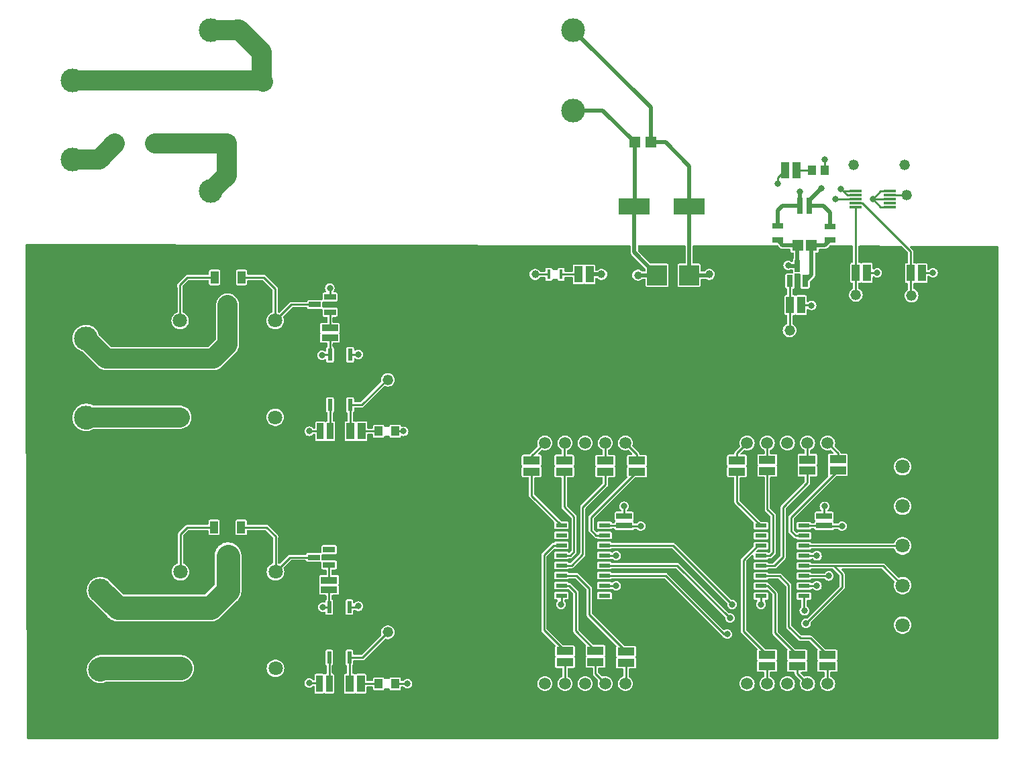
<source format=gbr>
%TF.GenerationSoftware,KiCad,Pcbnew,8.0.1-8.0.1-1~ubuntu22.04.1*%
%TF.CreationDate,2024-04-18T14:36:55-07:00*%
%TF.ProjectId,all_components,616c6c5f-636f-46d7-906f-6e656e74732e,rev?*%
%TF.SameCoordinates,Original*%
%TF.FileFunction,Copper,L1,Top*%
%TF.FilePolarity,Positive*%
%FSLAX46Y46*%
G04 Gerber Fmt 4.6, Leading zero omitted, Abs format (unit mm)*
G04 Created by KiCad (PCBNEW 8.0.1-8.0.1-1~ubuntu22.04.1) date 2024-04-18 14:36:55*
%MOMM*%
%LPD*%
G01*
G04 APERTURE LIST*
G04 Aperture macros list*
%AMRoundRect*
0 Rectangle with rounded corners*
0 $1 Rounding radius*
0 $2 $3 $4 $5 $6 $7 $8 $9 X,Y pos of 4 corners*
0 Add a 4 corners polygon primitive as box body*
4,1,4,$2,$3,$4,$5,$6,$7,$8,$9,$2,$3,0*
0 Add four circle primitives for the rounded corners*
1,1,$1+$1,$2,$3*
1,1,$1+$1,$4,$5*
1,1,$1+$1,$6,$7*
1,1,$1+$1,$8,$9*
0 Add four rect primitives between the rounded corners*
20,1,$1+$1,$2,$3,$4,$5,0*
20,1,$1+$1,$4,$5,$6,$7,0*
20,1,$1+$1,$6,$7,$8,$9,0*
20,1,$1+$1,$8,$9,$2,$3,0*%
G04 Aperture macros list end*
%TA.AperFunction,ComponentPad*%
%ADD10C,1.320800*%
%TD*%
%TA.AperFunction,SMDPad,CuDef*%
%ADD11R,1.000000X2.108200*%
%TD*%
%TA.AperFunction,SMDPad,CuDef*%
%ADD12R,1.454899X0.558000*%
%TD*%
%TA.AperFunction,ComponentPad*%
%ADD13C,3.000000*%
%TD*%
%TA.AperFunction,SMDPad,CuDef*%
%ADD14R,2.500000X2.500000*%
%TD*%
%TA.AperFunction,SMDPad,CuDef*%
%ADD15R,1.016000X1.549400*%
%TD*%
%TA.AperFunction,SMDPad,CuDef*%
%ADD16R,2.108200X0.812800*%
%TD*%
%TA.AperFunction,SMDPad,CuDef*%
%ADD17R,0.812800X2.108200*%
%TD*%
%TA.AperFunction,SMDPad,CuDef*%
%ADD18R,4.000000X2.000000*%
%TD*%
%TA.AperFunction,ComponentPad*%
%ADD19C,1.803400*%
%TD*%
%TA.AperFunction,SMDPad,CuDef*%
%ADD20R,2.108200X1.000000*%
%TD*%
%TA.AperFunction,SMDPad,CuDef*%
%ADD21R,1.450000X1.449997*%
%TD*%
%TA.AperFunction,SMDPad,CuDef*%
%ADD22R,1.500000X0.750000*%
%TD*%
%TA.AperFunction,SMDPad,CuDef*%
%ADD23R,1.000000X1.244600*%
%TD*%
%TA.AperFunction,SMDPad,CuDef*%
%ADD24R,0.558800X1.549400*%
%TD*%
%TA.AperFunction,SMDPad,CuDef*%
%ADD25R,2.006600X0.731000*%
%TD*%
%TA.AperFunction,ComponentPad*%
%ADD26C,2.500000*%
%TD*%
%TA.AperFunction,SMDPad,CuDef*%
%ADD27R,0.457200X1.244600*%
%TD*%
%TA.AperFunction,SMDPad,CuDef*%
%ADD28R,1.346200X1.346200*%
%TD*%
%TA.AperFunction,SMDPad,CuDef*%
%ADD29R,1.399200X0.752400*%
%TD*%
%TA.AperFunction,ComponentPad*%
%ADD30C,2.000000*%
%TD*%
%TA.AperFunction,SMDPad,CuDef*%
%ADD31R,0.731000X2.006600*%
%TD*%
%TA.AperFunction,SMDPad,CuDef*%
%ADD32R,0.750000X1.500000*%
%TD*%
%TA.AperFunction,ComponentPad*%
%ADD33C,1.498600*%
%TD*%
%TA.AperFunction,SMDPad,CuDef*%
%ADD34RoundRect,0.011200X0.723800X0.128800X-0.723800X0.128800X-0.723800X-0.128800X0.723800X-0.128800X0*%
%TD*%
%TA.AperFunction,ViaPad*%
%ADD35C,0.800000*%
%TD*%
%TA.AperFunction,ViaPad*%
%ADD36C,1.000000*%
%TD*%
%TA.AperFunction,Conductor*%
%ADD37C,0.250000*%
%TD*%
%TA.AperFunction,Conductor*%
%ADD38C,0.500000*%
%TD*%
%TA.AperFunction,Conductor*%
%ADD39C,3.000000*%
%TD*%
%TA.AperFunction,Conductor*%
%ADD40C,2.500000*%
%TD*%
G04 APERTURE END LIST*
D10*
%TO.P,SDA1,1,Pin_1*%
%TO.N,/SDA*%
X121030000Y-56180000D03*
%TD*%
%TO.P,SCL1,1,Pin_1*%
%TO.N,/SCL*%
X114000000Y-56080000D03*
%TD*%
D11*
%TO.P,R23,1,1*%
%TO.N,Net-(LED2-Pad2)*%
X106534100Y-40320000D03*
%TO.P,R23,2,2*%
%TO.N,/AVCC*%
X105105900Y-40320000D03*
%TD*%
D10*
%TO.P,S1,1,Pin_1*%
%TO.N,/S1*%
X105640000Y-60570000D03*
%TD*%
%TO.P,S3,1,Pin_1*%
%TO.N,/S3*%
X54935898Y-98719505D03*
%TD*%
%TO.P,S2,1,Pin_1*%
%TO.N,/S2*%
X54935898Y-66819505D03*
%TD*%
D12*
%TO.P,ONES-SR1,1,QB*%
%TO.N,/O6*%
X76842252Y-85201000D03*
%TO.P,ONES-SR1,2,QC*%
%TO.N,unconnected-(ONES-SR1-QC-Pad2)*%
X76842252Y-86471000D03*
%TO.P,ONES-SR1,3,QD*%
%TO.N,/O2*%
X76842252Y-87741000D03*
%TO.P,ONES-SR1,4,QE*%
%TO.N,/O1*%
X76842252Y-89011000D03*
%TO.P,ONES-SR1,5,QF*%
%TO.N,/O9*%
X76842252Y-90281000D03*
%TO.P,ONES-SR1,6,QG*%
%TO.N,/O10*%
X76842252Y-91551000D03*
%TO.P,ONES-SR1,7,QH*%
%TO.N,/O5*%
X76842252Y-92821000D03*
%TO.P,ONES-SR1,8,GND*%
%TO.N,/GND*%
X76842252Y-94091000D03*
%TO.P,ONES-SR1,9,QH_2*%
%TO.N,unconnected-(ONES-SR1-QH_2-Pad9)*%
X82284948Y-94091000D03*
%TO.P,ONES-SR1,10,\u002ASRCLR*%
%TO.N,/VCC*%
X82284948Y-92821000D03*
%TO.P,ONES-SR1,11,SRCLK*%
%TO.N,/SRCLK*%
X82284948Y-91551000D03*
%TO.P,ONES-SR1,12,RCLK*%
%TO.N,/RCLK*%
X82284948Y-90281000D03*
%TO.P,ONES-SR1,13,\u002AOE*%
%TO.N,/GND*%
X82284948Y-89011000D03*
%TO.P,ONES-SR1,14,SER*%
%TO.N,/QH*%
X82284948Y-87741000D03*
%TO.P,ONES-SR1,15,QA*%
%TO.N,/O7*%
X82284948Y-86471000D03*
%TO.P,ONES-SR1,16,VCC*%
%TO.N,/VCC*%
X82284948Y-85201000D03*
%TD*%
%TO.P,TENS-SR1,1,QB*%
%TO.N,/T6*%
X102020904Y-85256000D03*
%TO.P,TENS-SR1,2,QC*%
%TO.N,unconnected-(TENS-SR1-QC-Pad2)*%
X102020904Y-86526000D03*
%TO.P,TENS-SR1,3,QD*%
%TO.N,/T2*%
X102020904Y-87796000D03*
%TO.P,TENS-SR1,4,QE*%
%TO.N,/T1*%
X102020904Y-89066000D03*
%TO.P,TENS-SR1,5,QF*%
%TO.N,/T9*%
X102020904Y-90336000D03*
%TO.P,TENS-SR1,6,QG*%
%TO.N,/T10*%
X102020904Y-91606000D03*
%TO.P,TENS-SR1,7,QH*%
%TO.N,/T5*%
X102020904Y-92876000D03*
%TO.P,TENS-SR1,8,GND*%
%TO.N,/GND*%
X102020904Y-94146000D03*
%TO.P,TENS-SR1,9,QH_2*%
%TO.N,/QH*%
X107463600Y-94146000D03*
%TO.P,TENS-SR1,10,\u002ASRCLR*%
%TO.N,/VCC*%
X107463600Y-92876000D03*
%TO.P,TENS-SR1,11,SRCLK*%
%TO.N,/SRCLK*%
X107463600Y-91606000D03*
%TO.P,TENS-SR1,12,RCLK*%
%TO.N,/RCLK*%
X107463600Y-90336000D03*
%TO.P,TENS-SR1,13,\u002AOE*%
%TO.N,/GND*%
X107463600Y-89066000D03*
%TO.P,TENS-SR1,14,SER*%
%TO.N,/SER*%
X107463600Y-87796000D03*
%TO.P,TENS-SR1,15,QA*%
%TO.N,/T7*%
X107463600Y-86526000D03*
%TO.P,TENS-SR1,16,VCC*%
%TO.N,/VCC*%
X107463600Y-85256000D03*
%TD*%
D10*
%TO.P,AVCC1,1,Pin_1*%
%TO.N,/AVCC*%
X120160000Y-39690000D03*
%TD*%
%TO.P,AGND1,1,Pin_1*%
%TO.N,/AGND*%
X113730000Y-39660000D03*
%TD*%
D13*
%TO.P,J7,1*%
%TO.N,/N{slash}O_OUTLET*%
X18670000Y-103420000D03*
%TO.P,J7,2*%
%TO.N,/COM_OUTLET*%
X18670000Y-93420000D03*
%TD*%
%TO.P,J6,1*%
%TO.N,/N{slash}O_INLET*%
X16860000Y-71590000D03*
%TO.P,J6,2*%
%TO.N,/COM_INLET*%
X16860000Y-61590000D03*
%TD*%
%TO.P,J1,1*%
%TO.N,/LIVE*%
X15150000Y-39000000D03*
%TO.P,J1,2*%
%TO.N,/Neutral*%
X15150000Y-29000000D03*
%TD*%
D14*
%TO.P,TVS1,1*%
%TO.N,/VCC*%
X92967000Y-53600000D03*
%TO.P,TVS1,2*%
%TO.N,/GND*%
X88936600Y-53600000D03*
%TD*%
D15*
%TO.P,D2,1*%
%TO.N,/GND*%
X33034098Y-85464006D03*
%TO.P,D2,2*%
%TO.N,Net-(D2-Pad2)*%
X36437698Y-85464006D03*
%TD*%
D11*
%TO.P,R10,1,1*%
%TO.N,Net-(R10-Pad1)*%
X51549998Y-105219505D03*
%TO.P,R10,2,2*%
%TO.N,/S3*%
X50121798Y-105219505D03*
%TD*%
D16*
%TO.P,R9,1,1*%
%TO.N,/VCC*%
X47535898Y-93364105D03*
%TO.P,R9,2,2*%
%TO.N,Net-(R9-Pad2)*%
X47535898Y-92119505D03*
%TD*%
D17*
%TO.P,R5,1,1*%
%TO.N,/GND*%
X46435898Y-73319505D03*
%TO.P,R5,2,2*%
%TO.N,Net-(Q1-Pad1)*%
X47680498Y-73319505D03*
%TD*%
D13*
%TO.P,u1,1,AC_N*%
%TO.N,/Neutral*%
X32640000Y-22640000D03*
%TO.P,u1,2,AC_L*%
%TO.N,Net-(u1-AC_L)*%
X32640000Y-42960000D03*
%TO.P,u1,3,-VO*%
%TO.N,/GND*%
X78360000Y-32800000D03*
%TO.P,u1,4,+VO*%
%TO.N,/VCC*%
X78360000Y-22640000D03*
%TD*%
D18*
%TO.P,C2,1*%
%TO.N,/VCC*%
X92948000Y-44900000D03*
%TO.P,C2,2*%
%TO.N,/GND*%
X86052000Y-44900000D03*
%TD*%
D19*
%TO.P,J3,1*%
%TO.N,/N{slash}O_INLET*%
X28738399Y-71547205D03*
%TO.P,J3,2*%
%TO.N,unconnected-(J3-Pad2)*%
X40738395Y-71547205D03*
%TO.P,J3,3*%
%TO.N,/GND*%
X28738399Y-59347204D03*
%TO.P,J3,4*%
%TO.N,Net-(D1-Pad2)*%
X40738395Y-59347204D03*
%TO.P,J3,5*%
%TO.N,/COM_INLET*%
X34738395Y-57347204D03*
%TD*%
D20*
%TO.P,R12,1,1*%
%TO.N,Net-(R12-Pad1)*%
X111733334Y-76852000D03*
%TO.P,R12,2,2*%
%TO.N,/T7*%
X111733334Y-78284000D03*
%TD*%
D21*
%TO.P,C4,2*%
%TO.N,/VCC*%
X108394799Y-49800000D03*
%TO.P,C4,1*%
%TO.N,/GND*%
X106645201Y-49800000D03*
%TD*%
D19*
%TO.P,J5,1,Pin_1*%
%TO.N,/SRCLK*%
X119900000Y-97800000D03*
%TO.P,J5,2,Pin_2*%
%TO.N,/RCLK*%
X119900000Y-92800000D03*
%TO.P,J5,3,Pin_3*%
%TO.N,/SER*%
X119900000Y-87800000D03*
%TO.P,J5,4,Pin_4*%
%TO.N,/VCC*%
X119900000Y-82800000D03*
%TO.P,J5,5,Pin_5*%
%TO.N,/GND*%
X119900000Y-77800000D03*
%TD*%
D22*
%TO.P,T2,1*%
%TO.N,Net-(R6-Pad2)*%
X47666298Y-58272005D03*
%TO.P,T2,2*%
%TO.N,/VCC*%
X47666298Y-56367005D03*
%TO.P,T2,3*%
%TO.N,Net-(D1-Pad2)*%
X45735898Y-57319505D03*
%TD*%
D20*
%TO.P,R19,1,1*%
%TO.N,/T2*%
X102800000Y-101568000D03*
%TO.P,R19,2,2*%
%TO.N,Net-(R19-Pad2)*%
X102800000Y-103000000D03*
%TD*%
D23*
%TO.P,LED2,2*%
%TO.N,Net-(LED2-Pad2)*%
X108485300Y-40310000D03*
%TO.P,LED2,1*%
%TO.N,/AGND*%
X110034700Y-40310000D03*
%TD*%
D20*
%TO.P,R14,1,1*%
%TO.N,Net-(ONES1-Pad10)*%
X86381998Y-77009451D03*
%TO.P,R14,2,2*%
%TO.N,/O7*%
X86381998Y-78441451D03*
%TD*%
%TO.P,R22,1,1*%
%TO.N,Net-(ONES1-Pad7)*%
X77195150Y-76984000D03*
%TO.P,R22,2,2*%
%TO.N,/O1*%
X77195150Y-78416000D03*
%TD*%
D24*
%TO.P,Q1,1*%
%TO.N,Net-(Q1-Pad1)*%
X47665898Y-69994505D03*
%TO.P,Q1,2*%
%TO.N,/S2*%
X50205898Y-69994505D03*
%TO.P,Q1,3*%
%TO.N,/GND*%
X50205898Y-63644505D03*
%TO.P,Q1,4*%
%TO.N,/VCC*%
X47665898Y-63644505D03*
%TD*%
D11*
%TO.P,R1,1,1*%
%TO.N,Net-(LED1-Pad2)*%
X79000000Y-53500000D03*
%TO.P,R1,2,2*%
%TO.N,/VCC*%
X80428200Y-53500000D03*
%TD*%
D25*
%TO.P,C6,1,1*%
%TO.N,/VCC*%
X109999052Y-85257800D03*
%TO.P,C6,2,2*%
%TO.N,/GND*%
X109999052Y-84044200D03*
%TD*%
D22*
%TO.P,T3,1*%
%TO.N,Net-(R9-Pad2)*%
X47543595Y-90194305D03*
%TO.P,T3,2*%
%TO.N,/VCC*%
X47543595Y-88289305D03*
%TO.P,T3,3*%
%TO.N,Net-(D2-Pad2)*%
X45613195Y-89241805D03*
%TD*%
D23*
%TO.P,active1,1*%
%TO.N,/GND*%
X55882098Y-73319505D03*
%TO.P,active1,2*%
%TO.N,Net-(R7-Pad1)*%
X53789698Y-73319505D03*
%TD*%
D11*
%TO.P,R4,2,2*%
%TO.N,/S1*%
X105681800Y-57390000D03*
%TO.P,R4,1,1*%
%TO.N,/GND*%
X107110000Y-57390000D03*
%TD*%
D26*
%TO.P,MOV1,1,1*%
%TO.N,/Neutral*%
X39200001Y-29150000D03*
%TO.P,MOV1,2,2*%
%TO.N,Net-(u1-AC_L)*%
X34599999Y-36964000D03*
%TD*%
D27*
%TO.P,LED1,1*%
%TO.N,/GND*%
X75264700Y-53500000D03*
%TO.P,LED1,2*%
%TO.N,Net-(LED1-Pad2)*%
X76814100Y-53500000D03*
%TD*%
D28*
%TO.P,C1,1*%
%TO.N,/GND*%
X86084000Y-36800000D03*
%TO.P,C1,2*%
%TO.N,/VCC*%
X88116000Y-36800000D03*
%TD*%
D20*
%TO.P,R11,1,1*%
%TO.N,/T10*%
X110400000Y-101584000D03*
%TO.P,R11,2,2*%
%TO.N,Net-(R11-Pad2)*%
X110400000Y-103016000D03*
%TD*%
D29*
%TO.P,L2,2,2*%
%TO.N,/GND*%
X104125201Y-49159000D03*
%TO.P,L2,1,1*%
%TO.N,/AGND*%
X104125201Y-47406600D03*
%TD*%
%TO.P,L1,2,2*%
%TO.N,/VCC*%
X110725201Y-49170000D03*
%TO.P,L1,1,1*%
%TO.N,/AVCC*%
X110725201Y-47417600D03*
%TD*%
D20*
%TO.P,R16,1,1*%
%TO.N,Net-(R16-Pad1)*%
X107900000Y-76884000D03*
%TO.P,R16,2,2*%
%TO.N,/T9*%
X107900000Y-78316000D03*
%TD*%
D10*
%TO.P,J2,1,Pin_1*%
%TO.N,/A0*%
X120440000Y-43480000D03*
%TD*%
D20*
%TO.P,R24,1,1*%
%TO.N,Net-(R24-Pad1)*%
X99000000Y-76984000D03*
%TO.P,R24,2,2*%
%TO.N,/T6*%
X99000000Y-78416000D03*
%TD*%
D30*
%TO.P,F1,1,1*%
%TO.N,Net-(u1-AC_L)*%
X25605000Y-37000000D03*
%TO.P,F1,2,2*%
%TO.N,/LIVE*%
X20525000Y-37000000D03*
%TD*%
D20*
%TO.P,R26,1,1*%
%TO.N,Net-(ONES1-Pad6)*%
X73100000Y-76984000D03*
%TO.P,R26,2,2*%
%TO.N,/O6*%
X73100000Y-78416000D03*
%TD*%
D16*
%TO.P,R6,1,1*%
%TO.N,/VCC*%
X47635898Y-61519505D03*
%TO.P,R6,2,2*%
%TO.N,Net-(R6-Pad2)*%
X47635898Y-60274905D03*
%TD*%
D20*
%TO.P,R20,1,1*%
%TO.N,Net-(R20-Pad1)*%
X102833333Y-76916000D03*
%TO.P,R20,2,2*%
%TO.N,/T1*%
X102833333Y-78348000D03*
%TD*%
D24*
%TO.P,Q2,1*%
%TO.N,Net-(Q2-Pad1)*%
X47565898Y-101894505D03*
%TO.P,Q2,2*%
%TO.N,/S3*%
X50105898Y-101894505D03*
%TO.P,Q2,3*%
%TO.N,/GND*%
X50105898Y-95544505D03*
%TO.P,Q2,4*%
%TO.N,/VCC*%
X47565898Y-95544505D03*
%TD*%
D11*
%TO.P,R2,1,1*%
%TO.N,/VCC*%
X115414100Y-53300000D03*
%TO.P,R2,2,2*%
%TO.N,/SCL*%
X113985900Y-53300000D03*
%TD*%
D20*
%TO.P,R21,1,1*%
%TO.N,/O2*%
X77300000Y-101084000D03*
%TO.P,R21,2,2*%
%TO.N,Net-(ONES1-Pad4)*%
X77300000Y-102516000D03*
%TD*%
D11*
%TO.P,R3,1,1*%
%TO.N,/VCC*%
X122328200Y-53340000D03*
%TO.P,R3,2,2*%
%TO.N,/SDA*%
X120900000Y-53340000D03*
%TD*%
D31*
%TO.P,C3,2,2*%
%TO.N,/AVCC*%
X108126800Y-44810000D03*
%TO.P,C3,1,1*%
%TO.N,/AGND*%
X106913200Y-44810000D03*
%TD*%
D11*
%TO.P,R7,1,1*%
%TO.N,Net-(R7-Pad1)*%
X51649998Y-73319505D03*
%TO.P,R7,2,2*%
%TO.N,/S2*%
X50221798Y-73319505D03*
%TD*%
D20*
%TO.P,R15,1,1*%
%TO.N,/T5*%
X106600000Y-101584000D03*
%TO.P,R15,2,2*%
%TO.N,Net-(R15-Pad2)*%
X106600000Y-103016000D03*
%TD*%
D23*
%TO.P,active2,1*%
%TO.N,/GND*%
X55882098Y-105219505D03*
%TO.P,active2,2*%
%TO.N,Net-(R10-Pad1)*%
X53789698Y-105219505D03*
%TD*%
D17*
%TO.P,R8,1,1*%
%TO.N,Net-(Q2-Pad1)*%
X47558198Y-105219505D03*
%TO.P,R8,2,2*%
%TO.N,/GND*%
X46313598Y-105219505D03*
%TD*%
D19*
%TO.P,J4,1*%
%TO.N,/N{slash}O_OUTLET*%
X28778399Y-103275005D03*
%TO.P,J4,2*%
%TO.N,unconnected-(J4-Pad2)*%
X40778395Y-103275005D03*
%TO.P,J4,3*%
%TO.N,/GND*%
X28778399Y-91075004D03*
%TO.P,J4,4*%
%TO.N,Net-(D2-Pad2)*%
X40778395Y-91075004D03*
%TO.P,J4,5*%
%TO.N,/COM_OUTLET*%
X34778395Y-89075004D03*
%TD*%
D32*
%TO.P,T1,3*%
%TO.N,/GND*%
X106640000Y-52414800D03*
%TO.P,T1,2*%
%TO.N,/VCC*%
X107592500Y-54345200D03*
%TO.P,T1,1*%
%TO.N,/S1*%
X105687500Y-54345200D03*
%TD*%
D20*
%TO.P,R13,1,1*%
%TO.N,/O10*%
X85000000Y-101142000D03*
%TO.P,R13,2,2*%
%TO.N,Net-(ONES1-Pad1)*%
X85000000Y-102574000D03*
%TD*%
D15*
%TO.P,D1,1*%
%TO.N,/GND*%
X33094098Y-53891705D03*
%TO.P,D1,2*%
%TO.N,Net-(D1-Pad2)*%
X36497698Y-53891705D03*
%TD*%
D25*
%TO.P,C5,1,1*%
%TO.N,/VCC*%
X84770400Y-85252800D03*
%TO.P,C5,2,2*%
%TO.N,/GND*%
X84770400Y-84039200D03*
%TD*%
D20*
%TO.P,R17,1,1*%
%TO.N,/O5*%
X81150000Y-101026000D03*
%TO.P,R17,2,2*%
%TO.N,Net-(ONES1-Pad2)*%
X81150000Y-102458000D03*
%TD*%
%TO.P,R18,1,1*%
%TO.N,Net-(ONES1-Pad9)*%
X82400000Y-77000000D03*
%TO.P,R18,2,2*%
%TO.N,/O9*%
X82400000Y-78432000D03*
%TD*%
D33*
%TO.P,ONES,1,1*%
%TO.N,Net-(ONES1-Pad1)*%
X84916000Y-105196000D03*
%TO.P,ONES,2,2*%
%TO.N,Net-(ONES1-Pad2)*%
X82376000Y-105196000D03*
%TO.P,ONES,3,3*%
%TO.N,/GND*%
X79836000Y-105196000D03*
%TO.P,ONES,4,4*%
%TO.N,Net-(ONES1-Pad4)*%
X77296000Y-105196000D03*
%TO.P,ONES,5,5*%
%TO.N,/GND*%
X74756000Y-105196000D03*
%TO.P,ONES,6,6*%
%TO.N,Net-(ONES1-Pad6)*%
X74756000Y-74796010D03*
%TO.P,ONES,7,7*%
%TO.N,Net-(ONES1-Pad7)*%
X77296000Y-74796010D03*
%TO.P,ONES,8,8*%
%TO.N,/GND*%
X79836000Y-74796010D03*
%TO.P,ONES,9,9*%
%TO.N,Net-(ONES1-Pad9)*%
X82376000Y-74796010D03*
%TO.P,ONES,10,10*%
%TO.N,Net-(ONES1-Pad10)*%
X84916000Y-74796010D03*
%TD*%
%TO.P,TENS,1,1*%
%TO.N,Net-(R11-Pad2)*%
X110444602Y-105200995D03*
%TO.P,TENS,2,2*%
%TO.N,Net-(R15-Pad2)*%
X107904602Y-105200995D03*
%TO.P,TENS,3,3*%
%TO.N,/GND*%
X105364602Y-105200995D03*
%TO.P,TENS,4,4*%
%TO.N,Net-(R19-Pad2)*%
X102824602Y-105200995D03*
%TO.P,TENS,5,5*%
%TO.N,/GND*%
X100284602Y-105200995D03*
%TO.P,TENS,6,6*%
%TO.N,Net-(R24-Pad1)*%
X100284602Y-74801005D03*
%TO.P,TENS,7,7*%
%TO.N,Net-(R20-Pad1)*%
X102824602Y-74801005D03*
%TO.P,TENS,8,8*%
%TO.N,/GND*%
X105364602Y-74801005D03*
%TO.P,TENS,9,9*%
%TO.N,Net-(R16-Pad1)*%
X107904602Y-74801005D03*
%TO.P,TENS,10,10*%
%TO.N,Net-(R12-Pad1)*%
X110444602Y-74801005D03*
%TD*%
D34*
%TO.P,U2,1,ADDR*%
%TO.N,/AGND*%
X118270000Y-44980000D03*
%TO.P,U2,2,ALERT/RDY*%
%TO.N,unconnected-(U2-ALERT{slash}RDY-Pad2)*%
X118270000Y-44480000D03*
%TO.P,U2,3,GND*%
%TO.N,/AGND*%
X118270000Y-43980000D03*
%TO.P,U2,4,AIN0*%
%TO.N,/A0*%
X118270000Y-43480000D03*
%TO.P,U2,5,AIN1*%
%TO.N,/AGND*%
X118270000Y-42980000D03*
%TO.P,U2,6,AIN2*%
X113970000Y-42980000D03*
%TO.P,U2,7,AIN3*%
X113970000Y-43480000D03*
%TO.P,U2,8,VDD*%
%TO.N,/AVCC*%
X113970000Y-43980000D03*
%TO.P,U2,9,SDA*%
%TO.N,/SDA*%
X113970000Y-44480000D03*
%TO.P,U2,10,SCL*%
%TO.N,/SCL*%
X113970000Y-44980000D03*
%TD*%
D35*
%TO.N,/AVCC*%
X104140000Y-42050000D03*
%TO.N,/AGND*%
X110034700Y-38960000D03*
%TO.N,/GND*%
X108410000Y-57410000D03*
X105460000Y-52360000D03*
%TO.N,/VCC*%
X123740000Y-53300000D03*
X116700000Y-53300000D03*
%TO.N,/AGND*%
X116140000Y-43980000D03*
%TO.N,/AVCC*%
X111390000Y-43980000D03*
%TO.N,/AGND*%
X112130000Y-42680000D03*
X106910000Y-43080000D03*
%TO.N,/AVCC*%
X109640000Y-42660000D03*
%TO.N,/VCC*%
X83770400Y-92852800D03*
X109099052Y-92857800D03*
X46635898Y-63719505D03*
X86842252Y-85301000D03*
X46760898Y-95544505D03*
D36*
X81914100Y-53500000D03*
D35*
X112242252Y-85301000D03*
D36*
X95500000Y-53500000D03*
D35*
X47635898Y-55219505D03*
%TO.N,/GND*%
X56935898Y-73319505D03*
X45035898Y-73319505D03*
X109099052Y-89057800D03*
D36*
X73539400Y-53500000D03*
D35*
X51235898Y-63619505D03*
X51235898Y-95419505D03*
X57435898Y-105219505D03*
X102030000Y-95190000D03*
X76800000Y-95200000D03*
D36*
X86500000Y-53600000D03*
D35*
X83770400Y-89052800D03*
X84742252Y-82801000D03*
X110042252Y-82801000D03*
X45035898Y-105119505D03*
%TO.N,/SRCLK*%
X110600000Y-91600000D03*
X97770000Y-98960000D03*
%TO.N,/RCLK*%
X107700000Y-97600000D03*
X98125000Y-96925000D03*
%TO.N,/QH*%
X98385000Y-95185000D03*
X107500000Y-96000000D03*
%TD*%
D37*
%TO.N,/SDA*%
X120900000Y-53340000D02*
X120900000Y-56050000D01*
X120900000Y-56050000D02*
X121030000Y-56180000D01*
%TO.N,/SCL*%
X113985900Y-53300000D02*
X113985900Y-56065900D01*
X113985900Y-56065900D02*
X114000000Y-56080000D01*
%TO.N,/AGND*%
X110034700Y-38960000D02*
X110034700Y-40310000D01*
D38*
X106910000Y-43080000D02*
X106913200Y-43083200D01*
X106913200Y-43083200D02*
X106913200Y-44810000D01*
D37*
%TO.N,/AVCC*%
X104140000Y-42050000D02*
X104140000Y-41285900D01*
X104140000Y-41285900D02*
X105105900Y-40320000D01*
%TO.N,Net-(LED2-Pad2)*%
X106534100Y-40320000D02*
X108475300Y-40320000D01*
X108475300Y-40320000D02*
X108485300Y-40310000D01*
%TO.N,/GND*%
X108390000Y-57390000D02*
X108410000Y-57410000D01*
X107110000Y-57390000D02*
X108390000Y-57390000D01*
%TO.N,/S1*%
X105681800Y-57390000D02*
X105681800Y-60528200D01*
X105681800Y-60528200D02*
X105640000Y-60570000D01*
X105687500Y-54345200D02*
X105687500Y-57384300D01*
X105687500Y-57384300D02*
X105681800Y-57390000D01*
D38*
%TO.N,/GND*%
X105514800Y-52414800D02*
X105460000Y-52360000D01*
X106640000Y-52414800D02*
X105514800Y-52414800D01*
%TO.N,/VCC*%
X108400000Y-53537700D02*
X108394799Y-53532499D01*
X108394799Y-53532499D02*
X108394799Y-49800000D01*
%TO.N,/GND*%
X106640000Y-52414800D02*
X106640000Y-49805201D01*
X106640000Y-49805201D02*
X106645201Y-49800000D01*
%TO.N,/VCC*%
X108394799Y-49800000D02*
X110095201Y-49800000D01*
X110095201Y-49800000D02*
X110725201Y-49170000D01*
%TO.N,/GND*%
X106645201Y-49800000D02*
X104766201Y-49800000D01*
X104766201Y-49800000D02*
X104125201Y-49159000D01*
D37*
%TO.N,/VCC*%
X122328200Y-53340000D02*
X123700000Y-53340000D01*
X123700000Y-53340000D02*
X123740000Y-53300000D01*
X115414100Y-53300000D02*
X116700000Y-53300000D01*
%TO.N,/SDA*%
X113970000Y-44480000D02*
X114798368Y-44480000D01*
X114798368Y-44480000D02*
X120900000Y-50581632D01*
X120900000Y-50581632D02*
X120900000Y-53340000D01*
%TO.N,/SCL*%
X113970000Y-48000000D02*
X113985900Y-48015900D01*
X113985900Y-48015900D02*
X113985900Y-53300000D01*
X113970000Y-48000000D02*
X113990000Y-48020000D01*
X113970000Y-44980000D02*
X113970000Y-48000000D01*
%TO.N,/AVCC*%
X111390000Y-43980000D02*
X113740000Y-43980000D01*
D38*
%TO.N,/AGND*%
X104125201Y-47406600D02*
X104125201Y-45404799D01*
X104125201Y-45404799D02*
X104720000Y-44810000D01*
X104720000Y-44810000D02*
X106913200Y-44810000D01*
%TO.N,/AVCC*%
X110725201Y-47417600D02*
X110725201Y-45665201D01*
X110725201Y-45665201D02*
X109870000Y-44810000D01*
X109870000Y-44810000D02*
X108126800Y-44810000D01*
D37*
%TO.N,/A0*%
X118270000Y-43480000D02*
X120440000Y-43480000D01*
%TO.N,/AGND*%
X118270000Y-44980000D02*
X117140000Y-44980000D01*
X117140000Y-44980000D02*
X116140000Y-43980000D01*
X118270000Y-43980000D02*
X116140000Y-43980000D01*
X117140000Y-42980000D02*
X116140000Y-43980000D01*
X118270000Y-42980000D02*
X117140000Y-42980000D01*
X112130000Y-42680000D02*
X112430000Y-42980000D01*
X112430000Y-42980000D02*
X113740000Y-42980000D01*
X112130000Y-42680000D02*
X112930000Y-43480000D01*
X112930000Y-43480000D02*
X113740000Y-43480000D01*
D38*
%TO.N,/AVCC*%
X108126800Y-44173200D02*
X109640000Y-42660000D01*
X108126800Y-44810000D02*
X108126800Y-44173200D01*
%TO.N,/VCC*%
X108400000Y-53537700D02*
X107592500Y-54345200D01*
D39*
%TO.N,/COM_OUTLET*%
X34778395Y-93461605D02*
X32610000Y-95630000D01*
X34778395Y-89075004D02*
X34778395Y-93461605D01*
X32610000Y-95630000D02*
X20880000Y-95630000D01*
X20880000Y-95630000D02*
X18670000Y-93420000D01*
%TO.N,/N{slash}O_OUTLET*%
X28778399Y-103275005D02*
X18814995Y-103275005D01*
X18814995Y-103275005D02*
X18670000Y-103420000D01*
D40*
%TO.N,/N{slash}O_INLET*%
X28738399Y-71547205D02*
X16902795Y-71547205D01*
D39*
X16902795Y-71547205D02*
X16860000Y-71590000D01*
D40*
%TO.N,/COM_INLET*%
X34738395Y-62341605D02*
X32950000Y-64130000D01*
X34738395Y-57347204D02*
X34738395Y-62341605D01*
X32950000Y-64130000D02*
X19400000Y-64130000D01*
X19400000Y-64130000D02*
X16860000Y-61590000D01*
D37*
%TO.N,/T1*%
X102833333Y-78348000D02*
X102833333Y-83173333D01*
X102833333Y-83173333D02*
X103560000Y-83900000D01*
X103560000Y-83900000D02*
X103560000Y-88640000D01*
X103560000Y-88640000D02*
X103134000Y-89066000D01*
X103134000Y-89066000D02*
X102020904Y-89066000D01*
%TO.N,/T9*%
X102020904Y-90336000D02*
X103684000Y-90336000D01*
X103684000Y-90336000D02*
X104800000Y-89220000D01*
X104800000Y-89220000D02*
X104800000Y-82940000D01*
X104800000Y-82940000D02*
X107900000Y-79840000D01*
X107900000Y-79840000D02*
X107900000Y-78316000D01*
%TO.N,/O1*%
X77195150Y-78416000D02*
X77195150Y-82875150D01*
X78440000Y-84120000D02*
X78440000Y-88560000D01*
X77195150Y-82875150D02*
X78440000Y-84120000D01*
X78440000Y-88560000D02*
X77989000Y-89011000D01*
X77989000Y-89011000D02*
X76842252Y-89011000D01*
%TO.N,/O9*%
X76842252Y-90281000D02*
X78119000Y-90281000D01*
X78119000Y-90281000D02*
X79550000Y-88850000D01*
X79550000Y-88850000D02*
X79550000Y-82920000D01*
X79550000Y-82920000D02*
X82400000Y-80070000D01*
X82400000Y-80070000D02*
X82400000Y-78432000D01*
%TO.N,/QH*%
X98385000Y-95185000D02*
X90941000Y-87741000D01*
X90941000Y-87741000D02*
X82284948Y-87741000D01*
%TO.N,/RCLK*%
X98125000Y-96925000D02*
X91481000Y-90281000D01*
X91481000Y-90281000D02*
X82284948Y-90281000D01*
%TO.N,/SRCLK*%
X97770000Y-98960000D02*
X97410000Y-98960000D01*
X97410000Y-98960000D02*
X90001000Y-91551000D01*
X90001000Y-91551000D02*
X82284948Y-91551000D01*
%TO.N,/O7*%
X86381998Y-78441451D02*
X86338549Y-78441451D01*
X86338549Y-78441451D02*
X80580000Y-84200000D01*
X80580000Y-84200000D02*
X80580000Y-85820000D01*
X80580000Y-85820000D02*
X81231000Y-86471000D01*
X81231000Y-86471000D02*
X82284948Y-86471000D01*
%TO.N,/O10*%
X85000000Y-101142000D02*
X80370000Y-96512000D01*
X80370000Y-96512000D02*
X80370000Y-93160000D01*
X80370000Y-93160000D02*
X78761000Y-91551000D01*
X78761000Y-91551000D02*
X76842252Y-91551000D01*
%TO.N,/O5*%
X76842252Y-92821000D02*
X77821000Y-92821000D01*
X78670000Y-98546000D02*
X81150000Y-101026000D01*
X77821000Y-92821000D02*
X78670000Y-93670000D01*
X78670000Y-93670000D02*
X78670000Y-98546000D01*
%TO.N,/T7*%
X111733334Y-78284000D02*
X105840000Y-84177334D01*
X105840000Y-84177334D02*
X105840000Y-85970000D01*
X105840000Y-85970000D02*
X106400000Y-86530000D01*
X106400000Y-86530000D02*
X106580000Y-86530000D01*
X106580000Y-86530000D02*
X106584000Y-86526000D01*
X106584000Y-86526000D02*
X107463600Y-86526000D01*
%TO.N,/T10*%
X110400000Y-101584000D02*
X108286000Y-99470000D01*
X108286000Y-99470000D02*
X107010000Y-99470000D01*
X107010000Y-99470000D02*
X105530000Y-97990000D01*
X105530000Y-97990000D02*
X105530000Y-92740000D01*
X105530000Y-92740000D02*
X104400000Y-91610000D01*
X104400000Y-91610000D02*
X104250000Y-91610000D01*
X104250000Y-91610000D02*
X104246000Y-91606000D01*
X104246000Y-91606000D02*
X102020904Y-91606000D01*
%TO.N,/GND*%
X102030000Y-95190000D02*
X102030000Y-94188748D01*
X102030000Y-94188748D02*
X101999052Y-94157800D01*
%TO.N,/T5*%
X106600000Y-101584000D02*
X103800000Y-98784000D01*
X103800000Y-98784000D02*
X103800000Y-93800000D01*
X103800000Y-93800000D02*
X102876000Y-92876000D01*
X102876000Y-92876000D02*
X102020904Y-92876000D01*
%TO.N,/O2*%
X77300000Y-101084000D02*
X74645400Y-98429400D01*
X74645400Y-98429400D02*
X74645400Y-88954600D01*
X74645400Y-88954600D02*
X75859000Y-87741000D01*
X75859000Y-87741000D02*
X76842252Y-87741000D01*
%TO.N,/GND*%
X76842252Y-94091000D02*
X76842252Y-95157748D01*
X76842252Y-95157748D02*
X76800000Y-95200000D01*
X76800000Y-95500000D02*
X76800000Y-95200000D01*
%TO.N,/VCC*%
X110042252Y-85301000D02*
X109999052Y-85257800D01*
D38*
X92948000Y-39852000D02*
X92948000Y-44900000D01*
X80428200Y-53500000D02*
X81914100Y-53500000D01*
X95400000Y-53600000D02*
X95500000Y-53500000D01*
D37*
X47635898Y-63614505D02*
X47665898Y-63644505D01*
X84770400Y-85252800D02*
X82336748Y-85252800D01*
X82336748Y-85252800D02*
X82284948Y-85201000D01*
X83738600Y-92821000D02*
X83770400Y-92852800D01*
D38*
X92967000Y-53600000D02*
X92967000Y-44919000D01*
D37*
X47535898Y-93364105D02*
X47535898Y-95514505D01*
D38*
X78344000Y-22632000D02*
X88116000Y-32404000D01*
D37*
X47666298Y-55249905D02*
X47635898Y-55219505D01*
D38*
X92967000Y-53600000D02*
X95400000Y-53600000D01*
X93000000Y-39800000D02*
X92948000Y-39852000D01*
X90000000Y-36800000D02*
X93000000Y-39800000D01*
D37*
X47665898Y-63644505D02*
X46710898Y-63644505D01*
X86842252Y-85301000D02*
X84818600Y-85301000D01*
X46760898Y-95544505D02*
X47565898Y-95544505D01*
X84818600Y-85301000D02*
X84770400Y-85252800D01*
D38*
X88116000Y-36800000D02*
X90000000Y-36800000D01*
D37*
X109999052Y-85257800D02*
X107465400Y-85257800D01*
X46710898Y-63644505D02*
X46635898Y-63719505D01*
X112242252Y-85301000D02*
X110042252Y-85301000D01*
X109067252Y-92826000D02*
X109099052Y-92857800D01*
X47635898Y-61519505D02*
X47635898Y-63614505D01*
X47666298Y-56367005D02*
X47666298Y-55249905D01*
D38*
X88116000Y-32404000D02*
X88116000Y-36800000D01*
D37*
X107613600Y-92826000D02*
X109067252Y-92826000D01*
X82284948Y-92821000D02*
X83738600Y-92821000D01*
D38*
X92967000Y-44919000D02*
X92948000Y-44900000D01*
D37*
X47535898Y-95514505D02*
X47565898Y-95544505D01*
X107465400Y-85257800D02*
X107463600Y-85256000D01*
%TO.N,/GND*%
X29900000Y-85500000D02*
X29935994Y-85464006D01*
D38*
X82084000Y-32800000D02*
X86084000Y-36800000D01*
D37*
X109057252Y-89016000D02*
X109099052Y-89057800D01*
X28735898Y-55119505D02*
X28738399Y-55122006D01*
X50205898Y-63644505D02*
X51210898Y-63644505D01*
X45035898Y-73319505D02*
X46435898Y-73319505D01*
D38*
X86084000Y-44868000D02*
X86052000Y-44900000D01*
D37*
X83728600Y-89011000D02*
X83770400Y-89052800D01*
X28735898Y-54819505D02*
X28735898Y-55119505D01*
X109999052Y-84044200D02*
X109999052Y-82844200D01*
X28778399Y-91075004D02*
X28778399Y-86321601D01*
X84770400Y-82829148D02*
X84742252Y-82801000D01*
X82284948Y-89011000D02*
X83728600Y-89011000D01*
X33094098Y-53891705D02*
X29663698Y-53891705D01*
X28778399Y-86321601D02*
X29600000Y-85500000D01*
X50105898Y-95544505D02*
X51110898Y-95544505D01*
X84770400Y-84039200D02*
X84770400Y-82829148D01*
D38*
X86084000Y-36800000D02*
X86084000Y-44868000D01*
D37*
X29935994Y-85464006D02*
X33034098Y-85464006D01*
X46013598Y-105119505D02*
X45035898Y-105119505D01*
X28738399Y-55122006D02*
X28738399Y-59347204D01*
D38*
X86052000Y-50715400D02*
X88936600Y-53600000D01*
D37*
X29663698Y-53891705D02*
X28735898Y-54819505D01*
D38*
X86052000Y-44900000D02*
X86052000Y-50715400D01*
D37*
X46335898Y-72719505D02*
X46435898Y-72719505D01*
D38*
X78360000Y-32800000D02*
X82084000Y-32800000D01*
D37*
X107613600Y-89016000D02*
X109057252Y-89016000D01*
X75264700Y-53500000D02*
X73539400Y-53500000D01*
D38*
X86500000Y-53600000D02*
X88936600Y-53600000D01*
D37*
X55882098Y-73319505D02*
X56935898Y-73319505D01*
X51210898Y-63644505D02*
X51235898Y-63619505D01*
X56182098Y-105219505D02*
X57435898Y-105219505D01*
X29600000Y-85500000D02*
X29900000Y-85500000D01*
X51110898Y-95544505D02*
X51235898Y-95419505D01*
X109999052Y-82844200D02*
X110042252Y-82801000D01*
%TO.N,Net-(Q1-Pad1)*%
X47650498Y-72749505D02*
X47680498Y-72719505D01*
X47680498Y-72719505D02*
X47680498Y-70009105D01*
X47680498Y-70009105D02*
X47665898Y-69994505D01*
%TO.N,/O6*%
X73100000Y-78416000D02*
X73100000Y-81458748D01*
X73100000Y-81458748D02*
X76842252Y-85201000D01*
%TO.N,Net-(ONES1-Pad1)*%
X85000000Y-102574000D02*
X85000000Y-105112000D01*
X85000000Y-105112000D02*
X84916000Y-105196000D01*
%TO.N,Net-(ONES1-Pad2)*%
X81150000Y-102458000D02*
X81150000Y-103970000D01*
X81150000Y-103970000D02*
X82376000Y-105196000D01*
%TO.N,Net-(ONES1-Pad4)*%
X77300000Y-105192000D02*
X77296000Y-105196000D01*
X77300000Y-102516000D02*
X77300000Y-105192000D01*
%TO.N,Net-(ONES1-Pad6)*%
X73100000Y-76984000D02*
X73100000Y-76452010D01*
X73100000Y-76452010D02*
X74756000Y-74796010D01*
%TO.N,Net-(ONES1-Pad7)*%
X77195150Y-74896860D02*
X77296000Y-74796010D01*
X77195150Y-76753216D02*
X77195150Y-74896860D01*
%TO.N,Net-(ONES1-Pad9)*%
X82400000Y-77000000D02*
X82400000Y-74820010D01*
X82400000Y-74820010D02*
X82376000Y-74796010D01*
%TO.N,Net-(ONES1-Pad10)*%
X86381998Y-77009451D02*
X86381998Y-76262008D01*
X86381998Y-76262008D02*
X84916000Y-74796010D01*
%TO.N,/T2*%
X99802200Y-89597800D02*
X101604000Y-87796000D01*
X101604000Y-87796000D02*
X102020904Y-87796000D01*
X99802200Y-98570200D02*
X99802200Y-89597800D01*
X102800000Y-101568000D02*
X99802200Y-98570200D01*
%TO.N,/T6*%
X99000000Y-82235096D02*
X102020904Y-85256000D01*
X99000000Y-78416000D02*
X99000000Y-82235096D01*
%TO.N,/SRCLK*%
X107463600Y-91606000D02*
X110594000Y-91606000D01*
X110594000Y-91606000D02*
X110600000Y-91600000D01*
%TO.N,/RCLK*%
X107700000Y-97600000D02*
X112300000Y-93000000D01*
X112300000Y-91400000D02*
X111236000Y-90336000D01*
X117436000Y-90336000D02*
X107463600Y-90336000D01*
X119900000Y-92800000D02*
X117436000Y-90336000D01*
X112300000Y-93000000D02*
X112300000Y-91400000D01*
X111236000Y-90336000D02*
X107463600Y-90336000D01*
%TO.N,/SER*%
X119900000Y-87800000D02*
X107467600Y-87800000D01*
X107467600Y-87800000D02*
X107463600Y-87796000D01*
%TO.N,/QH*%
X107463600Y-94146000D02*
X107463600Y-95963600D01*
X107463600Y-95963600D02*
X107500000Y-96000000D01*
D40*
%TO.N,/LIVE*%
X18525000Y-39000000D02*
X20525000Y-37000000D01*
X15100000Y-39000000D02*
X18525000Y-39000000D01*
%TO.N,/Neutral*%
X39050001Y-29000000D02*
X39050001Y-25450001D01*
X39050001Y-29000000D02*
X39200001Y-29150000D01*
X36200000Y-22600000D02*
X35900000Y-22600000D01*
X39050001Y-25450001D02*
X36200000Y-22600000D01*
X35860000Y-22640000D02*
X32640000Y-22640000D01*
X35900000Y-22600000D02*
X35860000Y-22640000D01*
X15100000Y-29000000D02*
X39050001Y-29000000D01*
%TO.N,Net-(u1-AC_L)*%
X34563999Y-37000000D02*
X34599999Y-36964000D01*
X34599999Y-36964000D02*
X34599999Y-41000001D01*
X34599999Y-41000001D02*
X32640000Y-42960000D01*
X25605000Y-37000000D02*
X34563999Y-37000000D01*
D37*
%TO.N,/S2*%
X50205898Y-69994505D02*
X51660898Y-69994505D01*
X50205898Y-69994505D02*
X50205898Y-73303605D01*
X50205898Y-73303605D02*
X50221798Y-73319505D01*
X51660898Y-69994505D02*
X54935898Y-66719505D01*
%TO.N,Net-(R10-Pad1)*%
X51549998Y-105219505D02*
X54089698Y-105219505D01*
%TO.N,Net-(LED1-Pad2)*%
X79000000Y-53500000D02*
X76814100Y-53500000D01*
%TO.N,Net-(Q2-Pad1)*%
X47558198Y-101902205D02*
X47565898Y-101894505D01*
X47558198Y-105219505D02*
X47558198Y-101902205D01*
%TO.N,/S3*%
X51760898Y-101894505D02*
X54935898Y-98719505D01*
X50105898Y-101894505D02*
X50105898Y-105203605D01*
X50105898Y-105203605D02*
X50121798Y-105219505D01*
X50105898Y-101894505D02*
X51760898Y-101894505D01*
%TO.N,Net-(D1-Pad2)*%
X40840399Y-59347204D02*
X40884900Y-59391705D01*
X40738395Y-55322002D02*
X40738395Y-59347204D01*
X42766094Y-57319505D02*
X40738395Y-59347204D01*
X39308098Y-53891705D02*
X40738395Y-55322002D01*
X40738395Y-59347204D02*
X40840399Y-59347204D01*
X36497698Y-53891705D02*
X39308098Y-53891705D01*
X45735898Y-57319505D02*
X42766094Y-57319505D01*
%TO.N,Net-(D2-Pad2)*%
X36437698Y-85464006D02*
X39664006Y-85464006D01*
X40800000Y-86600000D02*
X40778395Y-86621605D01*
X42611594Y-89241805D02*
X40778395Y-91075004D01*
X45613195Y-89241805D02*
X42611594Y-89241805D01*
X40778395Y-86621605D02*
X40778395Y-91075004D01*
X39664006Y-85464006D02*
X40800000Y-86600000D01*
%TO.N,Net-(R7-Pad1)*%
X51649998Y-73319505D02*
X53789698Y-73319505D01*
%TO.N,Net-(R15-Pad2)*%
X106600000Y-103896393D02*
X107904602Y-105200995D01*
X106600000Y-103016000D02*
X106600000Y-103896393D01*
%TO.N,Net-(R6-Pad2)*%
X47635898Y-60274905D02*
X47635898Y-58302405D01*
X47635898Y-58302405D02*
X47666298Y-58272005D01*
%TO.N,Net-(R9-Pad2)*%
X47535898Y-90202002D02*
X47543595Y-90194305D01*
X47535898Y-92119505D02*
X47535898Y-90202002D01*
%TO.N,Net-(R11-Pad2)*%
X110400000Y-103016000D02*
X110400000Y-105156393D01*
X110400000Y-105156393D02*
X110444602Y-105200995D01*
%TO.N,Net-(R12-Pad1)*%
X111733334Y-76852000D02*
X111733334Y-76089737D01*
X111733334Y-76089737D02*
X110444602Y-74801005D01*
%TO.N,Net-(R16-Pad1)*%
X107900000Y-74805607D02*
X107904602Y-74801005D01*
X107900000Y-76884000D02*
X107900000Y-74805607D01*
%TO.N,Net-(R19-Pad2)*%
X102800000Y-103000000D02*
X102800000Y-105176393D01*
X102800000Y-105176393D02*
X102824602Y-105200995D01*
%TO.N,Net-(R20-Pad1)*%
X102833333Y-76916000D02*
X102833333Y-74809736D01*
X102833333Y-74809736D02*
X102824602Y-74801005D01*
%TO.N,Net-(R24-Pad1)*%
X99000000Y-76085607D02*
X100284602Y-74801005D01*
X99000000Y-76984000D02*
X99000000Y-76085607D01*
%TD*%
%TA.AperFunction,NonConductor*%
G36*
X85477703Y-49817390D02*
G01*
X85544709Y-49837184D01*
X85590378Y-49890062D01*
X85601500Y-49941390D01*
X85601500Y-50774709D01*
X85603577Y-50782460D01*
X85619557Y-50842097D01*
X85619557Y-50842098D01*
X85632199Y-50889285D01*
X85667440Y-50950322D01*
X85691511Y-50992014D01*
X85691513Y-50992016D01*
X87449781Y-52750284D01*
X87483266Y-52811607D01*
X87486100Y-52837965D01*
X87486100Y-53025500D01*
X87466415Y-53092539D01*
X87413611Y-53138294D01*
X87362100Y-53149500D01*
X87094883Y-53149500D01*
X87027844Y-53129815D01*
X87012656Y-53118315D01*
X86900852Y-53019266D01*
X86900850Y-53019264D01*
X86750226Y-52940210D01*
X86585056Y-52899500D01*
X86414944Y-52899500D01*
X86249773Y-52940210D01*
X86099150Y-53019263D01*
X85971816Y-53132072D01*
X85875182Y-53272068D01*
X85814860Y-53431125D01*
X85814859Y-53431130D01*
X85794355Y-53600000D01*
X85814859Y-53768869D01*
X85814860Y-53768874D01*
X85875182Y-53927931D01*
X85930079Y-54007461D01*
X85971817Y-54067929D01*
X86075506Y-54159789D01*
X86099150Y-54180736D01*
X86206143Y-54236890D01*
X86249775Y-54259790D01*
X86414944Y-54300500D01*
X86585056Y-54300500D01*
X86750225Y-54259790D01*
X86900852Y-54180734D01*
X86984924Y-54106252D01*
X87012656Y-54081685D01*
X87075889Y-54051963D01*
X87094883Y-54050500D01*
X87362100Y-54050500D01*
X87429139Y-54070185D01*
X87474894Y-54122989D01*
X87486100Y-54174500D01*
X87486100Y-54869752D01*
X87497731Y-54928229D01*
X87497732Y-54928230D01*
X87542047Y-54994552D01*
X87608369Y-55038867D01*
X87608370Y-55038868D01*
X87666847Y-55050499D01*
X87666850Y-55050500D01*
X87666852Y-55050500D01*
X90206350Y-55050500D01*
X90206351Y-55050499D01*
X90221168Y-55047552D01*
X90264829Y-55038868D01*
X90264829Y-55038867D01*
X90264831Y-55038867D01*
X90331152Y-54994552D01*
X90375467Y-54928231D01*
X90375467Y-54928229D01*
X90375468Y-54928229D01*
X90387099Y-54869752D01*
X90387100Y-54869750D01*
X90387100Y-52330249D01*
X90387099Y-52330247D01*
X90375468Y-52271770D01*
X90375467Y-52271769D01*
X90331152Y-52205447D01*
X90264830Y-52161132D01*
X90264829Y-52161131D01*
X90206352Y-52149500D01*
X90206348Y-52149500D01*
X88174565Y-52149500D01*
X88107526Y-52129815D01*
X88086884Y-52113181D01*
X86538819Y-50565116D01*
X86505334Y-50503793D01*
X86502500Y-50477435D01*
X86502500Y-49943261D01*
X86522185Y-49876222D01*
X86574989Y-49830467D01*
X86626698Y-49819261D01*
X92392704Y-49828652D01*
X92459709Y-49848446D01*
X92505378Y-49901324D01*
X92516500Y-49952652D01*
X92516500Y-52025500D01*
X92496815Y-52092539D01*
X92444011Y-52138294D01*
X92392500Y-52149500D01*
X91697247Y-52149500D01*
X91638770Y-52161131D01*
X91638769Y-52161132D01*
X91572447Y-52205447D01*
X91528132Y-52271769D01*
X91528131Y-52271770D01*
X91516500Y-52330247D01*
X91516500Y-54869752D01*
X91528131Y-54928229D01*
X91528132Y-54928230D01*
X91572447Y-54994552D01*
X91638769Y-55038867D01*
X91638770Y-55038868D01*
X91697247Y-55050499D01*
X91697250Y-55050500D01*
X91697252Y-55050500D01*
X94236750Y-55050500D01*
X94236751Y-55050499D01*
X94251568Y-55047552D01*
X94295229Y-55038868D01*
X94295229Y-55038867D01*
X94295231Y-55038867D01*
X94361552Y-54994552D01*
X94405867Y-54928231D01*
X94405867Y-54928229D01*
X94405868Y-54928229D01*
X94417499Y-54869752D01*
X94417500Y-54869750D01*
X94417500Y-54174500D01*
X94437185Y-54107461D01*
X94489989Y-54061706D01*
X94541500Y-54050500D01*
X95017994Y-54050500D01*
X95085033Y-54070185D01*
X95097074Y-54079302D01*
X95099154Y-54080738D01*
X95215978Y-54142052D01*
X95249775Y-54159790D01*
X95414944Y-54200500D01*
X95585056Y-54200500D01*
X95750225Y-54159790D01*
X95849929Y-54107461D01*
X95900849Y-54080736D01*
X95900850Y-54080734D01*
X95900852Y-54080734D01*
X96028183Y-53967929D01*
X96124818Y-53827930D01*
X96185140Y-53668872D01*
X96205645Y-53500000D01*
X96185140Y-53331128D01*
X96124818Y-53172070D01*
X96118760Y-53163294D01*
X96073176Y-53097254D01*
X96028183Y-53032071D01*
X95911275Y-52928500D01*
X95900849Y-52919263D01*
X95750226Y-52840210D01*
X95585056Y-52799500D01*
X95414944Y-52799500D01*
X95249773Y-52840210D01*
X95099150Y-52919263D01*
X94971818Y-53032070D01*
X94971817Y-53032071D01*
X94927729Y-53095942D01*
X94873448Y-53139931D01*
X94825681Y-53149500D01*
X94541500Y-53149500D01*
X94474461Y-53129815D01*
X94428706Y-53077011D01*
X94417500Y-53025500D01*
X94417500Y-52330249D01*
X94417499Y-52330247D01*
X94405868Y-52271770D01*
X94405867Y-52271769D01*
X94361552Y-52205447D01*
X94295230Y-52161132D01*
X94295229Y-52161131D01*
X94236752Y-52149500D01*
X94236748Y-52149500D01*
X93541500Y-52149500D01*
X93474461Y-52129815D01*
X93428706Y-52077011D01*
X93417500Y-52025500D01*
X93417500Y-49954523D01*
X93437185Y-49887484D01*
X93489989Y-49841729D01*
X93541697Y-49830524D01*
X104125701Y-49847761D01*
X104192706Y-49867555D01*
X104213178Y-49884080D01*
X104489587Y-50160489D01*
X104592314Y-50219799D01*
X104611725Y-50225000D01*
X104706892Y-50250500D01*
X105595701Y-50250500D01*
X105662740Y-50270185D01*
X105708495Y-50322989D01*
X105719701Y-50374500D01*
X105719701Y-50544751D01*
X105731332Y-50603228D01*
X105731333Y-50603229D01*
X105775648Y-50669551D01*
X105841970Y-50713866D01*
X105841971Y-50713867D01*
X105900448Y-50725498D01*
X105900451Y-50725499D01*
X105900453Y-50725499D01*
X106065500Y-50725499D01*
X106132539Y-50745184D01*
X106178294Y-50797988D01*
X106189500Y-50849499D01*
X106189500Y-51407829D01*
X106169815Y-51474868D01*
X106134391Y-51510931D01*
X106120447Y-51520247D01*
X106076132Y-51586569D01*
X106076131Y-51586570D01*
X106064500Y-51645047D01*
X106064500Y-51815488D01*
X106044815Y-51882527D01*
X105992011Y-51928282D01*
X105922853Y-51938226D01*
X105865015Y-51913865D01*
X105762841Y-51835464D01*
X105616762Y-51774956D01*
X105616760Y-51774955D01*
X105460001Y-51754318D01*
X105459999Y-51754318D01*
X105303239Y-51774955D01*
X105303237Y-51774956D01*
X105157160Y-51835463D01*
X105031718Y-51931718D01*
X104935463Y-52057160D01*
X104874956Y-52203237D01*
X104874955Y-52203239D01*
X104854318Y-52359998D01*
X104854318Y-52360001D01*
X104874955Y-52516760D01*
X104874956Y-52516762D01*
X104935464Y-52662841D01*
X105031718Y-52788282D01*
X105157159Y-52884536D01*
X105303238Y-52945044D01*
X105346572Y-52950749D01*
X105459999Y-52965682D01*
X105460000Y-52965682D01*
X105460001Y-52965682D01*
X105512254Y-52958802D01*
X105616762Y-52945044D01*
X105762841Y-52884536D01*
X105762846Y-52884531D01*
X105767388Y-52881911D01*
X105829385Y-52865300D01*
X105940500Y-52865300D01*
X106007539Y-52884985D01*
X106053294Y-52937789D01*
X106064500Y-52989300D01*
X106064500Y-53184552D01*
X106076824Y-53246509D01*
X106070597Y-53316101D01*
X106027734Y-53371278D01*
X105961844Y-53394522D01*
X105955207Y-53394700D01*
X105292747Y-53394700D01*
X105234270Y-53406331D01*
X105234269Y-53406332D01*
X105167947Y-53450647D01*
X105123632Y-53516969D01*
X105123631Y-53516970D01*
X105112000Y-53575447D01*
X105112000Y-55114952D01*
X105123631Y-55173429D01*
X105123632Y-55173430D01*
X105167947Y-55239752D01*
X105203897Y-55263773D01*
X105234269Y-55284067D01*
X105262190Y-55289621D01*
X105324101Y-55322004D01*
X105358676Y-55382719D01*
X105362000Y-55411238D01*
X105362000Y-56011400D01*
X105342315Y-56078439D01*
X105289511Y-56124194D01*
X105238000Y-56135400D01*
X105162047Y-56135400D01*
X105103570Y-56147031D01*
X105103569Y-56147032D01*
X105037247Y-56191347D01*
X104992932Y-56257669D01*
X104992931Y-56257670D01*
X104981300Y-56316147D01*
X104981300Y-58463852D01*
X104992931Y-58522329D01*
X104992932Y-58522330D01*
X105037247Y-58588652D01*
X105103569Y-58632967D01*
X105103570Y-58632968D01*
X105162047Y-58644599D01*
X105162050Y-58644600D01*
X105162052Y-58644600D01*
X105232300Y-58644600D01*
X105299339Y-58664285D01*
X105345094Y-58717089D01*
X105356300Y-58768600D01*
X105356300Y-59673412D01*
X105336615Y-59740451D01*
X105283811Y-59786206D01*
X105282736Y-59786691D01*
X105207179Y-59820331D01*
X105060769Y-59926705D01*
X105060766Y-59926707D01*
X104939681Y-60061187D01*
X104849196Y-60217914D01*
X104849194Y-60217918D01*
X104810151Y-60338081D01*
X104793274Y-60390023D01*
X104774358Y-60570000D01*
X104793274Y-60749977D01*
X104793275Y-60749980D01*
X104849194Y-60922081D01*
X104849196Y-60922085D01*
X104849197Y-60922088D01*
X104914313Y-61034873D01*
X104939681Y-61078812D01*
X105060766Y-61213292D01*
X105060769Y-61213294D01*
X105060772Y-61213297D01*
X105170577Y-61293075D01*
X105207180Y-61319669D01*
X105243513Y-61335845D01*
X105372502Y-61393274D01*
X105549516Y-61430900D01*
X105730484Y-61430900D01*
X105907498Y-61393274D01*
X106072821Y-61319668D01*
X106219228Y-61213297D01*
X106238319Y-61192095D01*
X106269678Y-61157267D01*
X106340319Y-61078812D01*
X106430803Y-60922088D01*
X106486726Y-60749977D01*
X106505642Y-60570000D01*
X106486726Y-60390023D01*
X106430803Y-60217912D01*
X106340319Y-60061188D01*
X106287577Y-60002612D01*
X106219233Y-59926707D01*
X106219230Y-59926705D01*
X106219229Y-59926704D01*
X106219228Y-59926703D01*
X106072821Y-59820332D01*
X106072817Y-59820329D01*
X106069302Y-59818300D01*
X106067673Y-59816592D01*
X106067563Y-59816512D01*
X106067577Y-59816491D01*
X106021085Y-59767734D01*
X106007300Y-59710912D01*
X106007300Y-58768600D01*
X106026985Y-58701561D01*
X106079789Y-58655806D01*
X106131300Y-58644600D01*
X106201550Y-58644600D01*
X106201551Y-58644599D01*
X106221218Y-58640687D01*
X106260028Y-58632968D01*
X106260028Y-58632967D01*
X106260031Y-58632967D01*
X106326352Y-58588652D01*
X106326352Y-58588650D01*
X106327008Y-58588213D01*
X106393686Y-58567335D01*
X106461066Y-58585819D01*
X106464792Y-58588213D01*
X106465447Y-58588650D01*
X106465448Y-58588652D01*
X106531769Y-58632967D01*
X106531771Y-58632967D01*
X106531772Y-58632968D01*
X106531770Y-58632968D01*
X106590247Y-58644599D01*
X106590250Y-58644600D01*
X106590252Y-58644600D01*
X107629750Y-58644600D01*
X107629751Y-58644599D01*
X107644568Y-58641652D01*
X107688229Y-58632968D01*
X107688229Y-58632967D01*
X107688231Y-58632967D01*
X107754552Y-58588652D01*
X107798867Y-58522331D01*
X107798867Y-58522329D01*
X107798868Y-58522329D01*
X107810499Y-58463852D01*
X107810500Y-58463850D01*
X107810500Y-57958348D01*
X107830185Y-57891309D01*
X107882989Y-57845554D01*
X107952147Y-57835610D01*
X108009985Y-57859972D01*
X108039579Y-57882680D01*
X108107157Y-57934535D01*
X108107158Y-57934535D01*
X108107159Y-57934536D01*
X108253238Y-57995044D01*
X108323522Y-58004297D01*
X108409999Y-58015682D01*
X108410000Y-58015682D01*
X108410001Y-58015682D01*
X108462254Y-58008802D01*
X108566762Y-57995044D01*
X108712841Y-57934536D01*
X108838282Y-57838282D01*
X108934536Y-57712841D01*
X108995044Y-57566762D01*
X109015682Y-57410000D01*
X108995044Y-57253238D01*
X108934536Y-57107159D01*
X108838282Y-56981718D01*
X108712841Y-56885464D01*
X108666512Y-56866274D01*
X108566762Y-56824956D01*
X108566760Y-56824955D01*
X108410001Y-56804318D01*
X108409999Y-56804318D01*
X108253239Y-56824955D01*
X108253237Y-56824956D01*
X108107157Y-56885464D01*
X108009986Y-56960027D01*
X107944817Y-56985221D01*
X107876372Y-56971183D01*
X107826383Y-56922369D01*
X107810500Y-56861651D01*
X107810500Y-56316149D01*
X107810499Y-56316147D01*
X107798868Y-56257670D01*
X107798867Y-56257669D01*
X107754552Y-56191347D01*
X107688230Y-56147032D01*
X107688229Y-56147031D01*
X107629752Y-56135400D01*
X107629748Y-56135400D01*
X106590252Y-56135400D01*
X106590247Y-56135400D01*
X106531770Y-56147031D01*
X106531769Y-56147032D01*
X106464791Y-56191786D01*
X106398113Y-56212664D01*
X106330733Y-56194179D01*
X106327009Y-56191786D01*
X106260030Y-56147032D01*
X106260029Y-56147031D01*
X106201552Y-56135400D01*
X106201548Y-56135400D01*
X106137000Y-56135400D01*
X106069961Y-56115715D01*
X106024206Y-56062911D01*
X106013000Y-56011400D01*
X106013000Y-55411238D01*
X106032685Y-55344199D01*
X106085489Y-55298444D01*
X106112805Y-55289621D01*
X106140731Y-55284067D01*
X106207052Y-55239752D01*
X106251367Y-55173431D01*
X106251367Y-55173429D01*
X106251368Y-55173429D01*
X106262999Y-55114952D01*
X106263000Y-55114950D01*
X106263000Y-53575449D01*
X106262999Y-53575447D01*
X106250676Y-53513491D01*
X106256903Y-53443899D01*
X106299766Y-53388722D01*
X106365656Y-53365478D01*
X106372293Y-53365300D01*
X106569183Y-53365300D01*
X106597913Y-53373736D01*
X106640000Y-53379998D01*
X106640000Y-53380000D01*
X106915163Y-53420946D01*
X106978570Y-53450282D01*
X107016055Y-53509245D01*
X107018525Y-53567782D01*
X107017000Y-53575449D01*
X107017000Y-55114952D01*
X107028631Y-55173429D01*
X107028632Y-55173430D01*
X107072947Y-55239752D01*
X107139269Y-55284067D01*
X107139270Y-55284068D01*
X107197747Y-55295699D01*
X107197750Y-55295700D01*
X107197752Y-55295700D01*
X107987250Y-55295700D01*
X107987251Y-55295699D01*
X108002068Y-55292752D01*
X108045729Y-55284068D01*
X108045729Y-55284067D01*
X108045731Y-55284067D01*
X108112052Y-55239752D01*
X108156367Y-55173431D01*
X108156367Y-55173429D01*
X108156368Y-55173429D01*
X108167999Y-55114952D01*
X108168000Y-55114950D01*
X108168000Y-54458165D01*
X108187685Y-54391126D01*
X108204319Y-54370484D01*
X108467342Y-54107461D01*
X108760489Y-53814314D01*
X108819798Y-53711587D01*
X108850499Y-53597010D01*
X108850499Y-53478391D01*
X108849521Y-53474738D01*
X108845299Y-53442658D01*
X108845299Y-50849499D01*
X108864984Y-50782460D01*
X108917788Y-50736705D01*
X108969299Y-50725499D01*
X109139549Y-50725499D01*
X109139550Y-50725498D01*
X109154367Y-50722551D01*
X109198028Y-50713867D01*
X109198028Y-50713866D01*
X109198030Y-50713866D01*
X109264351Y-50669551D01*
X109308666Y-50603230D01*
X109308666Y-50603228D01*
X109308667Y-50603228D01*
X109320298Y-50544751D01*
X109320299Y-50544749D01*
X109320299Y-50374500D01*
X109339984Y-50307461D01*
X109392788Y-50261706D01*
X109444299Y-50250500D01*
X110154508Y-50250500D01*
X110154510Y-50250500D01*
X110249677Y-50225000D01*
X110269088Y-50219799D01*
X110371815Y-50160489D01*
X110637479Y-49894824D01*
X110698796Y-49861343D01*
X110725343Y-49858510D01*
X113536605Y-49863089D01*
X113603609Y-49882882D01*
X113649278Y-49935760D01*
X113660400Y-49987088D01*
X113660400Y-51921400D01*
X113640715Y-51988439D01*
X113587911Y-52034194D01*
X113536400Y-52045400D01*
X113466147Y-52045400D01*
X113407670Y-52057031D01*
X113407669Y-52057032D01*
X113341347Y-52101347D01*
X113297032Y-52167669D01*
X113297031Y-52167670D01*
X113285400Y-52226147D01*
X113285400Y-54373852D01*
X113297031Y-54432329D01*
X113297032Y-54432330D01*
X113341347Y-54498652D01*
X113407669Y-54542967D01*
X113407670Y-54542968D01*
X113466147Y-54554599D01*
X113466150Y-54554600D01*
X113466152Y-54554600D01*
X113536400Y-54554600D01*
X113603439Y-54574285D01*
X113649194Y-54627089D01*
X113660400Y-54678600D01*
X113660400Y-55208301D01*
X113640715Y-55275340D01*
X113587911Y-55321095D01*
X113586836Y-55321580D01*
X113567179Y-55330331D01*
X113420769Y-55436705D01*
X113420766Y-55436707D01*
X113299681Y-55571187D01*
X113209196Y-55727914D01*
X113209194Y-55727918D01*
X113170355Y-55847453D01*
X113153274Y-55900023D01*
X113134358Y-56080000D01*
X113153274Y-56259977D01*
X113153275Y-56259980D01*
X113209194Y-56432081D01*
X113209196Y-56432085D01*
X113209197Y-56432088D01*
X113266928Y-56532081D01*
X113299681Y-56588812D01*
X113420766Y-56723292D01*
X113420769Y-56723294D01*
X113420772Y-56723297D01*
X113526280Y-56799953D01*
X113567180Y-56829669D01*
X113630642Y-56857923D01*
X113732502Y-56903274D01*
X113909516Y-56940900D01*
X114090484Y-56940900D01*
X114267498Y-56903274D01*
X114432821Y-56829668D01*
X114579228Y-56723297D01*
X114610279Y-56688812D01*
X114658990Y-56634712D01*
X114700319Y-56588812D01*
X114790803Y-56432088D01*
X114846726Y-56259977D01*
X114865642Y-56080000D01*
X114846726Y-55900023D01*
X114790803Y-55727912D01*
X114700319Y-55571188D01*
X114669272Y-55536707D01*
X114579233Y-55436707D01*
X114579230Y-55436705D01*
X114579229Y-55436704D01*
X114579228Y-55436703D01*
X114506175Y-55383627D01*
X114432822Y-55330332D01*
X114384963Y-55309024D01*
X114331727Y-55263773D01*
X114311406Y-55196924D01*
X114311400Y-55195745D01*
X114311400Y-54678600D01*
X114331085Y-54611561D01*
X114383889Y-54565806D01*
X114435400Y-54554600D01*
X114505650Y-54554600D01*
X114505651Y-54554599D01*
X114525318Y-54550687D01*
X114564128Y-54542968D01*
X114564128Y-54542967D01*
X114564131Y-54542967D01*
X114630452Y-54498652D01*
X114630452Y-54498650D01*
X114631108Y-54498213D01*
X114697786Y-54477335D01*
X114765166Y-54495819D01*
X114768892Y-54498213D01*
X114769547Y-54498650D01*
X114769548Y-54498652D01*
X114835869Y-54542967D01*
X114835871Y-54542967D01*
X114835872Y-54542968D01*
X114835870Y-54542968D01*
X114894347Y-54554599D01*
X114894350Y-54554600D01*
X114894352Y-54554600D01*
X115933850Y-54554600D01*
X115933851Y-54554599D01*
X115948668Y-54551652D01*
X115992329Y-54542968D01*
X115992329Y-54542967D01*
X115992331Y-54542967D01*
X116058652Y-54498652D01*
X116102967Y-54432331D01*
X116102967Y-54432329D01*
X116102968Y-54432329D01*
X116114599Y-54373852D01*
X116114600Y-54373850D01*
X116114600Y-53859167D01*
X116134285Y-53792128D01*
X116187089Y-53746373D01*
X116256247Y-53736429D01*
X116314084Y-53760791D01*
X116324619Y-53768874D01*
X116397157Y-53824535D01*
X116397158Y-53824535D01*
X116397159Y-53824536D01*
X116543238Y-53885044D01*
X116621619Y-53895363D01*
X116699999Y-53905682D01*
X116700000Y-53905682D01*
X116700001Y-53905682D01*
X116758434Y-53897989D01*
X116856762Y-53885044D01*
X117002841Y-53824536D01*
X117128282Y-53728282D01*
X117224536Y-53602841D01*
X117285044Y-53456762D01*
X117305682Y-53300000D01*
X117285044Y-53143238D01*
X117224536Y-52997159D01*
X117128282Y-52871718D01*
X117002841Y-52775464D01*
X116856762Y-52714956D01*
X116856760Y-52714955D01*
X116700001Y-52694318D01*
X116699999Y-52694318D01*
X116543239Y-52714955D01*
X116543237Y-52714956D01*
X116397160Y-52775463D01*
X116380454Y-52788282D01*
X116314084Y-52839208D01*
X116248917Y-52864402D01*
X116180472Y-52850364D01*
X116130483Y-52801550D01*
X116114600Y-52740832D01*
X116114600Y-52226149D01*
X116114599Y-52226147D01*
X116102968Y-52167670D01*
X116102967Y-52167669D01*
X116058652Y-52101347D01*
X115992330Y-52057032D01*
X115992329Y-52057031D01*
X115933852Y-52045400D01*
X115933848Y-52045400D01*
X114894352Y-52045400D01*
X114894347Y-52045400D01*
X114835870Y-52057031D01*
X114835869Y-52057032D01*
X114768891Y-52101786D01*
X114702213Y-52122664D01*
X114634833Y-52104179D01*
X114631109Y-52101786D01*
X114564130Y-52057032D01*
X114564129Y-52057031D01*
X114505652Y-52045400D01*
X114505648Y-52045400D01*
X114435400Y-52045400D01*
X114368361Y-52025715D01*
X114322606Y-51972911D01*
X114311400Y-51921400D01*
X114311400Y-49988552D01*
X114331085Y-49921513D01*
X114383889Y-49875758D01*
X114435596Y-49864553D01*
X119679980Y-49873094D01*
X119746982Y-49892887D01*
X119767454Y-49909412D01*
X120538181Y-50680139D01*
X120571666Y-50741462D01*
X120574500Y-50767820D01*
X120574500Y-51961400D01*
X120554815Y-52028439D01*
X120502011Y-52074194D01*
X120450500Y-52085400D01*
X120380247Y-52085400D01*
X120321770Y-52097031D01*
X120321769Y-52097032D01*
X120255447Y-52141347D01*
X120211132Y-52207669D01*
X120211131Y-52207670D01*
X120199500Y-52266147D01*
X120199500Y-54413852D01*
X120211131Y-54472329D01*
X120211132Y-54472330D01*
X120255447Y-54538652D01*
X120321769Y-54582967D01*
X120321770Y-54582968D01*
X120380247Y-54594599D01*
X120380250Y-54594600D01*
X120380252Y-54594600D01*
X120450500Y-54594600D01*
X120517539Y-54614285D01*
X120563294Y-54667089D01*
X120574500Y-54718600D01*
X120574500Y-55383627D01*
X120554815Y-55450666D01*
X120523387Y-55483944D01*
X120450771Y-55536703D01*
X120450766Y-55536707D01*
X120329681Y-55671187D01*
X120239196Y-55827914D01*
X120239194Y-55827918D01*
X120183275Y-56000019D01*
X120183274Y-56000023D01*
X120164358Y-56180000D01*
X120183274Y-56359977D01*
X120183275Y-56359980D01*
X120239194Y-56532081D01*
X120239196Y-56532085D01*
X120239197Y-56532088D01*
X120298447Y-56634712D01*
X120329681Y-56688812D01*
X120450766Y-56823292D01*
X120450769Y-56823294D01*
X120450772Y-56823297D01*
X120560577Y-56903075D01*
X120597180Y-56929669D01*
X120656565Y-56956108D01*
X120762502Y-57003274D01*
X120939516Y-57040900D01*
X121120484Y-57040900D01*
X121297498Y-57003274D01*
X121462821Y-56929668D01*
X121609228Y-56823297D01*
X121611985Y-56820236D01*
X121664641Y-56761755D01*
X121730319Y-56688812D01*
X121820803Y-56532088D01*
X121876726Y-56359977D01*
X121895642Y-56180000D01*
X121876726Y-56000023D01*
X121820803Y-55827912D01*
X121730319Y-55671188D01*
X121709249Y-55647787D01*
X121609233Y-55536707D01*
X121609230Y-55536705D01*
X121609229Y-55536704D01*
X121609228Y-55536703D01*
X121499291Y-55456829D01*
X121462819Y-55430330D01*
X121299065Y-55357423D01*
X121245828Y-55312173D01*
X121225506Y-55245324D01*
X121225500Y-55244143D01*
X121225500Y-54718600D01*
X121245185Y-54651561D01*
X121297989Y-54605806D01*
X121349500Y-54594600D01*
X121419750Y-54594600D01*
X121419751Y-54594599D01*
X121439418Y-54590687D01*
X121478228Y-54582968D01*
X121478228Y-54582967D01*
X121478231Y-54582967D01*
X121544552Y-54538652D01*
X121544552Y-54538650D01*
X121545208Y-54538213D01*
X121611886Y-54517335D01*
X121679266Y-54535819D01*
X121682992Y-54538213D01*
X121683647Y-54538650D01*
X121683648Y-54538652D01*
X121749969Y-54582967D01*
X121749971Y-54582967D01*
X121749972Y-54582968D01*
X121749970Y-54582968D01*
X121808447Y-54594599D01*
X121808450Y-54594600D01*
X121808452Y-54594600D01*
X122847950Y-54594600D01*
X122847951Y-54594599D01*
X122862768Y-54591652D01*
X122906429Y-54582968D01*
X122906429Y-54582967D01*
X122906431Y-54582967D01*
X122972752Y-54538652D01*
X123017067Y-54472331D01*
X123017067Y-54472329D01*
X123017068Y-54472329D01*
X123028699Y-54413852D01*
X123028700Y-54413850D01*
X123028700Y-53789500D01*
X123048385Y-53722461D01*
X123101189Y-53676706D01*
X123152700Y-53665500D01*
X123202394Y-53665500D01*
X123269433Y-53685185D01*
X123300766Y-53714010D01*
X123311718Y-53728282D01*
X123437159Y-53824536D01*
X123583238Y-53885044D01*
X123661619Y-53895363D01*
X123739999Y-53905682D01*
X123740000Y-53905682D01*
X123740001Y-53905682D01*
X123798434Y-53897989D01*
X123896762Y-53885044D01*
X124042841Y-53824536D01*
X124168282Y-53728282D01*
X124264536Y-53602841D01*
X124325044Y-53456762D01*
X124345682Y-53300000D01*
X124325044Y-53143238D01*
X124264536Y-52997159D01*
X124168282Y-52871718D01*
X124042841Y-52775464D01*
X123896762Y-52714956D01*
X123896760Y-52714955D01*
X123740001Y-52694318D01*
X123739999Y-52694318D01*
X123583239Y-52714955D01*
X123583237Y-52714956D01*
X123437160Y-52775463D01*
X123403163Y-52801550D01*
X123311718Y-52871718D01*
X123255454Y-52945044D01*
X123251076Y-52950749D01*
X123194648Y-52991951D01*
X123124902Y-52996106D01*
X123063981Y-52961893D01*
X123031229Y-52900176D01*
X123028700Y-52875262D01*
X123028700Y-52266149D01*
X123028699Y-52266147D01*
X123017068Y-52207670D01*
X123017067Y-52207669D01*
X122972752Y-52141347D01*
X122906430Y-52097032D01*
X122906429Y-52097031D01*
X122847952Y-52085400D01*
X122847948Y-52085400D01*
X121808452Y-52085400D01*
X121808447Y-52085400D01*
X121749970Y-52097031D01*
X121749969Y-52097032D01*
X121682991Y-52141786D01*
X121616313Y-52162664D01*
X121548933Y-52144179D01*
X121545209Y-52141786D01*
X121478230Y-52097032D01*
X121478229Y-52097031D01*
X121419752Y-52085400D01*
X121419748Y-52085400D01*
X121349500Y-52085400D01*
X121282461Y-52065715D01*
X121236706Y-52012911D01*
X121225500Y-51961400D01*
X121225500Y-50634487D01*
X121225501Y-50634474D01*
X121225501Y-50538780D01*
X121216126Y-50503793D01*
X121203318Y-50455993D01*
X121181891Y-50418882D01*
X121160465Y-50381770D01*
X121099862Y-50321167D01*
X121099861Y-50321166D01*
X121095531Y-50316836D01*
X121095520Y-50316826D01*
X120865542Y-50086848D01*
X120832057Y-50025525D01*
X120837041Y-49955833D01*
X120878913Y-49899900D01*
X120944377Y-49875483D01*
X120953382Y-49875168D01*
X131876773Y-49892959D01*
X131943780Y-49912753D01*
X131989449Y-49965631D01*
X132000570Y-50016561D01*
X132005252Y-51474868D01*
X132019109Y-55791505D01*
X132019275Y-55843034D01*
X132019276Y-55843432D01*
X132019276Y-112069160D01*
X131999591Y-112136199D01*
X131946787Y-112181954D01*
X131895276Y-112193160D01*
X9523777Y-112193160D01*
X9456738Y-112173475D01*
X9410983Y-112120671D01*
X9399778Y-112069557D01*
X9381835Y-106462473D01*
X9372099Y-103420000D01*
X16964732Y-103420000D01*
X16969108Y-103478401D01*
X16969152Y-103478980D01*
X16969499Y-103488247D01*
X16969499Y-103531449D01*
X16969500Y-103531468D01*
X16977366Y-103591219D01*
X16978080Y-103598136D01*
X16983776Y-103674146D01*
X16983777Y-103674155D01*
X16993141Y-103715182D01*
X16995188Y-103726582D01*
X16998596Y-103752466D01*
X17018613Y-103827171D01*
X17019729Y-103831670D01*
X17040491Y-103922635D01*
X17049616Y-103945886D01*
X17053958Y-103959082D01*
X17056286Y-103967771D01*
X17056289Y-103967778D01*
X17056290Y-103967781D01*
X17074959Y-104012852D01*
X17092423Y-104055016D01*
X17093289Y-104057163D01*
X17133002Y-104158348D01*
X17133607Y-104159888D01*
X17139365Y-104169862D01*
X17139951Y-104170876D01*
X17139972Y-104170915D01*
X17141595Y-104173726D01*
X17199095Y-104273318D01*
X17261041Y-104380612D01*
X17283152Y-104408338D01*
X17329871Y-104466922D01*
X17331300Y-104468749D01*
X17388751Y-104543621D01*
X17388754Y-104543625D01*
X17395107Y-104549977D01*
X17404375Y-104560347D01*
X17419950Y-104579877D01*
X17419954Y-104579881D01*
X17419958Y-104579885D01*
X17488358Y-104643351D01*
X17491699Y-104646569D01*
X17546368Y-104701239D01*
X17546373Y-104701243D01*
X17546377Y-104701247D01*
X17567092Y-104717142D01*
X17575931Y-104724606D01*
X17606783Y-104753232D01*
X17662508Y-104791224D01*
X17669773Y-104796177D01*
X17675388Y-104800240D01*
X17723226Y-104836948D01*
X17733115Y-104842657D01*
X17760641Y-104858550D01*
X17768491Y-104863482D01*
X17817366Y-104896805D01*
X17858604Y-104916664D01*
X17870671Y-104922475D01*
X17878833Y-104926788D01*
X17916274Y-104948405D01*
X17971984Y-104971480D01*
X17978326Y-104974318D01*
X18046996Y-105007389D01*
X18087202Y-105019790D01*
X18098087Y-105023714D01*
X18122219Y-105033710D01*
X18196950Y-105053733D01*
X18201368Y-105055006D01*
X18290542Y-105082513D01*
X18315243Y-105086236D01*
X18328836Y-105089072D01*
X18337537Y-105091404D01*
X18431198Y-105103734D01*
X18433378Y-105104041D01*
X18542565Y-105120500D01*
X18554672Y-105120500D01*
X18554704Y-105120501D01*
X18558544Y-105120501D01*
X18785296Y-105120501D01*
X18785328Y-105120500D01*
X18797429Y-105120500D01*
X18797435Y-105120500D01*
X18804029Y-105119506D01*
X44430216Y-105119506D01*
X44450853Y-105276265D01*
X44450854Y-105276267D01*
X44492274Y-105376265D01*
X44511362Y-105422346D01*
X44607616Y-105547787D01*
X44733057Y-105644041D01*
X44879136Y-105704549D01*
X44957517Y-105714868D01*
X45035897Y-105725187D01*
X45035898Y-105725187D01*
X45035899Y-105725187D01*
X45088152Y-105718307D01*
X45192660Y-105704549D01*
X45338739Y-105644041D01*
X45464180Y-105547787D01*
X45484322Y-105521536D01*
X45540750Y-105480334D01*
X45610496Y-105476179D01*
X45671416Y-105510391D01*
X45704169Y-105572108D01*
X45706698Y-105597023D01*
X45706698Y-106293357D01*
X45718329Y-106351834D01*
X45718330Y-106351835D01*
X45762645Y-106418157D01*
X45828967Y-106462472D01*
X45828968Y-106462473D01*
X45887445Y-106474104D01*
X45887448Y-106474105D01*
X45887450Y-106474105D01*
X46739748Y-106474105D01*
X46739749Y-106474104D01*
X46754566Y-106471157D01*
X46798227Y-106462473D01*
X46798229Y-106462472D01*
X46867006Y-106416516D01*
X46933683Y-106395637D01*
X47001064Y-106414121D01*
X47004790Y-106416516D01*
X47073566Y-106462472D01*
X47073568Y-106462473D01*
X47132045Y-106474104D01*
X47132048Y-106474105D01*
X47132050Y-106474105D01*
X47984348Y-106474105D01*
X47984349Y-106474104D01*
X47999166Y-106471157D01*
X48042827Y-106462473D01*
X48042827Y-106462472D01*
X48042829Y-106462472D01*
X48109150Y-106418157D01*
X48153465Y-106351836D01*
X48153465Y-106351834D01*
X48153466Y-106351834D01*
X48165097Y-106293357D01*
X49421298Y-106293357D01*
X49432929Y-106351834D01*
X49432930Y-106351835D01*
X49477245Y-106418157D01*
X49543567Y-106462472D01*
X49543568Y-106462473D01*
X49602045Y-106474104D01*
X49602048Y-106474105D01*
X49602050Y-106474105D01*
X50641548Y-106474105D01*
X50641549Y-106474104D01*
X50661216Y-106470192D01*
X50700026Y-106462473D01*
X50700026Y-106462472D01*
X50700029Y-106462472D01*
X50766350Y-106418157D01*
X50766350Y-106418155D01*
X50767006Y-106417718D01*
X50833684Y-106396840D01*
X50901064Y-106415324D01*
X50904790Y-106417718D01*
X50905445Y-106418155D01*
X50905446Y-106418157D01*
X50971767Y-106462472D01*
X50971769Y-106462472D01*
X50971770Y-106462473D01*
X50971768Y-106462473D01*
X51030245Y-106474104D01*
X51030248Y-106474105D01*
X51030250Y-106474105D01*
X52069748Y-106474105D01*
X52069749Y-106474104D01*
X52084566Y-106471157D01*
X52128227Y-106462473D01*
X52128227Y-106462472D01*
X52128229Y-106462472D01*
X52194550Y-106418157D01*
X52238865Y-106351836D01*
X52238865Y-106351834D01*
X52238866Y-106351834D01*
X52250497Y-106293357D01*
X52250498Y-106293355D01*
X52250498Y-105669005D01*
X52270183Y-105601966D01*
X52322987Y-105556211D01*
X52374498Y-105545005D01*
X52965198Y-105545005D01*
X53032237Y-105564690D01*
X53077992Y-105617494D01*
X53089198Y-105669005D01*
X53089198Y-105861557D01*
X53100829Y-105920034D01*
X53100830Y-105920035D01*
X53145145Y-105986357D01*
X53211467Y-106030672D01*
X53211468Y-106030673D01*
X53269945Y-106042304D01*
X53269948Y-106042305D01*
X53269950Y-106042305D01*
X54309448Y-106042305D01*
X54309449Y-106042304D01*
X54324266Y-106039357D01*
X54367927Y-106030673D01*
X54367927Y-106030672D01*
X54367929Y-106030672D01*
X54434250Y-105986357D01*
X54478565Y-105920036D01*
X54484377Y-105890813D01*
X54516762Y-105828904D01*
X54577477Y-105794329D01*
X54605995Y-105791005D01*
X55065801Y-105791005D01*
X55132840Y-105810690D01*
X55178595Y-105863494D01*
X55187419Y-105890815D01*
X55193231Y-105920036D01*
X55237545Y-105986357D01*
X55303867Y-106030672D01*
X55303868Y-106030673D01*
X55362345Y-106042304D01*
X55362348Y-106042305D01*
X55362350Y-106042305D01*
X56401848Y-106042305D01*
X56401849Y-106042304D01*
X56416666Y-106039357D01*
X56460327Y-106030673D01*
X56460327Y-106030672D01*
X56460329Y-106030672D01*
X56526650Y-105986357D01*
X56570965Y-105920036D01*
X56570965Y-105920034D01*
X56570966Y-105920034D01*
X56582597Y-105861557D01*
X56582598Y-105861555D01*
X56582598Y-105669005D01*
X56602283Y-105601966D01*
X56655087Y-105556211D01*
X56706598Y-105545005D01*
X56867599Y-105545005D01*
X56934638Y-105564690D01*
X56965975Y-105593519D01*
X57004741Y-105644041D01*
X57007616Y-105647787D01*
X57133057Y-105744041D01*
X57279136Y-105804549D01*
X57325782Y-105810690D01*
X57435897Y-105825187D01*
X57435898Y-105825187D01*
X57435899Y-105825187D01*
X57488152Y-105818307D01*
X57592660Y-105804549D01*
X57738739Y-105744041D01*
X57864180Y-105647787D01*
X57960434Y-105522346D01*
X58020942Y-105376267D01*
X58041580Y-105219505D01*
X58038486Y-105196000D01*
X73801604Y-105196000D01*
X73819941Y-105382190D01*
X73819942Y-105382193D01*
X73870174Y-105547787D01*
X73874255Y-105561237D01*
X73962444Y-105726228D01*
X73962450Y-105726235D01*
X74081139Y-105870860D01*
X74225764Y-105989549D01*
X74225771Y-105989555D01*
X74390762Y-106077744D01*
X74390768Y-106077747D01*
X74569807Y-106132058D01*
X74756000Y-106150396D01*
X74942193Y-106132058D01*
X75121232Y-106077747D01*
X75209303Y-106030672D01*
X75286228Y-105989555D01*
X75286230Y-105989552D01*
X75286234Y-105989551D01*
X75430860Y-105870860D01*
X75549551Y-105726234D01*
X75549552Y-105726230D01*
X75549555Y-105726228D01*
X75620489Y-105593519D01*
X75637747Y-105561232D01*
X75692058Y-105382193D01*
X75710396Y-105196000D01*
X75692058Y-105009807D01*
X75637747Y-104830768D01*
X75630209Y-104816665D01*
X75549555Y-104665771D01*
X75549549Y-104665764D01*
X75531155Y-104643351D01*
X75463038Y-104560349D01*
X75430860Y-104521139D01*
X75293410Y-104408338D01*
X75286234Y-104402449D01*
X75286233Y-104402448D01*
X75286228Y-104402444D01*
X75121237Y-104314255D01*
X75121234Y-104314254D01*
X75121232Y-104314253D01*
X74958656Y-104264936D01*
X74942190Y-104259941D01*
X74756000Y-104241604D01*
X74569809Y-104259941D01*
X74491840Y-104283593D01*
X74390768Y-104314253D01*
X74390767Y-104314253D01*
X74390762Y-104314255D01*
X74225771Y-104402444D01*
X74225764Y-104402450D01*
X74081139Y-104521139D01*
X73962450Y-104665764D01*
X73962444Y-104665771D01*
X73874255Y-104830762D01*
X73819941Y-105009809D01*
X73801604Y-105196000D01*
X58038486Y-105196000D01*
X58020942Y-105062743D01*
X57960434Y-104916664D01*
X57864180Y-104791223D01*
X57738739Y-104694969D01*
X57731455Y-104691952D01*
X57592660Y-104634461D01*
X57592658Y-104634460D01*
X57435899Y-104613823D01*
X57435897Y-104613823D01*
X57279137Y-104634460D01*
X57279135Y-104634461D01*
X57133058Y-104694968D01*
X57007614Y-104791224D01*
X56965975Y-104845491D01*
X56909547Y-104886694D01*
X56867599Y-104894005D01*
X56706598Y-104894005D01*
X56639559Y-104874320D01*
X56593804Y-104821516D01*
X56582598Y-104770005D01*
X56582598Y-104577454D01*
X56582597Y-104577452D01*
X56570966Y-104518975D01*
X56570965Y-104518974D01*
X56526650Y-104452652D01*
X56460328Y-104408337D01*
X56460327Y-104408336D01*
X56401850Y-104396705D01*
X56401846Y-104396705D01*
X55362350Y-104396705D01*
X55362345Y-104396705D01*
X55303868Y-104408336D01*
X55303867Y-104408337D01*
X55237545Y-104452652D01*
X55193231Y-104518973D01*
X55193231Y-104518974D01*
X55188329Y-104543621D01*
X55187419Y-104548195D01*
X55155034Y-104610106D01*
X55094319Y-104644681D01*
X55065801Y-104648005D01*
X54605995Y-104648005D01*
X54538956Y-104628320D01*
X54493201Y-104575516D01*
X54484377Y-104548195D01*
X54483468Y-104543623D01*
X54478565Y-104518974D01*
X54463860Y-104496967D01*
X54434250Y-104452652D01*
X54367928Y-104408337D01*
X54367927Y-104408336D01*
X54309450Y-104396705D01*
X54309446Y-104396705D01*
X53269950Y-104396705D01*
X53269945Y-104396705D01*
X53211468Y-104408336D01*
X53211467Y-104408337D01*
X53145145Y-104452652D01*
X53100830Y-104518974D01*
X53100829Y-104518975D01*
X53089198Y-104577452D01*
X53089198Y-104770005D01*
X53069513Y-104837044D01*
X53016709Y-104882799D01*
X52965198Y-104894005D01*
X52374498Y-104894005D01*
X52307459Y-104874320D01*
X52261704Y-104821516D01*
X52250498Y-104770005D01*
X52250498Y-104145654D01*
X52250497Y-104145652D01*
X52238866Y-104087175D01*
X52238865Y-104087174D01*
X52194550Y-104020852D01*
X52128228Y-103976537D01*
X52128227Y-103976536D01*
X52069750Y-103964905D01*
X52069746Y-103964905D01*
X51030250Y-103964905D01*
X51030245Y-103964905D01*
X50971768Y-103976536D01*
X50971767Y-103976537D01*
X50904789Y-104021291D01*
X50838111Y-104042169D01*
X50770731Y-104023684D01*
X50767007Y-104021291D01*
X50700028Y-103976537D01*
X50700027Y-103976536D01*
X50641550Y-103964905D01*
X50641546Y-103964905D01*
X50555398Y-103964905D01*
X50488359Y-103945220D01*
X50442604Y-103892416D01*
X50431398Y-103840905D01*
X50431398Y-102945820D01*
X50451083Y-102878781D01*
X50486508Y-102842718D01*
X50529849Y-102813758D01*
X50529850Y-102813757D01*
X50574165Y-102747436D01*
X50574165Y-102747434D01*
X50574166Y-102747434D01*
X50585797Y-102688957D01*
X50585798Y-102688955D01*
X50585798Y-102344005D01*
X50605483Y-102276966D01*
X50658287Y-102231211D01*
X50709798Y-102220005D01*
X51803749Y-102220005D01*
X51803751Y-102220005D01*
X51886537Y-102197823D01*
X51960760Y-102154970D01*
X54542628Y-99573100D01*
X54603949Y-99539617D01*
X54661812Y-99542512D01*
X54662043Y-99541428D01*
X54845414Y-99580405D01*
X55026382Y-99580405D01*
X55203396Y-99542779D01*
X55368719Y-99469173D01*
X55515126Y-99362802D01*
X55636217Y-99228317D01*
X55726701Y-99071593D01*
X55782624Y-98899482D01*
X55801540Y-98719505D01*
X55782624Y-98539528D01*
X55760764Y-98472252D01*
X74319900Y-98472252D01*
X74342082Y-98555040D01*
X74361604Y-98588852D01*
X74384935Y-98629262D01*
X74384937Y-98629264D01*
X76066949Y-100311276D01*
X76100434Y-100372599D01*
X76095450Y-100442291D01*
X76082371Y-100467847D01*
X76057032Y-100505769D01*
X76057031Y-100505770D01*
X76045400Y-100564247D01*
X76045400Y-101603752D01*
X76057031Y-101662229D01*
X76057032Y-101662230D01*
X76103056Y-101731109D01*
X76123934Y-101797786D01*
X76105450Y-101865166D01*
X76103056Y-101868891D01*
X76057032Y-101937769D01*
X76057031Y-101937770D01*
X76045400Y-101996247D01*
X76045400Y-103035752D01*
X76057031Y-103094229D01*
X76057032Y-103094230D01*
X76101347Y-103160552D01*
X76167669Y-103204867D01*
X76167670Y-103204868D01*
X76226147Y-103216499D01*
X76226150Y-103216500D01*
X76226152Y-103216500D01*
X76850500Y-103216500D01*
X76917539Y-103236185D01*
X76963294Y-103288989D01*
X76974500Y-103340500D01*
X76974500Y-104216554D01*
X76954815Y-104283593D01*
X76908954Y-104325912D01*
X76765767Y-104402447D01*
X76765764Y-104402450D01*
X76621139Y-104521139D01*
X76502450Y-104665764D01*
X76502444Y-104665771D01*
X76414255Y-104830762D01*
X76359941Y-105009809D01*
X76341604Y-105196000D01*
X76359941Y-105382190D01*
X76359942Y-105382193D01*
X76410174Y-105547787D01*
X76414255Y-105561237D01*
X76502444Y-105726228D01*
X76502450Y-105726235D01*
X76621139Y-105870860D01*
X76765764Y-105989549D01*
X76765771Y-105989555D01*
X76930762Y-106077744D01*
X76930768Y-106077747D01*
X77109807Y-106132058D01*
X77296000Y-106150396D01*
X77482193Y-106132058D01*
X77661232Y-106077747D01*
X77749303Y-106030672D01*
X77826228Y-105989555D01*
X77826230Y-105989552D01*
X77826234Y-105989551D01*
X77970860Y-105870860D01*
X78089551Y-105726234D01*
X78089552Y-105726230D01*
X78089555Y-105726228D01*
X78160489Y-105593519D01*
X78177747Y-105561232D01*
X78232058Y-105382193D01*
X78250396Y-105196000D01*
X78881604Y-105196000D01*
X78899941Y-105382190D01*
X78899942Y-105382193D01*
X78950174Y-105547787D01*
X78954255Y-105561237D01*
X79042444Y-105726228D01*
X79042450Y-105726235D01*
X79161139Y-105870860D01*
X79305764Y-105989549D01*
X79305771Y-105989555D01*
X79470762Y-106077744D01*
X79470768Y-106077747D01*
X79649807Y-106132058D01*
X79836000Y-106150396D01*
X80022193Y-106132058D01*
X80201232Y-106077747D01*
X80289303Y-106030672D01*
X80366228Y-105989555D01*
X80366230Y-105989552D01*
X80366234Y-105989551D01*
X80510860Y-105870860D01*
X80629551Y-105726234D01*
X80629552Y-105726230D01*
X80629555Y-105726228D01*
X80700489Y-105593519D01*
X80717747Y-105561232D01*
X80772058Y-105382193D01*
X80790396Y-105196000D01*
X80772058Y-105009807D01*
X80717747Y-104830768D01*
X80710209Y-104816665D01*
X80629555Y-104665771D01*
X80629549Y-104665764D01*
X80611155Y-104643351D01*
X80543038Y-104560349D01*
X80510860Y-104521139D01*
X80373410Y-104408338D01*
X80366234Y-104402449D01*
X80366233Y-104402448D01*
X80366228Y-104402444D01*
X80201237Y-104314255D01*
X80201234Y-104314254D01*
X80201232Y-104314253D01*
X80038656Y-104264936D01*
X80022190Y-104259941D01*
X79836000Y-104241604D01*
X79649809Y-104259941D01*
X79571840Y-104283593D01*
X79470768Y-104314253D01*
X79470767Y-104314253D01*
X79470762Y-104314255D01*
X79305771Y-104402444D01*
X79305764Y-104402450D01*
X79161139Y-104521139D01*
X79042450Y-104665764D01*
X79042444Y-104665771D01*
X78954255Y-104830762D01*
X78899941Y-105009809D01*
X78881604Y-105196000D01*
X78250396Y-105196000D01*
X78232058Y-105009807D01*
X78177747Y-104830768D01*
X78170209Y-104816665D01*
X78089555Y-104665771D01*
X78089549Y-104665764D01*
X78071155Y-104643351D01*
X78003038Y-104560349D01*
X77970860Y-104521139D01*
X77833410Y-104408338D01*
X77826234Y-104402449D01*
X77826233Y-104402448D01*
X77826228Y-104402444D01*
X77691047Y-104330189D01*
X77641202Y-104281227D01*
X77625500Y-104220831D01*
X77625500Y-103340500D01*
X77645185Y-103273461D01*
X77697989Y-103227706D01*
X77749500Y-103216500D01*
X78373850Y-103216500D01*
X78373851Y-103216499D01*
X78388668Y-103213552D01*
X78432329Y-103204868D01*
X78432329Y-103204867D01*
X78432331Y-103204867D01*
X78498652Y-103160552D01*
X78542967Y-103094231D01*
X78542967Y-103094229D01*
X78542968Y-103094229D01*
X78554599Y-103035752D01*
X78554600Y-103035750D01*
X78554600Y-101996249D01*
X78554599Y-101996247D01*
X78542968Y-101937770D01*
X78542967Y-101937768D01*
X78496944Y-101868892D01*
X78476065Y-101802215D01*
X78494549Y-101734835D01*
X78496944Y-101731108D01*
X78542967Y-101662231D01*
X78542968Y-101662229D01*
X78554599Y-101603752D01*
X78554600Y-101603750D01*
X78554600Y-100564249D01*
X78554599Y-100564247D01*
X78542968Y-100505770D01*
X78542967Y-100505769D01*
X78498652Y-100439447D01*
X78432330Y-100395132D01*
X78432329Y-100395131D01*
X78373852Y-100383500D01*
X78373848Y-100383500D01*
X77111189Y-100383500D01*
X77044150Y-100363815D01*
X77023508Y-100347181D01*
X75007219Y-98330892D01*
X74973734Y-98269569D01*
X74970900Y-98243211D01*
X74970900Y-94389752D01*
X75914302Y-94389752D01*
X75925933Y-94448229D01*
X75925934Y-94448230D01*
X75970249Y-94514552D01*
X76036571Y-94558867D01*
X76036572Y-94558868D01*
X76095049Y-94570499D01*
X76095052Y-94570500D01*
X76095054Y-94570500D01*
X76274671Y-94570500D01*
X76341710Y-94590185D01*
X76387465Y-94642989D01*
X76397409Y-94712147D01*
X76373047Y-94769986D01*
X76275464Y-94897157D01*
X76214956Y-95043237D01*
X76214955Y-95043239D01*
X76194318Y-95199998D01*
X76194318Y-95200001D01*
X76214955Y-95356760D01*
X76214956Y-95356762D01*
X76275464Y-95502841D01*
X76371718Y-95628282D01*
X76497159Y-95724536D01*
X76633857Y-95781158D01*
X76633862Y-95781160D01*
X76648411Y-95788335D01*
X76674359Y-95803317D01*
X76674361Y-95803317D01*
X76674362Y-95803318D01*
X76757147Y-95825500D01*
X76757149Y-95825500D01*
X76842851Y-95825500D01*
X76842853Y-95825500D01*
X76925638Y-95803318D01*
X76951603Y-95788326D01*
X76966135Y-95781160D01*
X77102841Y-95724536D01*
X77228282Y-95628282D01*
X77324536Y-95502841D01*
X77385044Y-95356762D01*
X77405682Y-95200000D01*
X77404365Y-95190000D01*
X77385044Y-95043239D01*
X77385044Y-95043238D01*
X77324536Y-94897159D01*
X77324535Y-94897158D01*
X77324535Y-94897157D01*
X77226953Y-94769986D01*
X77201759Y-94704817D01*
X77215797Y-94636372D01*
X77264611Y-94586383D01*
X77325329Y-94570500D01*
X77589452Y-94570500D01*
X77589453Y-94570499D01*
X77604270Y-94567552D01*
X77647931Y-94558868D01*
X77647931Y-94558867D01*
X77647933Y-94558867D01*
X77714254Y-94514552D01*
X77758569Y-94448231D01*
X77758569Y-94448229D01*
X77758570Y-94448229D01*
X77770201Y-94389752D01*
X77770202Y-94389750D01*
X77770202Y-93792249D01*
X77770201Y-93792247D01*
X77758570Y-93733770D01*
X77758569Y-93733769D01*
X77714254Y-93667447D01*
X77647932Y-93623132D01*
X77647931Y-93623131D01*
X77589454Y-93611500D01*
X77589450Y-93611500D01*
X76095054Y-93611500D01*
X76095049Y-93611500D01*
X76036572Y-93623131D01*
X76036571Y-93623132D01*
X75970249Y-93667447D01*
X75925934Y-93733769D01*
X75925933Y-93733770D01*
X75914302Y-93792247D01*
X75914302Y-94389752D01*
X74970900Y-94389752D01*
X74970900Y-93119752D01*
X75914302Y-93119752D01*
X75925933Y-93178229D01*
X75925934Y-93178230D01*
X75970249Y-93244552D01*
X76036571Y-93288867D01*
X76036572Y-93288868D01*
X76095049Y-93300499D01*
X76095052Y-93300500D01*
X76095054Y-93300500D01*
X77589452Y-93300500D01*
X77589453Y-93300499D01*
X77604270Y-93297552D01*
X77647931Y-93288868D01*
X77647932Y-93288867D01*
X77647933Y-93288867D01*
X77671583Y-93273063D01*
X77738256Y-93252184D01*
X77805637Y-93270666D01*
X77828156Y-93288483D01*
X78308181Y-93768508D01*
X78341666Y-93829831D01*
X78344500Y-93856189D01*
X78344500Y-98588852D01*
X78366682Y-98671640D01*
X78388108Y-98708750D01*
X78409535Y-98745862D01*
X78409537Y-98745864D01*
X79916949Y-100253276D01*
X79950434Y-100314599D01*
X79945450Y-100384291D01*
X79932371Y-100409847D01*
X79907032Y-100447769D01*
X79907031Y-100447770D01*
X79895400Y-100506247D01*
X79895400Y-101545752D01*
X79907031Y-101604229D01*
X79907032Y-101604230D01*
X79953056Y-101673109D01*
X79973934Y-101739786D01*
X79955450Y-101807166D01*
X79953056Y-101810891D01*
X79907032Y-101879769D01*
X79907031Y-101879770D01*
X79895400Y-101938247D01*
X79895400Y-102977752D01*
X79907031Y-103036229D01*
X79907032Y-103036230D01*
X79951347Y-103102552D01*
X80017669Y-103146867D01*
X80017670Y-103146868D01*
X80076147Y-103158499D01*
X80076150Y-103158500D01*
X80076152Y-103158500D01*
X80700500Y-103158500D01*
X80767539Y-103178185D01*
X80813294Y-103230989D01*
X80824500Y-103282500D01*
X80824500Y-103927147D01*
X80824500Y-104012853D01*
X80832355Y-104042169D01*
X80846682Y-104095640D01*
X80868108Y-104132750D01*
X80889535Y-104169862D01*
X81188422Y-104468749D01*
X81454776Y-104735102D01*
X81488261Y-104796425D01*
X81485756Y-104858778D01*
X81439941Y-105009808D01*
X81421604Y-105196000D01*
X81439941Y-105382190D01*
X81439942Y-105382193D01*
X81490174Y-105547787D01*
X81494255Y-105561237D01*
X81582444Y-105726228D01*
X81582450Y-105726235D01*
X81701139Y-105870860D01*
X81845764Y-105989549D01*
X81845771Y-105989555D01*
X82010762Y-106077744D01*
X82010768Y-106077747D01*
X82189807Y-106132058D01*
X82376000Y-106150396D01*
X82562193Y-106132058D01*
X82741232Y-106077747D01*
X82829303Y-106030672D01*
X82906228Y-105989555D01*
X82906230Y-105989552D01*
X82906234Y-105989551D01*
X83050860Y-105870860D01*
X83169551Y-105726234D01*
X83169552Y-105726230D01*
X83169555Y-105726228D01*
X83240489Y-105593519D01*
X83257747Y-105561232D01*
X83312058Y-105382193D01*
X83330396Y-105196000D01*
X83312058Y-105009807D01*
X83257747Y-104830768D01*
X83250209Y-104816665D01*
X83169555Y-104665771D01*
X83169549Y-104665764D01*
X83151155Y-104643351D01*
X83083038Y-104560349D01*
X83050860Y-104521139D01*
X82913410Y-104408338D01*
X82906234Y-104402449D01*
X82906233Y-104402448D01*
X82906228Y-104402444D01*
X82741237Y-104314255D01*
X82741234Y-104314254D01*
X82741232Y-104314253D01*
X82578656Y-104264936D01*
X82562190Y-104259941D01*
X82376000Y-104241604D01*
X82189808Y-104259941D01*
X82038778Y-104305756D01*
X81968911Y-104306379D01*
X81915102Y-104274776D01*
X81511819Y-103871492D01*
X81478334Y-103810169D01*
X81475500Y-103783811D01*
X81475500Y-103282500D01*
X81495185Y-103215461D01*
X81547989Y-103169706D01*
X81599500Y-103158500D01*
X82223850Y-103158500D01*
X82223851Y-103158499D01*
X82238668Y-103155552D01*
X82282329Y-103146868D01*
X82282329Y-103146867D01*
X82282331Y-103146867D01*
X82348652Y-103102552D01*
X82392967Y-103036231D01*
X82392967Y-103036229D01*
X82392968Y-103036229D01*
X82404599Y-102977752D01*
X82404600Y-102977750D01*
X82404600Y-101938249D01*
X82404599Y-101938247D01*
X82392968Y-101879770D01*
X82392967Y-101879768D01*
X82346944Y-101810892D01*
X82326065Y-101744215D01*
X82344549Y-101676835D01*
X82346944Y-101673108D01*
X82392967Y-101604231D01*
X82392968Y-101604229D01*
X82404599Y-101545752D01*
X82404600Y-101545750D01*
X82404600Y-100506249D01*
X82404599Y-100506247D01*
X82392968Y-100447770D01*
X82392967Y-100447769D01*
X82348652Y-100381447D01*
X82282330Y-100337132D01*
X82282329Y-100337131D01*
X82223852Y-100325500D01*
X82223848Y-100325500D01*
X80961188Y-100325500D01*
X80894149Y-100305815D01*
X80873507Y-100289181D01*
X79031819Y-98447492D01*
X78998334Y-98386169D01*
X78995500Y-98359811D01*
X78995500Y-93627149D01*
X78995500Y-93627147D01*
X78973318Y-93544362D01*
X78965863Y-93531449D01*
X78930469Y-93470144D01*
X78930463Y-93470136D01*
X78020864Y-92560537D01*
X78020862Y-92560535D01*
X77983750Y-92539108D01*
X77946640Y-92517682D01*
X77905246Y-92506591D01*
X77863853Y-92495500D01*
X77863852Y-92495500D01*
X77846050Y-92495500D01*
X77779011Y-92475815D01*
X77742948Y-92440391D01*
X77742572Y-92439829D01*
X77721393Y-92408132D01*
X77714254Y-92397447D01*
X77647932Y-92353132D01*
X77647931Y-92353131D01*
X77589454Y-92341500D01*
X77589450Y-92341500D01*
X76095054Y-92341500D01*
X76095049Y-92341500D01*
X76036572Y-92353131D01*
X76036571Y-92353132D01*
X75970249Y-92397447D01*
X75925934Y-92463769D01*
X75925933Y-92463770D01*
X75914302Y-92522247D01*
X75914302Y-93119752D01*
X74970900Y-93119752D01*
X74970900Y-91849752D01*
X75914302Y-91849752D01*
X75925933Y-91908229D01*
X75925934Y-91908230D01*
X75970249Y-91974552D01*
X76036571Y-92018867D01*
X76036572Y-92018868D01*
X76095049Y-92030499D01*
X76095052Y-92030500D01*
X76095054Y-92030500D01*
X77589452Y-92030500D01*
X77589453Y-92030499D01*
X77604270Y-92027552D01*
X77647931Y-92018868D01*
X77647931Y-92018867D01*
X77647933Y-92018867D01*
X77714254Y-91974552D01*
X77742948Y-91931608D01*
X77796560Y-91886804D01*
X77846050Y-91876500D01*
X78574811Y-91876500D01*
X78641850Y-91896185D01*
X78662492Y-91912819D01*
X80008181Y-93258507D01*
X80041666Y-93319830D01*
X80044500Y-93346188D01*
X80044500Y-96469147D01*
X80044500Y-96554853D01*
X80055591Y-96596246D01*
X80066682Y-96637640D01*
X80088108Y-96674750D01*
X80109535Y-96711862D01*
X80109537Y-96711864D01*
X83766949Y-100369276D01*
X83800434Y-100430599D01*
X83795450Y-100500291D01*
X83782371Y-100525847D01*
X83757032Y-100563769D01*
X83757031Y-100563770D01*
X83745400Y-100622247D01*
X83745400Y-101661752D01*
X83757031Y-101720229D01*
X83757032Y-101720230D01*
X83803056Y-101789109D01*
X83823934Y-101855786D01*
X83805450Y-101923166D01*
X83803056Y-101926891D01*
X83757032Y-101995769D01*
X83757031Y-101995770D01*
X83745400Y-102054247D01*
X83745400Y-103093752D01*
X83757031Y-103152229D01*
X83757032Y-103152230D01*
X83801347Y-103218552D01*
X83867669Y-103262867D01*
X83867670Y-103262868D01*
X83926147Y-103274499D01*
X83926150Y-103274500D01*
X83926152Y-103274500D01*
X84550500Y-103274500D01*
X84617539Y-103294185D01*
X84663294Y-103346989D01*
X84674500Y-103398500D01*
X84674500Y-104184754D01*
X84654815Y-104251793D01*
X84602011Y-104297548D01*
X84586497Y-104303414D01*
X84550765Y-104314253D01*
X84385771Y-104402444D01*
X84385764Y-104402450D01*
X84241139Y-104521139D01*
X84122450Y-104665764D01*
X84122444Y-104665771D01*
X84034255Y-104830762D01*
X83979941Y-105009809D01*
X83961604Y-105196000D01*
X83979941Y-105382190D01*
X83979942Y-105382193D01*
X84030174Y-105547787D01*
X84034255Y-105561237D01*
X84122444Y-105726228D01*
X84122450Y-105726235D01*
X84241139Y-105870860D01*
X84385764Y-105989549D01*
X84385771Y-105989555D01*
X84550762Y-106077744D01*
X84550768Y-106077747D01*
X84729807Y-106132058D01*
X84916000Y-106150396D01*
X85102193Y-106132058D01*
X85281232Y-106077747D01*
X85369303Y-106030672D01*
X85446228Y-105989555D01*
X85446230Y-105989552D01*
X85446234Y-105989551D01*
X85590860Y-105870860D01*
X85709551Y-105726234D01*
X85709552Y-105726230D01*
X85709555Y-105726228D01*
X85780489Y-105593519D01*
X85797747Y-105561232D01*
X85852058Y-105382193D01*
X85869904Y-105200995D01*
X99330206Y-105200995D01*
X99348543Y-105387185D01*
X99348544Y-105387188D01*
X99401341Y-105561237D01*
X99402857Y-105566232D01*
X99491046Y-105731223D01*
X99491050Y-105731228D01*
X99491051Y-105731229D01*
X99509099Y-105753221D01*
X99609741Y-105875855D01*
X99710383Y-105958449D01*
X99748286Y-105989555D01*
X99754366Y-105994544D01*
X99754373Y-105994550D01*
X99910019Y-106077744D01*
X99919370Y-106082742D01*
X100098409Y-106137053D01*
X100284602Y-106155391D01*
X100470795Y-106137053D01*
X100649834Y-106082742D01*
X100747248Y-106030673D01*
X100814830Y-105994550D01*
X100814832Y-105994547D01*
X100814836Y-105994546D01*
X100959462Y-105875855D01*
X101078153Y-105731229D01*
X101078154Y-105731225D01*
X101078157Y-105731223D01*
X101151761Y-105593519D01*
X101166349Y-105566227D01*
X101220660Y-105387188D01*
X101238998Y-105200995D01*
X101220660Y-105014802D01*
X101166349Y-104835763D01*
X101156141Y-104816665D01*
X101078157Y-104670766D01*
X101078151Y-104670759D01*
X101074053Y-104665766D01*
X101028375Y-104610106D01*
X100959462Y-104526134D01*
X100814837Y-104407445D01*
X100814830Y-104407439D01*
X100649839Y-104319250D01*
X100649836Y-104319249D01*
X100649834Y-104319248D01*
X100490558Y-104270932D01*
X100470792Y-104264936D01*
X100284602Y-104246599D01*
X100098411Y-104264936D01*
X99990905Y-104297548D01*
X99919370Y-104319248D01*
X99919369Y-104319248D01*
X99919364Y-104319250D01*
X99754373Y-104407439D01*
X99754366Y-104407445D01*
X99609741Y-104526134D01*
X99491052Y-104670759D01*
X99491046Y-104670766D01*
X99402857Y-104835757D01*
X99402855Y-104835762D01*
X99402855Y-104835763D01*
X99395240Y-104860866D01*
X99348543Y-105014804D01*
X99330206Y-105200995D01*
X85869904Y-105200995D01*
X85870396Y-105196000D01*
X85852058Y-105009807D01*
X85797747Y-104830768D01*
X85790209Y-104816665D01*
X85709555Y-104665771D01*
X85709549Y-104665764D01*
X85691155Y-104643351D01*
X85623038Y-104560349D01*
X85590860Y-104521139D01*
X85446235Y-104402449D01*
X85391045Y-104372949D01*
X85341202Y-104323986D01*
X85325500Y-104263592D01*
X85325500Y-103398500D01*
X85345185Y-103331461D01*
X85397989Y-103285706D01*
X85449500Y-103274500D01*
X86073850Y-103274500D01*
X86073851Y-103274499D01*
X86088668Y-103271552D01*
X86132329Y-103262868D01*
X86132329Y-103262867D01*
X86132331Y-103262867D01*
X86198652Y-103218552D01*
X86242967Y-103152231D01*
X86242967Y-103152229D01*
X86242968Y-103152229D01*
X86254599Y-103093752D01*
X86254600Y-103093750D01*
X86254600Y-102054249D01*
X86254599Y-102054247D01*
X86242968Y-101995770D01*
X86242967Y-101995768D01*
X86196944Y-101926892D01*
X86176065Y-101860215D01*
X86194549Y-101792835D01*
X86196944Y-101789108D01*
X86225348Y-101746600D01*
X86242967Y-101720231D01*
X86242967Y-101720230D01*
X86242968Y-101720229D01*
X86254599Y-101661752D01*
X86254600Y-101661750D01*
X86254600Y-100622249D01*
X86254599Y-100622247D01*
X86242968Y-100563770D01*
X86242967Y-100563769D01*
X86198652Y-100497447D01*
X86132330Y-100453132D01*
X86132329Y-100453131D01*
X86073852Y-100441500D01*
X86073848Y-100441500D01*
X84811188Y-100441500D01*
X84744149Y-100421815D01*
X84723507Y-100405181D01*
X80731819Y-96413492D01*
X80698334Y-96352169D01*
X80695500Y-96325811D01*
X80695500Y-94389752D01*
X81356998Y-94389752D01*
X81368629Y-94448229D01*
X81368630Y-94448230D01*
X81412945Y-94514552D01*
X81479267Y-94558867D01*
X81479268Y-94558868D01*
X81537745Y-94570499D01*
X81537748Y-94570500D01*
X81537750Y-94570500D01*
X83032148Y-94570500D01*
X83032149Y-94570499D01*
X83046966Y-94567552D01*
X83090627Y-94558868D01*
X83090627Y-94558867D01*
X83090629Y-94558867D01*
X83156950Y-94514552D01*
X83201265Y-94448231D01*
X83201265Y-94448229D01*
X83201266Y-94448229D01*
X83212897Y-94389752D01*
X83212898Y-94389750D01*
X83212898Y-93792249D01*
X83212897Y-93792247D01*
X83201266Y-93733770D01*
X83201265Y-93733769D01*
X83156950Y-93667447D01*
X83090628Y-93623132D01*
X83090627Y-93623131D01*
X83032150Y-93611500D01*
X83032146Y-93611500D01*
X81537750Y-93611500D01*
X81537745Y-93611500D01*
X81479268Y-93623131D01*
X81479267Y-93623132D01*
X81412945Y-93667447D01*
X81368630Y-93733769D01*
X81368629Y-93733770D01*
X81356998Y-93792247D01*
X81356998Y-94389752D01*
X80695500Y-94389752D01*
X80695500Y-93212855D01*
X80695501Y-93212842D01*
X80695501Y-93119752D01*
X81356998Y-93119752D01*
X81368629Y-93178229D01*
X81368630Y-93178230D01*
X81412945Y-93244552D01*
X81479267Y-93288867D01*
X81479268Y-93288868D01*
X81537745Y-93300499D01*
X81537748Y-93300500D01*
X81537750Y-93300500D01*
X83032148Y-93300500D01*
X83032149Y-93300499D01*
X83046966Y-93297552D01*
X83090627Y-93288868D01*
X83090629Y-93288867D01*
X83164261Y-93239667D01*
X83230938Y-93218788D01*
X83298319Y-93237272D01*
X83331528Y-93267281D01*
X83342118Y-93281082D01*
X83467559Y-93377336D01*
X83613638Y-93437844D01*
X83651617Y-93442844D01*
X83770399Y-93458482D01*
X83770400Y-93458482D01*
X83770401Y-93458482D01*
X83822654Y-93451602D01*
X83927162Y-93437844D01*
X84073241Y-93377336D01*
X84198682Y-93281082D01*
X84294936Y-93155641D01*
X84355444Y-93009562D01*
X84372570Y-92879474D01*
X84376082Y-92852801D01*
X84376082Y-92852798D01*
X84355444Y-92696039D01*
X84355444Y-92696038D01*
X84294936Y-92549959D01*
X84198682Y-92424518D01*
X84073241Y-92328264D01*
X83955881Y-92279652D01*
X83927162Y-92267756D01*
X83927160Y-92267755D01*
X83770401Y-92247118D01*
X83770399Y-92247118D01*
X83613639Y-92267755D01*
X83613637Y-92267756D01*
X83467557Y-92328264D01*
X83336701Y-92428674D01*
X83271532Y-92453868D01*
X83203087Y-92439829D01*
X83165660Y-92406008D01*
X83165586Y-92406083D01*
X83164109Y-92404606D01*
X83158111Y-92399186D01*
X83156950Y-92397448D01*
X83156948Y-92397447D01*
X83156948Y-92397446D01*
X83090628Y-92353132D01*
X83090627Y-92353131D01*
X83032150Y-92341500D01*
X83032146Y-92341500D01*
X81537750Y-92341500D01*
X81537745Y-92341500D01*
X81479268Y-92353131D01*
X81479267Y-92353132D01*
X81412945Y-92397447D01*
X81368630Y-92463769D01*
X81368629Y-92463770D01*
X81356998Y-92522247D01*
X81356998Y-93119752D01*
X80695501Y-93119752D01*
X80695501Y-93117148D01*
X80694502Y-93113421D01*
X80673318Y-93034362D01*
X80673317Y-93034361D01*
X80673317Y-93034359D01*
X80673316Y-93034358D01*
X80630467Y-92960141D01*
X80630466Y-92960140D01*
X80630465Y-92960138D01*
X80569862Y-92899535D01*
X80569861Y-92899534D01*
X80565531Y-92895204D01*
X80565520Y-92895194D01*
X79520079Y-91849752D01*
X81356998Y-91849752D01*
X81368629Y-91908229D01*
X81368630Y-91908230D01*
X81412945Y-91974552D01*
X81479267Y-92018867D01*
X81479268Y-92018868D01*
X81537745Y-92030499D01*
X81537748Y-92030500D01*
X81537750Y-92030500D01*
X83032148Y-92030500D01*
X83032149Y-92030499D01*
X83046966Y-92027552D01*
X83090627Y-92018868D01*
X83090627Y-92018867D01*
X83090629Y-92018867D01*
X83156950Y-91974552D01*
X83185644Y-91931608D01*
X83239256Y-91886804D01*
X83288746Y-91876500D01*
X89814811Y-91876500D01*
X89881850Y-91896185D01*
X89902492Y-91912819D01*
X97215885Y-99226212D01*
X97215496Y-99226600D01*
X97241970Y-99256789D01*
X97245464Y-99262841D01*
X97322166Y-99362802D01*
X97341718Y-99388282D01*
X97467159Y-99484536D01*
X97613238Y-99545044D01*
X97691619Y-99555363D01*
X97769999Y-99565682D01*
X97770000Y-99565682D01*
X97770001Y-99565682D01*
X97822254Y-99558802D01*
X97926762Y-99545044D01*
X98072841Y-99484536D01*
X98198282Y-99388282D01*
X98294536Y-99262841D01*
X98355044Y-99116762D01*
X98375682Y-98960000D01*
X98367715Y-98899488D01*
X98355044Y-98803239D01*
X98355044Y-98803238D01*
X98294536Y-98657159D01*
X98260692Y-98613053D01*
X99476700Y-98613053D01*
X99481043Y-98629261D01*
X99498882Y-98695840D01*
X99520308Y-98732950D01*
X99541735Y-98770062D01*
X99541737Y-98770064D01*
X101566949Y-100795276D01*
X101600434Y-100856599D01*
X101595450Y-100926291D01*
X101582371Y-100951847D01*
X101557032Y-100989769D01*
X101557031Y-100989770D01*
X101545400Y-101048247D01*
X101545400Y-102087752D01*
X101557031Y-102146229D01*
X101557032Y-102146230D01*
X101603056Y-102215109D01*
X101623934Y-102281786D01*
X101605450Y-102349166D01*
X101603056Y-102352891D01*
X101557032Y-102421769D01*
X101557031Y-102421770D01*
X101545400Y-102480247D01*
X101545400Y-103519752D01*
X101557031Y-103578229D01*
X101557032Y-103578230D01*
X101601347Y-103644552D01*
X101667669Y-103688867D01*
X101667670Y-103688868D01*
X101726147Y-103700499D01*
X101726150Y-103700500D01*
X101726152Y-103700500D01*
X102350500Y-103700500D01*
X102417539Y-103720185D01*
X102463294Y-103772989D01*
X102474500Y-103824500D01*
X102474500Y-104236838D01*
X102454815Y-104303877D01*
X102408953Y-104346196D01*
X102294373Y-104407439D01*
X102294366Y-104407445D01*
X102149741Y-104526134D01*
X102031052Y-104670759D01*
X102031046Y-104670766D01*
X101942857Y-104835757D01*
X101942855Y-104835762D01*
X101942855Y-104835763D01*
X101935240Y-104860866D01*
X101888543Y-105014804D01*
X101870206Y-105200995D01*
X101888543Y-105387185D01*
X101888544Y-105387188D01*
X101941341Y-105561237D01*
X101942857Y-105566232D01*
X102031046Y-105731223D01*
X102031050Y-105731228D01*
X102031051Y-105731229D01*
X102049099Y-105753221D01*
X102149741Y-105875855D01*
X102250383Y-105958449D01*
X102288286Y-105989555D01*
X102294366Y-105994544D01*
X102294373Y-105994550D01*
X102450019Y-106077744D01*
X102459370Y-106082742D01*
X102638409Y-106137053D01*
X102824602Y-106155391D01*
X103010795Y-106137053D01*
X103189834Y-106082742D01*
X103287248Y-106030673D01*
X103354830Y-105994550D01*
X103354832Y-105994547D01*
X103354836Y-105994546D01*
X103499462Y-105875855D01*
X103618153Y-105731229D01*
X103618154Y-105731225D01*
X103618157Y-105731223D01*
X103691761Y-105593519D01*
X103706349Y-105566227D01*
X103760660Y-105387188D01*
X103778998Y-105200995D01*
X104410206Y-105200995D01*
X104428543Y-105387185D01*
X104428544Y-105387188D01*
X104481341Y-105561237D01*
X104482857Y-105566232D01*
X104571046Y-105731223D01*
X104571050Y-105731228D01*
X104571051Y-105731229D01*
X104589099Y-105753221D01*
X104689741Y-105875855D01*
X104790383Y-105958449D01*
X104828286Y-105989555D01*
X104834366Y-105994544D01*
X104834373Y-105994550D01*
X104990019Y-106077744D01*
X104999370Y-106082742D01*
X105178409Y-106137053D01*
X105364602Y-106155391D01*
X105550795Y-106137053D01*
X105729834Y-106082742D01*
X105827248Y-106030673D01*
X105894830Y-105994550D01*
X105894832Y-105994547D01*
X105894836Y-105994546D01*
X106039462Y-105875855D01*
X106158153Y-105731229D01*
X106158154Y-105731225D01*
X106158157Y-105731223D01*
X106231761Y-105593519D01*
X106246349Y-105566227D01*
X106300660Y-105387188D01*
X106318998Y-105200995D01*
X106300660Y-105014802D01*
X106246349Y-104835763D01*
X106236141Y-104816665D01*
X106158157Y-104670766D01*
X106158151Y-104670759D01*
X106154053Y-104665766D01*
X106108375Y-104610106D01*
X106039462Y-104526134D01*
X105894837Y-104407445D01*
X105894830Y-104407439D01*
X105729839Y-104319250D01*
X105729836Y-104319249D01*
X105729834Y-104319248D01*
X105570558Y-104270932D01*
X105550792Y-104264936D01*
X105364602Y-104246599D01*
X105178411Y-104264936D01*
X105070905Y-104297548D01*
X104999370Y-104319248D01*
X104999369Y-104319248D01*
X104999364Y-104319250D01*
X104834373Y-104407439D01*
X104834366Y-104407445D01*
X104689741Y-104526134D01*
X104571052Y-104670759D01*
X104571046Y-104670766D01*
X104482857Y-104835757D01*
X104482855Y-104835762D01*
X104482855Y-104835763D01*
X104475240Y-104860866D01*
X104428543Y-105014804D01*
X104410206Y-105200995D01*
X103778998Y-105200995D01*
X103760660Y-105014802D01*
X103706349Y-104835763D01*
X103696141Y-104816665D01*
X103618157Y-104670766D01*
X103618151Y-104670759D01*
X103614053Y-104665766D01*
X103568375Y-104610106D01*
X103499462Y-104526134D01*
X103354837Y-104407445D01*
X103354834Y-104407442D01*
X103191046Y-104319895D01*
X103141202Y-104270932D01*
X103125500Y-104210537D01*
X103125500Y-103824500D01*
X103145185Y-103757461D01*
X103197989Y-103711706D01*
X103249500Y-103700500D01*
X103873850Y-103700500D01*
X103873851Y-103700499D01*
X103888668Y-103697552D01*
X103932329Y-103688868D01*
X103932329Y-103688867D01*
X103932331Y-103688867D01*
X103998652Y-103644552D01*
X104042967Y-103578231D01*
X104042967Y-103578229D01*
X104042968Y-103578229D01*
X104052271Y-103531456D01*
X104054600Y-103519748D01*
X104054600Y-102480252D01*
X104054600Y-102480249D01*
X104054599Y-102480247D01*
X104042968Y-102421770D01*
X104042967Y-102421768D01*
X103996944Y-102352892D01*
X103976065Y-102286215D01*
X103994549Y-102218835D01*
X103996944Y-102215108D01*
X104009280Y-102196647D01*
X104042967Y-102146231D01*
X104042967Y-102146230D01*
X104042968Y-102146229D01*
X104054599Y-102087752D01*
X104054600Y-102087750D01*
X104054600Y-101048249D01*
X104054599Y-101048247D01*
X104042968Y-100989770D01*
X104042967Y-100989769D01*
X103998652Y-100923447D01*
X103932330Y-100879132D01*
X103932329Y-100879131D01*
X103873852Y-100867500D01*
X103873848Y-100867500D01*
X102611189Y-100867500D01*
X102544150Y-100847815D01*
X102523508Y-100831181D01*
X100164019Y-98471692D01*
X100130534Y-98410369D01*
X100127700Y-98384011D01*
X100127700Y-94444752D01*
X101092954Y-94444752D01*
X101104585Y-94503229D01*
X101104586Y-94503230D01*
X101148901Y-94569552D01*
X101215223Y-94613867D01*
X101215224Y-94613868D01*
X101273701Y-94625499D01*
X101273704Y-94625500D01*
X101273706Y-94625500D01*
X101454795Y-94625500D01*
X101521834Y-94645185D01*
X101567589Y-94697989D01*
X101577533Y-94767147D01*
X101553172Y-94824984D01*
X101515460Y-94874131D01*
X101505463Y-94887160D01*
X101444956Y-95033237D01*
X101444955Y-95033239D01*
X101424318Y-95189998D01*
X101424318Y-95190001D01*
X101444955Y-95346760D01*
X101444956Y-95346762D01*
X101491707Y-95459630D01*
X101505464Y-95492841D01*
X101601718Y-95618282D01*
X101727159Y-95714536D01*
X101873238Y-95775044D01*
X101919679Y-95781158D01*
X102029999Y-95795682D01*
X102030000Y-95795682D01*
X102030001Y-95795682D01*
X102116683Y-95784270D01*
X102186762Y-95775044D01*
X102332841Y-95714536D01*
X102458282Y-95618282D01*
X102554536Y-95492841D01*
X102615044Y-95346762D01*
X102634365Y-95200001D01*
X102635682Y-95190001D01*
X102635682Y-95189998D01*
X102616361Y-95043239D01*
X102615044Y-95033238D01*
X102554536Y-94887159D01*
X102506828Y-94824984D01*
X102481635Y-94759818D01*
X102495673Y-94691373D01*
X102544487Y-94641383D01*
X102605205Y-94625500D01*
X102768104Y-94625500D01*
X102768105Y-94625499D01*
X102782922Y-94622552D01*
X102826583Y-94613868D01*
X102826583Y-94613867D01*
X102826585Y-94613867D01*
X102892906Y-94569552D01*
X102937221Y-94503231D01*
X102937221Y-94503229D01*
X102937222Y-94503229D01*
X102948161Y-94448230D01*
X102948854Y-94444748D01*
X102948854Y-93847252D01*
X102948854Y-93847249D01*
X102948853Y-93847247D01*
X102937222Y-93788770D01*
X102937221Y-93788769D01*
X102892906Y-93722447D01*
X102826584Y-93678132D01*
X102826583Y-93678131D01*
X102768106Y-93666500D01*
X102768102Y-93666500D01*
X101273706Y-93666500D01*
X101273701Y-93666500D01*
X101215224Y-93678131D01*
X101215223Y-93678132D01*
X101148901Y-93722447D01*
X101104586Y-93788769D01*
X101104585Y-93788770D01*
X101092954Y-93847247D01*
X101092954Y-94444752D01*
X100127700Y-94444752D01*
X100127700Y-93174752D01*
X101092954Y-93174752D01*
X101104585Y-93233229D01*
X101104586Y-93233230D01*
X101148901Y-93299552D01*
X101215223Y-93343867D01*
X101215224Y-93343868D01*
X101273701Y-93355499D01*
X101273704Y-93355500D01*
X101273706Y-93355500D01*
X102768103Y-93355500D01*
X102786949Y-93351751D01*
X102809084Y-93347348D01*
X102878675Y-93353575D01*
X102920957Y-93381284D01*
X103438181Y-93898508D01*
X103471666Y-93959831D01*
X103474500Y-93986189D01*
X103474500Y-98826852D01*
X103496682Y-98909640D01*
X103518108Y-98946750D01*
X103539535Y-98983862D01*
X103539537Y-98983864D01*
X105366949Y-100811276D01*
X105400434Y-100872599D01*
X105395450Y-100942291D01*
X105382371Y-100967847D01*
X105357032Y-101005769D01*
X105357031Y-101005770D01*
X105345400Y-101064247D01*
X105345400Y-102103752D01*
X105357031Y-102162229D01*
X105357032Y-102162230D01*
X105403056Y-102231109D01*
X105423934Y-102297786D01*
X105405450Y-102365166D01*
X105403056Y-102368891D01*
X105357032Y-102437769D01*
X105357031Y-102437770D01*
X105345400Y-102496247D01*
X105345400Y-103535752D01*
X105357031Y-103594229D01*
X105357032Y-103594230D01*
X105401347Y-103660552D01*
X105467669Y-103704867D01*
X105467670Y-103704868D01*
X105526147Y-103716499D01*
X105526150Y-103716500D01*
X105526152Y-103716500D01*
X106150500Y-103716500D01*
X106217539Y-103736185D01*
X106263294Y-103788989D01*
X106274500Y-103840500D01*
X106274500Y-103939245D01*
X106296682Y-104022033D01*
X106308308Y-104042169D01*
X106339535Y-104096255D01*
X106339536Y-104096256D01*
X106339537Y-104096257D01*
X106983378Y-104740097D01*
X107016863Y-104801420D01*
X107014358Y-104863773D01*
X106968543Y-105014803D01*
X106950206Y-105200995D01*
X106968543Y-105387185D01*
X106968544Y-105387188D01*
X107021341Y-105561237D01*
X107022857Y-105566232D01*
X107111046Y-105731223D01*
X107111050Y-105731228D01*
X107111051Y-105731229D01*
X107129099Y-105753221D01*
X107229741Y-105875855D01*
X107330383Y-105958449D01*
X107368286Y-105989555D01*
X107374366Y-105994544D01*
X107374373Y-105994550D01*
X107530019Y-106077744D01*
X107539370Y-106082742D01*
X107718409Y-106137053D01*
X107904602Y-106155391D01*
X108090795Y-106137053D01*
X108269834Y-106082742D01*
X108367248Y-106030673D01*
X108434830Y-105994550D01*
X108434832Y-105994547D01*
X108434836Y-105994546D01*
X108579462Y-105875855D01*
X108698153Y-105731229D01*
X108698154Y-105731225D01*
X108698157Y-105731223D01*
X108771761Y-105593519D01*
X108786349Y-105566227D01*
X108840660Y-105387188D01*
X108858998Y-105200995D01*
X108840660Y-105014802D01*
X108786349Y-104835763D01*
X108776141Y-104816665D01*
X108698157Y-104670766D01*
X108698151Y-104670759D01*
X108694053Y-104665766D01*
X108648375Y-104610106D01*
X108579462Y-104526134D01*
X108434837Y-104407445D01*
X108434830Y-104407439D01*
X108269839Y-104319250D01*
X108269836Y-104319249D01*
X108269834Y-104319248D01*
X108110558Y-104270932D01*
X108090792Y-104264936D01*
X107904602Y-104246599D01*
X107718410Y-104264936D01*
X107567380Y-104310751D01*
X107497513Y-104311374D01*
X107443704Y-104279771D01*
X107092115Y-103928181D01*
X107058630Y-103866858D01*
X107063614Y-103797166D01*
X107105486Y-103741233D01*
X107170950Y-103716816D01*
X107179796Y-103716500D01*
X107673850Y-103716500D01*
X107673851Y-103716499D01*
X107688668Y-103713552D01*
X107732329Y-103704868D01*
X107732329Y-103704867D01*
X107732331Y-103704867D01*
X107798652Y-103660552D01*
X107842967Y-103594231D01*
X107842967Y-103594229D01*
X107842968Y-103594229D01*
X107854599Y-103535752D01*
X107854600Y-103535750D01*
X107854600Y-102496249D01*
X107854599Y-102496247D01*
X107842968Y-102437770D01*
X107842967Y-102437768D01*
X107796944Y-102368892D01*
X107776065Y-102302215D01*
X107794549Y-102234835D01*
X107796944Y-102231108D01*
X107842967Y-102162231D01*
X107842968Y-102162229D01*
X107854599Y-102103752D01*
X107854600Y-102103750D01*
X107854600Y-101064249D01*
X107854599Y-101064247D01*
X107842968Y-101005770D01*
X107842967Y-101005769D01*
X107798652Y-100939447D01*
X107732330Y-100895132D01*
X107732329Y-100895131D01*
X107673852Y-100883500D01*
X107673848Y-100883500D01*
X106411189Y-100883500D01*
X106344150Y-100863815D01*
X106323508Y-100847181D01*
X104161819Y-98685492D01*
X104128334Y-98624169D01*
X104125500Y-98597811D01*
X104125500Y-93757149D01*
X104125500Y-93757147D01*
X104103318Y-93674362D01*
X104103200Y-93674157D01*
X104060469Y-93600144D01*
X104060463Y-93600136D01*
X103075864Y-92615537D01*
X103075862Y-92615535D01*
X103025163Y-92586263D01*
X103001636Y-92572680D01*
X102997130Y-92570814D01*
X102942727Y-92526973D01*
X102941481Y-92525144D01*
X102892906Y-92452447D01*
X102826584Y-92408132D01*
X102826583Y-92408131D01*
X102768106Y-92396500D01*
X102768102Y-92396500D01*
X101273706Y-92396500D01*
X101273701Y-92396500D01*
X101215224Y-92408131D01*
X101215223Y-92408132D01*
X101148901Y-92452447D01*
X101104586Y-92518769D01*
X101104585Y-92518770D01*
X101092954Y-92577247D01*
X101092954Y-93174752D01*
X100127700Y-93174752D01*
X100127700Y-91904752D01*
X101092954Y-91904752D01*
X101104585Y-91963229D01*
X101104586Y-91963230D01*
X101148901Y-92029552D01*
X101215223Y-92073867D01*
X101215224Y-92073868D01*
X101273701Y-92085499D01*
X101273704Y-92085500D01*
X101273706Y-92085500D01*
X102768104Y-92085500D01*
X102768105Y-92085499D01*
X102782922Y-92082552D01*
X102826583Y-92073868D01*
X102826583Y-92073867D01*
X102826585Y-92073867D01*
X102892906Y-92029552D01*
X102921600Y-91986608D01*
X102975212Y-91941804D01*
X103024702Y-91931500D01*
X104175893Y-91931500D01*
X104199071Y-91934551D01*
X104199086Y-91934439D01*
X104207147Y-91935500D01*
X104213811Y-91935500D01*
X104280850Y-91955185D01*
X104301492Y-91971819D01*
X105168181Y-92838508D01*
X105201666Y-92899831D01*
X105204500Y-92926189D01*
X105204500Y-98032852D01*
X105226682Y-98115640D01*
X105248108Y-98152750D01*
X105269535Y-98189862D01*
X106810138Y-99730465D01*
X106884361Y-99773318D01*
X106967147Y-99795500D01*
X107052853Y-99795500D01*
X108099811Y-99795500D01*
X108166850Y-99815185D01*
X108187492Y-99831819D01*
X109166949Y-100811276D01*
X109200434Y-100872599D01*
X109195450Y-100942291D01*
X109182371Y-100967847D01*
X109157032Y-101005769D01*
X109157031Y-101005770D01*
X109145400Y-101064247D01*
X109145400Y-102103752D01*
X109157031Y-102162229D01*
X109157032Y-102162230D01*
X109203056Y-102231109D01*
X109223934Y-102297786D01*
X109205450Y-102365166D01*
X109203056Y-102368891D01*
X109157032Y-102437769D01*
X109157031Y-102437770D01*
X109145400Y-102496247D01*
X109145400Y-103535752D01*
X109157031Y-103594229D01*
X109157032Y-103594230D01*
X109201347Y-103660552D01*
X109267669Y-103704867D01*
X109267670Y-103704868D01*
X109326147Y-103716499D01*
X109326150Y-103716500D01*
X109326152Y-103716500D01*
X109950500Y-103716500D01*
X110017539Y-103736185D01*
X110063294Y-103788989D01*
X110074500Y-103840500D01*
X110074500Y-104247528D01*
X110054815Y-104314567D01*
X110008954Y-104356886D01*
X109914364Y-104407446D01*
X109769741Y-104526134D01*
X109651052Y-104670759D01*
X109651046Y-104670766D01*
X109562857Y-104835757D01*
X109562855Y-104835762D01*
X109562855Y-104835763D01*
X109555240Y-104860866D01*
X109508543Y-105014804D01*
X109490206Y-105200995D01*
X109508543Y-105387185D01*
X109508544Y-105387188D01*
X109561341Y-105561237D01*
X109562857Y-105566232D01*
X109651046Y-105731223D01*
X109651050Y-105731228D01*
X109651051Y-105731229D01*
X109669099Y-105753221D01*
X109769741Y-105875855D01*
X109870383Y-105958449D01*
X109908286Y-105989555D01*
X109914366Y-105994544D01*
X109914373Y-105994550D01*
X110070019Y-106077744D01*
X110079370Y-106082742D01*
X110258409Y-106137053D01*
X110444602Y-106155391D01*
X110630795Y-106137053D01*
X110809834Y-106082742D01*
X110907248Y-106030673D01*
X110974830Y-105994550D01*
X110974832Y-105994547D01*
X110974836Y-105994546D01*
X111119462Y-105875855D01*
X111238153Y-105731229D01*
X111238154Y-105731225D01*
X111238157Y-105731223D01*
X111311761Y-105593519D01*
X111326349Y-105566227D01*
X111380660Y-105387188D01*
X111398998Y-105200995D01*
X111380660Y-105014802D01*
X111326349Y-104835763D01*
X111316141Y-104816665D01*
X111238157Y-104670766D01*
X111238151Y-104670759D01*
X111234053Y-104665766D01*
X111188375Y-104610106D01*
X111119462Y-104526134D01*
X110974837Y-104407445D01*
X110974830Y-104407439D01*
X110809833Y-104319247D01*
X110804210Y-104316918D01*
X110805072Y-104314835D01*
X110755064Y-104282061D01*
X110726609Y-104218248D01*
X110725500Y-104201701D01*
X110725500Y-103840500D01*
X110745185Y-103773461D01*
X110797989Y-103727706D01*
X110849500Y-103716500D01*
X111473850Y-103716500D01*
X111473851Y-103716499D01*
X111488668Y-103713552D01*
X111532329Y-103704868D01*
X111532329Y-103704867D01*
X111532331Y-103704867D01*
X111598652Y-103660552D01*
X111642967Y-103594231D01*
X111642967Y-103594229D01*
X111642968Y-103594229D01*
X111654599Y-103535752D01*
X111654600Y-103535750D01*
X111654600Y-102496249D01*
X111654599Y-102496247D01*
X111642968Y-102437770D01*
X111642967Y-102437768D01*
X111596944Y-102368892D01*
X111576065Y-102302215D01*
X111594549Y-102234835D01*
X111596944Y-102231108D01*
X111642967Y-102162231D01*
X111642968Y-102162229D01*
X111654599Y-102103752D01*
X111654600Y-102103750D01*
X111654600Y-101064249D01*
X111654599Y-101064247D01*
X111642968Y-101005770D01*
X111642967Y-101005769D01*
X111598652Y-100939447D01*
X111532330Y-100895132D01*
X111532329Y-100895131D01*
X111473852Y-100883500D01*
X111473848Y-100883500D01*
X110211189Y-100883500D01*
X110144150Y-100863815D01*
X110123508Y-100847181D01*
X108485864Y-99209537D01*
X108485862Y-99209535D01*
X108448750Y-99188108D01*
X108411640Y-99166682D01*
X108370246Y-99155591D01*
X108328853Y-99144500D01*
X108328852Y-99144500D01*
X107196189Y-99144500D01*
X107129150Y-99124815D01*
X107108508Y-99108181D01*
X105891819Y-97891492D01*
X105858334Y-97830169D01*
X105855500Y-97803811D01*
X105855500Y-94444752D01*
X106535650Y-94444752D01*
X106547281Y-94503229D01*
X106547282Y-94503230D01*
X106591597Y-94569552D01*
X106657919Y-94613867D01*
X106657920Y-94613868D01*
X106716397Y-94625499D01*
X106716400Y-94625500D01*
X106716402Y-94625500D01*
X107014100Y-94625500D01*
X107081139Y-94645185D01*
X107126894Y-94697989D01*
X107138100Y-94749500D01*
X107138100Y-95459630D01*
X107118415Y-95526669D01*
X107089589Y-95558004D01*
X107071721Y-95571715D01*
X107071719Y-95571716D01*
X107071718Y-95571718D01*
X107028316Y-95628281D01*
X106975463Y-95697160D01*
X106914956Y-95843237D01*
X106914955Y-95843239D01*
X106894318Y-95999998D01*
X106894318Y-96000001D01*
X106914955Y-96156760D01*
X106914956Y-96156762D01*
X106975464Y-96302841D01*
X107071718Y-96428282D01*
X107197159Y-96524536D01*
X107343238Y-96585044D01*
X107421619Y-96595363D01*
X107499999Y-96605682D01*
X107500000Y-96605682D01*
X107500001Y-96605682D01*
X107552254Y-96598802D01*
X107656762Y-96585044D01*
X107802841Y-96524536D01*
X107928282Y-96428282D01*
X108024536Y-96302841D01*
X108085044Y-96156762D01*
X108105682Y-96000000D01*
X108102099Y-95972787D01*
X108085585Y-95847346D01*
X108085044Y-95843238D01*
X108024536Y-95697159D01*
X107928282Y-95571718D01*
X107837612Y-95502144D01*
X107796411Y-95445718D01*
X107789100Y-95403770D01*
X107789100Y-94749500D01*
X107808785Y-94682461D01*
X107861589Y-94636706D01*
X107913100Y-94625500D01*
X108210800Y-94625500D01*
X108210801Y-94625499D01*
X108225618Y-94622552D01*
X108269279Y-94613868D01*
X108269279Y-94613867D01*
X108269281Y-94613867D01*
X108335602Y-94569552D01*
X108379917Y-94503231D01*
X108379917Y-94503229D01*
X108379918Y-94503229D01*
X108390857Y-94448230D01*
X108391550Y-94444748D01*
X108391550Y-93847252D01*
X108391550Y-93847249D01*
X108391549Y-93847247D01*
X108379918Y-93788770D01*
X108379917Y-93788769D01*
X108335602Y-93722447D01*
X108269280Y-93678132D01*
X108269279Y-93678131D01*
X108210802Y-93666500D01*
X108210798Y-93666500D01*
X106716402Y-93666500D01*
X106716397Y-93666500D01*
X106657920Y-93678131D01*
X106657919Y-93678132D01*
X106591597Y-93722447D01*
X106547282Y-93788769D01*
X106547281Y-93788770D01*
X106535650Y-93847247D01*
X106535650Y-94444752D01*
X105855500Y-94444752D01*
X105855500Y-93174752D01*
X106535650Y-93174752D01*
X106547281Y-93233229D01*
X106547282Y-93233230D01*
X106591597Y-93299552D01*
X106657919Y-93343867D01*
X106657920Y-93343868D01*
X106716397Y-93355499D01*
X106716400Y-93355500D01*
X106716402Y-93355500D01*
X108210800Y-93355500D01*
X108210801Y-93355499D01*
X108225618Y-93352552D01*
X108269279Y-93343868D01*
X108269279Y-93343867D01*
X108269281Y-93343867D01*
X108335602Y-93299552D01*
X108379917Y-93233231D01*
X108379918Y-93233228D01*
X108382067Y-93228043D01*
X108425910Y-93173641D01*
X108492205Y-93151579D01*
X108496626Y-93151500D01*
X108506352Y-93151500D01*
X108573391Y-93171185D01*
X108604728Y-93200014D01*
X108666932Y-93281081D01*
X108670770Y-93286082D01*
X108796211Y-93382336D01*
X108942290Y-93442844D01*
X109020671Y-93453163D01*
X109099051Y-93463482D01*
X109099052Y-93463482D01*
X109099053Y-93463482D01*
X109151306Y-93456602D01*
X109255814Y-93442844D01*
X109401893Y-93382336D01*
X109527334Y-93286082D01*
X109623588Y-93160641D01*
X109684096Y-93014562D01*
X109701700Y-92880849D01*
X109704734Y-92857801D01*
X109704734Y-92857798D01*
X109685904Y-92714772D01*
X109684096Y-92701038D01*
X109623588Y-92554959D01*
X109527334Y-92429518D01*
X109401893Y-92333264D01*
X109255814Y-92272756D01*
X109255812Y-92272755D01*
X109099053Y-92252118D01*
X109099051Y-92252118D01*
X108942291Y-92272755D01*
X108942289Y-92272756D01*
X108796212Y-92333263D01*
X108670768Y-92429519D01*
X108653530Y-92451986D01*
X108597102Y-92493189D01*
X108555154Y-92500500D01*
X108433989Y-92500500D01*
X108366950Y-92480815D01*
X108345538Y-92459782D01*
X108344238Y-92461083D01*
X108335603Y-92452448D01*
X108269280Y-92408132D01*
X108269279Y-92408131D01*
X108210802Y-92396500D01*
X108210798Y-92396500D01*
X106716402Y-92396500D01*
X106716397Y-92396500D01*
X106657920Y-92408131D01*
X106657919Y-92408132D01*
X106591597Y-92452447D01*
X106547282Y-92518769D01*
X106547281Y-92518770D01*
X106535650Y-92577247D01*
X106535650Y-93174752D01*
X105855500Y-93174752D01*
X105855500Y-92697149D01*
X105855500Y-92697147D01*
X105833318Y-92614362D01*
X105827414Y-92604136D01*
X105790469Y-92540144D01*
X105790463Y-92540136D01*
X105155079Y-91904752D01*
X106535650Y-91904752D01*
X106547281Y-91963229D01*
X106547282Y-91963230D01*
X106591597Y-92029552D01*
X106657919Y-92073867D01*
X106657920Y-92073868D01*
X106716397Y-92085499D01*
X106716400Y-92085500D01*
X106716402Y-92085500D01*
X108210800Y-92085500D01*
X108210801Y-92085499D01*
X108225618Y-92082552D01*
X108269279Y-92073868D01*
X108269279Y-92073867D01*
X108269281Y-92073867D01*
X108335602Y-92029552D01*
X108364296Y-91986608D01*
X108417908Y-91941804D01*
X108467398Y-91931500D01*
X110036305Y-91931500D01*
X110103344Y-91951185D01*
X110134680Y-91980013D01*
X110135784Y-91981451D01*
X110164493Y-92018867D01*
X110171718Y-92028282D01*
X110297159Y-92124536D01*
X110443238Y-92185044D01*
X110506929Y-92193429D01*
X110599999Y-92205682D01*
X110600000Y-92205682D01*
X110600001Y-92205682D01*
X110693048Y-92193432D01*
X110756762Y-92185044D01*
X110902841Y-92124536D01*
X111028282Y-92028282D01*
X111124536Y-91902841D01*
X111185044Y-91756762D01*
X111205682Y-91600000D01*
X111185044Y-91443238D01*
X111124536Y-91297159D01*
X111028282Y-91171718D01*
X110902841Y-91075464D01*
X110901730Y-91075004D01*
X110756762Y-91014956D01*
X110756760Y-91014955D01*
X110600001Y-90994318D01*
X110599999Y-90994318D01*
X110443239Y-91014955D01*
X110443237Y-91014956D01*
X110297160Y-91075463D01*
X110171716Y-91171719D01*
X110125473Y-91231986D01*
X110069045Y-91273189D01*
X110027097Y-91280500D01*
X108467398Y-91280500D01*
X108400359Y-91260815D01*
X108364296Y-91225391D01*
X108335602Y-91182447D01*
X108269280Y-91138132D01*
X108269279Y-91138131D01*
X108210802Y-91126500D01*
X108210798Y-91126500D01*
X106716402Y-91126500D01*
X106716397Y-91126500D01*
X106657920Y-91138131D01*
X106657919Y-91138132D01*
X106591597Y-91182447D01*
X106547282Y-91248769D01*
X106547281Y-91248770D01*
X106535650Y-91307247D01*
X106535650Y-91904752D01*
X105155079Y-91904752D01*
X104599864Y-91349537D01*
X104599862Y-91349535D01*
X104562750Y-91328108D01*
X104525640Y-91306682D01*
X104484246Y-91295591D01*
X104442853Y-91284500D01*
X104442852Y-91284500D01*
X104320107Y-91284500D01*
X104296928Y-91281448D01*
X104296914Y-91281561D01*
X104288853Y-91280500D01*
X103024702Y-91280500D01*
X102957663Y-91260815D01*
X102921600Y-91225391D01*
X102892906Y-91182447D01*
X102826584Y-91138132D01*
X102826583Y-91138131D01*
X102768106Y-91126500D01*
X102768102Y-91126500D01*
X101273706Y-91126500D01*
X101273701Y-91126500D01*
X101215224Y-91138131D01*
X101215223Y-91138132D01*
X101148901Y-91182447D01*
X101104586Y-91248769D01*
X101104585Y-91248770D01*
X101092954Y-91307247D01*
X101092954Y-91904752D01*
X100127700Y-91904752D01*
X100127700Y-90634752D01*
X101092954Y-90634752D01*
X101104585Y-90693229D01*
X101104586Y-90693230D01*
X101148901Y-90759552D01*
X101215223Y-90803867D01*
X101215224Y-90803868D01*
X101273701Y-90815499D01*
X101273704Y-90815500D01*
X101273706Y-90815500D01*
X102768104Y-90815500D01*
X102768105Y-90815499D01*
X102786412Y-90811858D01*
X102826583Y-90803868D01*
X102826583Y-90803867D01*
X102826585Y-90803867D01*
X102892906Y-90759552D01*
X102921600Y-90716608D01*
X102975212Y-90671804D01*
X103024702Y-90661500D01*
X103726851Y-90661500D01*
X103726853Y-90661500D01*
X103809639Y-90639318D01*
X103817547Y-90634752D01*
X106535650Y-90634752D01*
X106547281Y-90693229D01*
X106547282Y-90693230D01*
X106591597Y-90759552D01*
X106657919Y-90803867D01*
X106657920Y-90803868D01*
X106716397Y-90815499D01*
X106716400Y-90815500D01*
X106716402Y-90815500D01*
X108210800Y-90815500D01*
X108210801Y-90815499D01*
X108229108Y-90811858D01*
X108269279Y-90803868D01*
X108269279Y-90803867D01*
X108269281Y-90803867D01*
X108335602Y-90759552D01*
X108364296Y-90716608D01*
X108417908Y-90671804D01*
X108467398Y-90661500D01*
X111049811Y-90661500D01*
X111116850Y-90681185D01*
X111137492Y-90697819D01*
X111938181Y-91498508D01*
X111971666Y-91559831D01*
X111974500Y-91586189D01*
X111974500Y-92813810D01*
X111954815Y-92880849D01*
X111938181Y-92901491D01*
X107871683Y-96967988D01*
X107810360Y-97001473D01*
X107767817Y-97003246D01*
X107700001Y-96994318D01*
X107699999Y-96994318D01*
X107543239Y-97014955D01*
X107543237Y-97014956D01*
X107397160Y-97075463D01*
X107271718Y-97171718D01*
X107175463Y-97297160D01*
X107114956Y-97443237D01*
X107114955Y-97443239D01*
X107094318Y-97599998D01*
X107094318Y-97600001D01*
X107114955Y-97756760D01*
X107114956Y-97756762D01*
X107172725Y-97896230D01*
X107175464Y-97902841D01*
X107271718Y-98028282D01*
X107397159Y-98124536D01*
X107543238Y-98185044D01*
X107579827Y-98189861D01*
X107699999Y-98205682D01*
X107700000Y-98205682D01*
X107700001Y-98205682D01*
X107752254Y-98198802D01*
X107856762Y-98185044D01*
X108002841Y-98124536D01*
X108128282Y-98028282D01*
X108224536Y-97902841D01*
X108267134Y-97800000D01*
X118793078Y-97800000D01*
X118811924Y-98003395D01*
X118867825Y-98199863D01*
X118867830Y-98199876D01*
X118951259Y-98367423D01*
X118958876Y-98382719D01*
X119077292Y-98539528D01*
X119081977Y-98545731D01*
X119081981Y-98545735D01*
X119232929Y-98683342D01*
X119232931Y-98683344D01*
X119406598Y-98790874D01*
X119406604Y-98790877D01*
X119446955Y-98806508D01*
X119597076Y-98864666D01*
X119797866Y-98902200D01*
X119797868Y-98902200D01*
X120002132Y-98902200D01*
X120002134Y-98902200D01*
X120202924Y-98864666D01*
X120393398Y-98790876D01*
X120567070Y-98683343D01*
X120718025Y-98545729D01*
X120841124Y-98382719D01*
X120932174Y-98199866D01*
X120988075Y-98003396D01*
X121006922Y-97800000D01*
X121002915Y-97756762D01*
X120988075Y-97596604D01*
X120952495Y-97471555D01*
X120932174Y-97400134D01*
X120908844Y-97353282D01*
X120880899Y-97297160D01*
X120841124Y-97217281D01*
X120718025Y-97054271D01*
X120718022Y-97054268D01*
X120718018Y-97054264D01*
X120567070Y-96916657D01*
X120567068Y-96916655D01*
X120393401Y-96809125D01*
X120393395Y-96809122D01*
X120236223Y-96748234D01*
X120202924Y-96735334D01*
X120002134Y-96697800D01*
X119797866Y-96697800D01*
X119597076Y-96735334D01*
X119597073Y-96735334D01*
X119597073Y-96735335D01*
X119406604Y-96809122D01*
X119406598Y-96809125D01*
X119232931Y-96916655D01*
X119232929Y-96916657D01*
X119081981Y-97054264D01*
X119081977Y-97054268D01*
X118958876Y-97217280D01*
X118867830Y-97400123D01*
X118867825Y-97400136D01*
X118811924Y-97596604D01*
X118793078Y-97799999D01*
X118793078Y-97800000D01*
X108267134Y-97800000D01*
X108285044Y-97756762D01*
X108305682Y-97600000D01*
X108296753Y-97532181D01*
X108307518Y-97463146D01*
X108332008Y-97428317D01*
X112560465Y-93199862D01*
X112572914Y-93178300D01*
X112603318Y-93125638D01*
X112625500Y-93042853D01*
X112625500Y-91357147D01*
X112620101Y-91336999D01*
X112612129Y-91307247D01*
X112603319Y-91274364D01*
X112603318Y-91274362D01*
X112603318Y-91274361D01*
X112560465Y-91200138D01*
X112233508Y-90873181D01*
X112200023Y-90811858D01*
X112205007Y-90742166D01*
X112246879Y-90686233D01*
X112312343Y-90661816D01*
X112321189Y-90661500D01*
X117249811Y-90661500D01*
X117316850Y-90681185D01*
X117337492Y-90697819D01*
X118861907Y-92222234D01*
X118895392Y-92283557D01*
X118890408Y-92353249D01*
X118885228Y-92365183D01*
X118867827Y-92400130D01*
X118811924Y-92596604D01*
X118793078Y-92799999D01*
X118793078Y-92800000D01*
X118811924Y-93003395D01*
X118867825Y-93199863D01*
X118867830Y-93199876D01*
X118945764Y-93356387D01*
X118958876Y-93382719D01*
X119080937Y-93544355D01*
X119081977Y-93545731D01*
X119081981Y-93545735D01*
X119141665Y-93600144D01*
X119222853Y-93674157D01*
X119232929Y-93683342D01*
X119232931Y-93683344D01*
X119406598Y-93790874D01*
X119406604Y-93790877D01*
X119414867Y-93794078D01*
X119597076Y-93864666D01*
X119797866Y-93902200D01*
X119797868Y-93902200D01*
X120002132Y-93902200D01*
X120002134Y-93902200D01*
X120202924Y-93864666D01*
X120393398Y-93790876D01*
X120567070Y-93683343D01*
X120718025Y-93545729D01*
X120841124Y-93382719D01*
X120932174Y-93199866D01*
X120988075Y-93003396D01*
X121006922Y-92800000D01*
X121005529Y-92784972D01*
X120988075Y-92596604D01*
X120982567Y-92577247D01*
X120932174Y-92400134D01*
X120931701Y-92399185D01*
X120874890Y-92285092D01*
X120841124Y-92217281D01*
X120718025Y-92054271D01*
X120718022Y-92054268D01*
X120718018Y-92054264D01*
X120567070Y-91916657D01*
X120567068Y-91916655D01*
X120393401Y-91809125D01*
X120393395Y-91809122D01*
X120237157Y-91748596D01*
X120202924Y-91735334D01*
X120002134Y-91697800D01*
X119797866Y-91697800D01*
X119597076Y-91735334D01*
X119597073Y-91735334D01*
X119597073Y-91735335D01*
X119455166Y-91790310D01*
X119385542Y-91796172D01*
X119323802Y-91763462D01*
X119322691Y-91762364D01*
X117635864Y-90075537D01*
X117635862Y-90075535D01*
X117569754Y-90037367D01*
X117561640Y-90032682D01*
X117510886Y-90019083D01*
X117478853Y-90010500D01*
X117478852Y-90010500D01*
X108467398Y-90010500D01*
X108400359Y-89990815D01*
X108364296Y-89955391D01*
X108335602Y-89912447D01*
X108269280Y-89868132D01*
X108269279Y-89868131D01*
X108210802Y-89856500D01*
X108210798Y-89856500D01*
X106716402Y-89856500D01*
X106716397Y-89856500D01*
X106657920Y-89868131D01*
X106657919Y-89868132D01*
X106591597Y-89912447D01*
X106547282Y-89978769D01*
X106547281Y-89978770D01*
X106535650Y-90037247D01*
X106535650Y-90634752D01*
X103817547Y-90634752D01*
X103883862Y-90596465D01*
X105060465Y-89419862D01*
X105081574Y-89383300D01*
X105092283Y-89364752D01*
X106535650Y-89364752D01*
X106547281Y-89423229D01*
X106547282Y-89423230D01*
X106591597Y-89489552D01*
X106657919Y-89533867D01*
X106657920Y-89533868D01*
X106716397Y-89545499D01*
X106716400Y-89545500D01*
X106716402Y-89545500D01*
X108210800Y-89545500D01*
X108210801Y-89545499D01*
X108225618Y-89542552D01*
X108269279Y-89533868D01*
X108269279Y-89533867D01*
X108269281Y-89533867D01*
X108335602Y-89489552D01*
X108379917Y-89423231D01*
X108379918Y-89423228D01*
X108382067Y-89418043D01*
X108425910Y-89363641D01*
X108492205Y-89341579D01*
X108496626Y-89341500D01*
X108498678Y-89341500D01*
X108565717Y-89361185D01*
X108597053Y-89390013D01*
X108640481Y-89446609D01*
X108670770Y-89486082D01*
X108796211Y-89582336D01*
X108942290Y-89642844D01*
X109020671Y-89653163D01*
X109099051Y-89663482D01*
X109099052Y-89663482D01*
X109099053Y-89663482D01*
X109151306Y-89656602D01*
X109255814Y-89642844D01*
X109401893Y-89582336D01*
X109527334Y-89486082D01*
X109623588Y-89360641D01*
X109684096Y-89214562D01*
X109701130Y-89085173D01*
X109704734Y-89057801D01*
X109704734Y-89057798D01*
X109685506Y-88911747D01*
X109684096Y-88901038D01*
X109623588Y-88754959D01*
X109527334Y-88629518D01*
X109401893Y-88533264D01*
X109397634Y-88531500D01*
X109255814Y-88472756D01*
X109255812Y-88472755D01*
X109099053Y-88452118D01*
X109099051Y-88452118D01*
X108942291Y-88472755D01*
X108942289Y-88472756D01*
X108796212Y-88533263D01*
X108670767Y-88629520D01*
X108661202Y-88641987D01*
X108604774Y-88683190D01*
X108562827Y-88690500D01*
X108433989Y-88690500D01*
X108366950Y-88670815D01*
X108345538Y-88649782D01*
X108344238Y-88651083D01*
X108335603Y-88642448D01*
X108269280Y-88598132D01*
X108269279Y-88598131D01*
X108210802Y-88586500D01*
X108210798Y-88586500D01*
X106716402Y-88586500D01*
X106716397Y-88586500D01*
X106657920Y-88598131D01*
X106657919Y-88598132D01*
X106591597Y-88642447D01*
X106547282Y-88708769D01*
X106547281Y-88708770D01*
X106535650Y-88767247D01*
X106535650Y-89364752D01*
X105092283Y-89364752D01*
X105103318Y-89345638D01*
X105125500Y-89262853D01*
X105125500Y-88094752D01*
X106535650Y-88094752D01*
X106547281Y-88153229D01*
X106547282Y-88153230D01*
X106591597Y-88219552D01*
X106657919Y-88263867D01*
X106657920Y-88263868D01*
X106716397Y-88275499D01*
X106716400Y-88275500D01*
X106716402Y-88275500D01*
X108210800Y-88275500D01*
X108210801Y-88275499D01*
X108225618Y-88272552D01*
X108269279Y-88263868D01*
X108269279Y-88263867D01*
X108269281Y-88263867D01*
X108335602Y-88219552D01*
X108344204Y-88206679D01*
X108361625Y-88180608D01*
X108415237Y-88135804D01*
X108464726Y-88125500D01*
X118754074Y-88125500D01*
X118821113Y-88145185D01*
X118864416Y-88195159D01*
X118865270Y-88194734D01*
X118954440Y-88373811D01*
X118958876Y-88382719D01*
X119080013Y-88543131D01*
X119081977Y-88545731D01*
X119081981Y-88545735D01*
X119198287Y-88651762D01*
X119232392Y-88682853D01*
X119232929Y-88683342D01*
X119232931Y-88683344D01*
X119406598Y-88790874D01*
X119406604Y-88790877D01*
X119428951Y-88799534D01*
X119597076Y-88864666D01*
X119797866Y-88902200D01*
X119797868Y-88902200D01*
X120002132Y-88902200D01*
X120002134Y-88902200D01*
X120202924Y-88864666D01*
X120393398Y-88790876D01*
X120567070Y-88683343D01*
X120718025Y-88545729D01*
X120841124Y-88382719D01*
X120932174Y-88199866D01*
X120988075Y-88003396D01*
X121006922Y-87800000D01*
X120988075Y-87596604D01*
X120932174Y-87400134D01*
X120930023Y-87395815D01*
X120868935Y-87273133D01*
X120841124Y-87217281D01*
X120718025Y-87054271D01*
X120718022Y-87054268D01*
X120718018Y-87054264D01*
X120567070Y-86916657D01*
X120567068Y-86916655D01*
X120393401Y-86809125D01*
X120393395Y-86809122D01*
X120210389Y-86738226D01*
X120202924Y-86735334D01*
X120002134Y-86697800D01*
X119797866Y-86697800D01*
X119597076Y-86735334D01*
X119597073Y-86735334D01*
X119597073Y-86735335D01*
X119406604Y-86809122D01*
X119406598Y-86809125D01*
X119232931Y-86916655D01*
X119232929Y-86916657D01*
X119081981Y-87054264D01*
X119081977Y-87054268D01*
X118958876Y-87217280D01*
X118865270Y-87405266D01*
X118862931Y-87404101D01*
X118827132Y-87450692D01*
X118761366Y-87474285D01*
X118754074Y-87474500D01*
X108470071Y-87474500D01*
X108403032Y-87454815D01*
X108366969Y-87419391D01*
X108335602Y-87372447D01*
X108269280Y-87328132D01*
X108269279Y-87328131D01*
X108210802Y-87316500D01*
X108210798Y-87316500D01*
X106716402Y-87316500D01*
X106716397Y-87316500D01*
X106657920Y-87328131D01*
X106657919Y-87328132D01*
X106591597Y-87372447D01*
X106547282Y-87438769D01*
X106547281Y-87438770D01*
X106535650Y-87497247D01*
X106535650Y-88094752D01*
X105125500Y-88094752D01*
X105125500Y-86012852D01*
X105514500Y-86012852D01*
X105536682Y-86095640D01*
X105555192Y-86127699D01*
X105579535Y-86169862D01*
X105579536Y-86169863D01*
X105579537Y-86169864D01*
X106135194Y-86725520D01*
X106135204Y-86725531D01*
X106139534Y-86729861D01*
X106139535Y-86729862D01*
X106200138Y-86790465D01*
X106259518Y-86824748D01*
X106274362Y-86833318D01*
X106357147Y-86855501D01*
X106357149Y-86855501D01*
X106450449Y-86855501D01*
X106450465Y-86855500D01*
X106462474Y-86855500D01*
X106529513Y-86875185D01*
X106565575Y-86910608D01*
X106591596Y-86949551D01*
X106657919Y-86993867D01*
X106657920Y-86993868D01*
X106716397Y-87005499D01*
X106716400Y-87005500D01*
X106716402Y-87005500D01*
X108210800Y-87005500D01*
X108210801Y-87005499D01*
X108225618Y-87002552D01*
X108269279Y-86993868D01*
X108269279Y-86993867D01*
X108269281Y-86993867D01*
X108335602Y-86949552D01*
X108379917Y-86883231D01*
X108379917Y-86883229D01*
X108379918Y-86883229D01*
X108389845Y-86833318D01*
X108391550Y-86824748D01*
X108391550Y-86227252D01*
X108391550Y-86227249D01*
X108391549Y-86227247D01*
X108379918Y-86168770D01*
X108379917Y-86168769D01*
X108335602Y-86102447D01*
X108269280Y-86058132D01*
X108269279Y-86058131D01*
X108210802Y-86046500D01*
X108210798Y-86046500D01*
X106716402Y-86046500D01*
X106716397Y-86046500D01*
X106657920Y-86058131D01*
X106657919Y-86058132D01*
X106581443Y-86109233D01*
X106579006Y-86105586D01*
X106538378Y-86127699D01*
X106468693Y-86122620D01*
X106424504Y-86094178D01*
X106343179Y-86012853D01*
X106201819Y-85871492D01*
X106168334Y-85810169D01*
X106165500Y-85783811D01*
X106165500Y-85554752D01*
X106535650Y-85554752D01*
X106547281Y-85613229D01*
X106547282Y-85613230D01*
X106591597Y-85679552D01*
X106657919Y-85723867D01*
X106657920Y-85723868D01*
X106716397Y-85735499D01*
X106716400Y-85735500D01*
X106716402Y-85735500D01*
X108210800Y-85735500D01*
X108210801Y-85735499D01*
X108225618Y-85732552D01*
X108269279Y-85723868D01*
X108269279Y-85723867D01*
X108269281Y-85723867D01*
X108335602Y-85679552D01*
X108363094Y-85638408D01*
X108416707Y-85593604D01*
X108466196Y-85583300D01*
X108681603Y-85583300D01*
X108748642Y-85602985D01*
X108794397Y-85655789D01*
X108803220Y-85683109D01*
X108806883Y-85701529D01*
X108806884Y-85701530D01*
X108851199Y-85767852D01*
X108917521Y-85812167D01*
X108917522Y-85812168D01*
X108975999Y-85823799D01*
X108976002Y-85823800D01*
X108976004Y-85823800D01*
X111022102Y-85823800D01*
X111022103Y-85823799D01*
X111047242Y-85818799D01*
X111080581Y-85812168D01*
X111080581Y-85812167D01*
X111080583Y-85812167D01*
X111146904Y-85767852D01*
X111172677Y-85729281D01*
X111198004Y-85691377D01*
X111199298Y-85692242D01*
X111234432Y-85648644D01*
X111300726Y-85626579D01*
X111305152Y-85626500D01*
X111673953Y-85626500D01*
X111740992Y-85646185D01*
X111772329Y-85675014D01*
X111809815Y-85723868D01*
X111813970Y-85729282D01*
X111939411Y-85825536D01*
X112085490Y-85886044D01*
X112163871Y-85896363D01*
X112242251Y-85906682D01*
X112242252Y-85906682D01*
X112242253Y-85906682D01*
X112294506Y-85899802D01*
X112399014Y-85886044D01*
X112545093Y-85825536D01*
X112670534Y-85729282D01*
X112766788Y-85603841D01*
X112827296Y-85457762D01*
X112847934Y-85301000D01*
X112827296Y-85144238D01*
X112766788Y-84998159D01*
X112670534Y-84872718D01*
X112545093Y-84776464D01*
X112454917Y-84739112D01*
X112399014Y-84715956D01*
X112399012Y-84715955D01*
X112242253Y-84695318D01*
X112242251Y-84695318D01*
X112085491Y-84715955D01*
X112085489Y-84715956D01*
X111939412Y-84776463D01*
X111813968Y-84872719D01*
X111772329Y-84926986D01*
X111715901Y-84968189D01*
X111673953Y-84975500D01*
X111325094Y-84975500D01*
X111258055Y-84955815D01*
X111212300Y-84903011D01*
X111203477Y-84875691D01*
X111191220Y-84814070D01*
X111191219Y-84814069D01*
X111146903Y-84747746D01*
X111138269Y-84739112D01*
X111141333Y-84736047D01*
X111111642Y-84700568D01*
X111102887Y-84631249D01*
X111132998Y-84568201D01*
X111138668Y-84563287D01*
X111138269Y-84562888D01*
X111146903Y-84554253D01*
X111182861Y-84500439D01*
X111191219Y-84487931D01*
X111191219Y-84487929D01*
X111191220Y-84487929D01*
X111202851Y-84429452D01*
X111202852Y-84429450D01*
X111202852Y-83658949D01*
X111202851Y-83658947D01*
X111191220Y-83600470D01*
X111191219Y-83600469D01*
X111146904Y-83534147D01*
X111080582Y-83489832D01*
X111080581Y-83489831D01*
X111022104Y-83478200D01*
X111022100Y-83478200D01*
X110511430Y-83478200D01*
X110444391Y-83458515D01*
X110398636Y-83405711D01*
X110388692Y-83336553D01*
X110417717Y-83272997D01*
X110435943Y-83255825D01*
X110445047Y-83248838D01*
X110470534Y-83229282D01*
X110566788Y-83103841D01*
X110627296Y-82957762D01*
X110646175Y-82814358D01*
X110647934Y-82801001D01*
X110647934Y-82800998D01*
X110647803Y-82800000D01*
X118793078Y-82800000D01*
X118811924Y-83003395D01*
X118867825Y-83199863D01*
X118867830Y-83199876D01*
X118944675Y-83354200D01*
X118958876Y-83382719D01*
X119073229Y-83534148D01*
X119081977Y-83545731D01*
X119081981Y-83545735D01*
X119232929Y-83683342D01*
X119232931Y-83683344D01*
X119406598Y-83790874D01*
X119406604Y-83790877D01*
X119446955Y-83806508D01*
X119597076Y-83864666D01*
X119797866Y-83902200D01*
X119797868Y-83902200D01*
X120002132Y-83902200D01*
X120002134Y-83902200D01*
X120202924Y-83864666D01*
X120393398Y-83790876D01*
X120567070Y-83683343D01*
X120718025Y-83545729D01*
X120841124Y-83382719D01*
X120932174Y-83199866D01*
X120988075Y-83003396D01*
X121006922Y-82800000D01*
X121006399Y-82794361D01*
X120988075Y-82596604D01*
X120960065Y-82498160D01*
X120932174Y-82400134D01*
X120918522Y-82372718D01*
X120871333Y-82277949D01*
X120841124Y-82217281D01*
X120718025Y-82054271D01*
X120718022Y-82054268D01*
X120718018Y-82054264D01*
X120567070Y-81916657D01*
X120567068Y-81916655D01*
X120393401Y-81809125D01*
X120393395Y-81809122D01*
X120243277Y-81750966D01*
X120202924Y-81735334D01*
X120002134Y-81697800D01*
X119797866Y-81697800D01*
X119597076Y-81735334D01*
X119597073Y-81735334D01*
X119597073Y-81735335D01*
X119406604Y-81809122D01*
X119406598Y-81809125D01*
X119232931Y-81916655D01*
X119232929Y-81916657D01*
X119081981Y-82054264D01*
X119081977Y-82054268D01*
X118958876Y-82217280D01*
X118867830Y-82400123D01*
X118867825Y-82400136D01*
X118811924Y-82596604D01*
X118793078Y-82799999D01*
X118793078Y-82800000D01*
X110647803Y-82800000D01*
X110627296Y-82644239D01*
X110627296Y-82644238D01*
X110566788Y-82498159D01*
X110470534Y-82372718D01*
X110345093Y-82276464D01*
X110199014Y-82215956D01*
X110199012Y-82215955D01*
X110042253Y-82195318D01*
X110042251Y-82195318D01*
X109885491Y-82215955D01*
X109885489Y-82215956D01*
X109739412Y-82276463D01*
X109613970Y-82372718D01*
X109517715Y-82498160D01*
X109457208Y-82644237D01*
X109457207Y-82644239D01*
X109436570Y-82800998D01*
X109436570Y-82801001D01*
X109457207Y-82957760D01*
X109457208Y-82957762D01*
X109505774Y-83075012D01*
X109517716Y-83103841D01*
X109613970Y-83229282D01*
X109613973Y-83229284D01*
X109625037Y-83237774D01*
X109666240Y-83294201D01*
X109673552Y-83336151D01*
X109673552Y-83354200D01*
X109653867Y-83421239D01*
X109601063Y-83466994D01*
X109549552Y-83478200D01*
X108975999Y-83478200D01*
X108917522Y-83489831D01*
X108917521Y-83489832D01*
X108851199Y-83534147D01*
X108806884Y-83600469D01*
X108806883Y-83600470D01*
X108795252Y-83658947D01*
X108795252Y-84429452D01*
X108806883Y-84487929D01*
X108806884Y-84487930D01*
X108851200Y-84554253D01*
X108859835Y-84562888D01*
X108856774Y-84565948D01*
X108886496Y-84601513D01*
X108895202Y-84670838D01*
X108865045Y-84733865D01*
X108859442Y-84738719D01*
X108859835Y-84739112D01*
X108851200Y-84747746D01*
X108806884Y-84814069D01*
X108806883Y-84814070D01*
X108803220Y-84832491D01*
X108770836Y-84894402D01*
X108710120Y-84928976D01*
X108681603Y-84932300D01*
X108468601Y-84932300D01*
X108401562Y-84912615D01*
X108365499Y-84877191D01*
X108335602Y-84832447D01*
X108269280Y-84788132D01*
X108269279Y-84788131D01*
X108210802Y-84776500D01*
X108210798Y-84776500D01*
X106716402Y-84776500D01*
X106716397Y-84776500D01*
X106657920Y-84788131D01*
X106657919Y-84788132D01*
X106591597Y-84832447D01*
X106547282Y-84898769D01*
X106547281Y-84898770D01*
X106535650Y-84957247D01*
X106535650Y-85554752D01*
X106165500Y-85554752D01*
X106165500Y-84363523D01*
X106185185Y-84296484D01*
X106201819Y-84275842D01*
X111456842Y-79020819D01*
X111518165Y-78987334D01*
X111544523Y-78984500D01*
X112807184Y-78984500D01*
X112807185Y-78984499D01*
X112822002Y-78981552D01*
X112865663Y-78972868D01*
X112865663Y-78972867D01*
X112865665Y-78972867D01*
X112931986Y-78928552D01*
X112976301Y-78862231D01*
X112976301Y-78862229D01*
X112976302Y-78862229D01*
X112987933Y-78803752D01*
X112987934Y-78803750D01*
X112987934Y-77800000D01*
X118793078Y-77800000D01*
X118811924Y-78003395D01*
X118867825Y-78199863D01*
X118867830Y-78199876D01*
X118958876Y-78382719D01*
X119081977Y-78545731D01*
X119081981Y-78545735D01*
X119232929Y-78683342D01*
X119232931Y-78683344D01*
X119406598Y-78790874D01*
X119406604Y-78790877D01*
X119439828Y-78803748D01*
X119597076Y-78864666D01*
X119797866Y-78902200D01*
X119797868Y-78902200D01*
X120002132Y-78902200D01*
X120002134Y-78902200D01*
X120202924Y-78864666D01*
X120393398Y-78790876D01*
X120567070Y-78683343D01*
X120718025Y-78545729D01*
X120841124Y-78382719D01*
X120932174Y-78199866D01*
X120988075Y-78003396D01*
X121006922Y-77800000D01*
X121006574Y-77796249D01*
X120988075Y-77596604D01*
X120969440Y-77531109D01*
X120932174Y-77400134D01*
X120918041Y-77371752D01*
X120887794Y-77311007D01*
X120841124Y-77217281D01*
X120718025Y-77054271D01*
X120718022Y-77054268D01*
X120718018Y-77054264D01*
X120567070Y-76916657D01*
X120567068Y-76916655D01*
X120393401Y-76809125D01*
X120393395Y-76809122D01*
X120243277Y-76750966D01*
X120202924Y-76735334D01*
X120002134Y-76697800D01*
X119797866Y-76697800D01*
X119597076Y-76735334D01*
X119597073Y-76735334D01*
X119597073Y-76735335D01*
X119406604Y-76809122D01*
X119406598Y-76809125D01*
X119232931Y-76916655D01*
X119232929Y-76916657D01*
X119081981Y-77054264D01*
X119081977Y-77054268D01*
X118958876Y-77217280D01*
X118867830Y-77400123D01*
X118867825Y-77400136D01*
X118811924Y-77596604D01*
X118793078Y-77799999D01*
X118793078Y-77800000D01*
X112987934Y-77800000D01*
X112987934Y-77764249D01*
X112987933Y-77764247D01*
X112976302Y-77705770D01*
X112976301Y-77705768D01*
X112930278Y-77636892D01*
X112909399Y-77570215D01*
X112927883Y-77502835D01*
X112930278Y-77499108D01*
X112933538Y-77494230D01*
X112976301Y-77430231D01*
X112976301Y-77430230D01*
X112976302Y-77430229D01*
X112987933Y-77371752D01*
X112987934Y-77371750D01*
X112987934Y-76332249D01*
X112987933Y-76332247D01*
X112976302Y-76273770D01*
X112976301Y-76273769D01*
X112931986Y-76207447D01*
X112865664Y-76163132D01*
X112865663Y-76163131D01*
X112807186Y-76151500D01*
X112807182Y-76151500D01*
X112181352Y-76151500D01*
X112114313Y-76131815D01*
X112068558Y-76079011D01*
X112061538Y-76054572D01*
X112060937Y-76054734D01*
X112046577Y-76001142D01*
X112036652Y-75964099D01*
X112036652Y-75964098D01*
X111993799Y-75889875D01*
X111365825Y-75261901D01*
X111332340Y-75200578D01*
X111334846Y-75138225D01*
X111380660Y-74987198D01*
X111398998Y-74801005D01*
X111380660Y-74614812D01*
X111326349Y-74435773D01*
X111323676Y-74430772D01*
X111238157Y-74270776D01*
X111238151Y-74270769D01*
X111234053Y-74265776D01*
X111202056Y-74226786D01*
X111119462Y-74126144D01*
X110974837Y-74007455D01*
X110974830Y-74007449D01*
X110809839Y-73919260D01*
X110809836Y-73919259D01*
X110809834Y-73919258D01*
X110630795Y-73864947D01*
X110630792Y-73864946D01*
X110444602Y-73846609D01*
X110258411Y-73864946D01*
X110135561Y-73902212D01*
X110079370Y-73919258D01*
X110079369Y-73919258D01*
X110079364Y-73919260D01*
X109914373Y-74007449D01*
X109914366Y-74007455D01*
X109769741Y-74126144D01*
X109651052Y-74270769D01*
X109651046Y-74270776D01*
X109562857Y-74435767D01*
X109508543Y-74614814D01*
X109490206Y-74801005D01*
X109508543Y-74987195D01*
X109508544Y-74987198D01*
X109561341Y-75161247D01*
X109562857Y-75166242D01*
X109651046Y-75331233D01*
X109651052Y-75331240D01*
X109769741Y-75475865D01*
X109870383Y-75558459D01*
X109908286Y-75589565D01*
X109914366Y-75594554D01*
X109914373Y-75594560D01*
X110079364Y-75682749D01*
X110079370Y-75682752D01*
X110258409Y-75737063D01*
X110444602Y-75755401D01*
X110630795Y-75737063D01*
X110781823Y-75691248D01*
X110851688Y-75690625D01*
X110905498Y-75722228D01*
X111123089Y-75939819D01*
X111156574Y-76001142D01*
X111151590Y-76070834D01*
X111109718Y-76126767D01*
X111044254Y-76151184D01*
X111035408Y-76151500D01*
X110659481Y-76151500D01*
X110601004Y-76163131D01*
X110601003Y-76163132D01*
X110534681Y-76207447D01*
X110490366Y-76273769D01*
X110490365Y-76273770D01*
X110478734Y-76332247D01*
X110478734Y-77371752D01*
X110490365Y-77430229D01*
X110490366Y-77430230D01*
X110536390Y-77499109D01*
X110557268Y-77565786D01*
X110538784Y-77633166D01*
X110536390Y-77636891D01*
X110490366Y-77705769D01*
X110490365Y-77705770D01*
X110478734Y-77764247D01*
X110478734Y-78803752D01*
X110490365Y-78862228D01*
X110490366Y-78862230D01*
X110490367Y-78862231D01*
X110515704Y-78900150D01*
X110536582Y-78966827D01*
X110518098Y-79034207D01*
X110500283Y-79056722D01*
X105579537Y-83977469D01*
X105579533Y-83977475D01*
X105536682Y-84051693D01*
X105534502Y-84059831D01*
X105527440Y-84086189D01*
X105514500Y-84134481D01*
X105514500Y-86012852D01*
X105125500Y-86012852D01*
X105125500Y-83126189D01*
X105145185Y-83059150D01*
X105161819Y-83038508D01*
X106615940Y-81584387D01*
X108160465Y-80039862D01*
X108203318Y-79965639D01*
X108225500Y-79882853D01*
X108225500Y-79797147D01*
X108225500Y-79140500D01*
X108245185Y-79073461D01*
X108297989Y-79027706D01*
X108349500Y-79016500D01*
X108973850Y-79016500D01*
X108973851Y-79016499D01*
X108988668Y-79013552D01*
X109032329Y-79004868D01*
X109032329Y-79004867D01*
X109032331Y-79004867D01*
X109098652Y-78960552D01*
X109142967Y-78894231D01*
X109142967Y-78894229D01*
X109142968Y-78894229D01*
X109154599Y-78835752D01*
X109154600Y-78835750D01*
X109154600Y-77796249D01*
X109154599Y-77796247D01*
X109142968Y-77737770D01*
X109142967Y-77737768D01*
X109096944Y-77668892D01*
X109076065Y-77602215D01*
X109094549Y-77534835D01*
X109096944Y-77531108D01*
X109118326Y-77499109D01*
X109142967Y-77462231D01*
X109142967Y-77462230D01*
X109142968Y-77462229D01*
X109154599Y-77403752D01*
X109154600Y-77403750D01*
X109154600Y-76364249D01*
X109154599Y-76364247D01*
X109142968Y-76305770D01*
X109142967Y-76305769D01*
X109098652Y-76239447D01*
X109032330Y-76195132D01*
X109032329Y-76195131D01*
X108973852Y-76183500D01*
X108973848Y-76183500D01*
X108349500Y-76183500D01*
X108282461Y-76163815D01*
X108236706Y-76111011D01*
X108225500Y-76059500D01*
X108225500Y-75780771D01*
X108245185Y-75713732D01*
X108291046Y-75671413D01*
X108434836Y-75594556D01*
X108579462Y-75475865D01*
X108698153Y-75331239D01*
X108698154Y-75331235D01*
X108698157Y-75331233D01*
X108786346Y-75166242D01*
X108786349Y-75166237D01*
X108840660Y-74987198D01*
X108858998Y-74801005D01*
X108840660Y-74614812D01*
X108786349Y-74435773D01*
X108783676Y-74430772D01*
X108698157Y-74270776D01*
X108698151Y-74270769D01*
X108694053Y-74265776D01*
X108662056Y-74226786D01*
X108579462Y-74126144D01*
X108434837Y-74007455D01*
X108434830Y-74007449D01*
X108269839Y-73919260D01*
X108269836Y-73919259D01*
X108269834Y-73919258D01*
X108090795Y-73864947D01*
X108090792Y-73864946D01*
X107904602Y-73846609D01*
X107718411Y-73864946D01*
X107595561Y-73902212D01*
X107539370Y-73919258D01*
X107539369Y-73919258D01*
X107539364Y-73919260D01*
X107374373Y-74007449D01*
X107374366Y-74007455D01*
X107229741Y-74126144D01*
X107111052Y-74270769D01*
X107111046Y-74270776D01*
X107022857Y-74435767D01*
X106968543Y-74614814D01*
X106950206Y-74801005D01*
X106968543Y-74987195D01*
X106968544Y-74987198D01*
X107021341Y-75161247D01*
X107022857Y-75166242D01*
X107111046Y-75331233D01*
X107111052Y-75331240D01*
X107229741Y-75475865D01*
X107330383Y-75558459D01*
X107374368Y-75594556D01*
X107374371Y-75594557D01*
X107374373Y-75594559D01*
X107508953Y-75666494D01*
X107558797Y-75715456D01*
X107574500Y-75775852D01*
X107574500Y-76059500D01*
X107554815Y-76126539D01*
X107502011Y-76172294D01*
X107450500Y-76183500D01*
X106826147Y-76183500D01*
X106767670Y-76195131D01*
X106767669Y-76195132D01*
X106701347Y-76239447D01*
X106657032Y-76305769D01*
X106657031Y-76305770D01*
X106645400Y-76364247D01*
X106645400Y-77403752D01*
X106657031Y-77462229D01*
X106657032Y-77462230D01*
X106703056Y-77531109D01*
X106723934Y-77597786D01*
X106705450Y-77665166D01*
X106703056Y-77668891D01*
X106657032Y-77737769D01*
X106657031Y-77737770D01*
X106645400Y-77796247D01*
X106645400Y-78835752D01*
X106657031Y-78894229D01*
X106657032Y-78894230D01*
X106701347Y-78960552D01*
X106767669Y-79004867D01*
X106767670Y-79004868D01*
X106826147Y-79016499D01*
X106826150Y-79016500D01*
X106826152Y-79016500D01*
X107450500Y-79016500D01*
X107517539Y-79036185D01*
X107563294Y-79088989D01*
X107574500Y-79140500D01*
X107574500Y-79653811D01*
X107554815Y-79720850D01*
X107538181Y-79741492D01*
X104539537Y-82740135D01*
X104539535Y-82740138D01*
X104496683Y-82814358D01*
X104496682Y-82814360D01*
X104496682Y-82814361D01*
X104481770Y-82870015D01*
X104481769Y-82870014D01*
X104474500Y-82897142D01*
X104474500Y-89033811D01*
X104454815Y-89100850D01*
X104438181Y-89121492D01*
X103585492Y-89974181D01*
X103524169Y-90007666D01*
X103497811Y-90010500D01*
X103024702Y-90010500D01*
X102957663Y-89990815D01*
X102921600Y-89955391D01*
X102892906Y-89912447D01*
X102826584Y-89868132D01*
X102826583Y-89868131D01*
X102768106Y-89856500D01*
X102768102Y-89856500D01*
X101273706Y-89856500D01*
X101273701Y-89856500D01*
X101215224Y-89868131D01*
X101215223Y-89868132D01*
X101148901Y-89912447D01*
X101104586Y-89978769D01*
X101104585Y-89978770D01*
X101092954Y-90037247D01*
X101092954Y-90634752D01*
X100127700Y-90634752D01*
X100127700Y-89783989D01*
X100147385Y-89716950D01*
X100164019Y-89696308D01*
X100881273Y-88979054D01*
X100942596Y-88945569D01*
X101012288Y-88950553D01*
X101068221Y-88992425D01*
X101092638Y-89057889D01*
X101092954Y-89066735D01*
X101092954Y-89364752D01*
X101104585Y-89423229D01*
X101104586Y-89423230D01*
X101148901Y-89489552D01*
X101215223Y-89533867D01*
X101215224Y-89533868D01*
X101273701Y-89545499D01*
X101273704Y-89545500D01*
X101273706Y-89545500D01*
X102768104Y-89545500D01*
X102768105Y-89545499D01*
X102782922Y-89542552D01*
X102826583Y-89533868D01*
X102826583Y-89533867D01*
X102826585Y-89533867D01*
X102892906Y-89489552D01*
X102921600Y-89446608D01*
X102975212Y-89401804D01*
X103024702Y-89391500D01*
X103176851Y-89391500D01*
X103176853Y-89391500D01*
X103259639Y-89369318D01*
X103333862Y-89326465D01*
X103820465Y-88839862D01*
X103863318Y-88765639D01*
X103885500Y-88682853D01*
X103885500Y-88597147D01*
X103885500Y-83857147D01*
X103863318Y-83774362D01*
X103863314Y-83774355D01*
X103820469Y-83700144D01*
X103820463Y-83700136D01*
X103195152Y-83074825D01*
X103161667Y-83013502D01*
X103158833Y-82987144D01*
X103158833Y-79172500D01*
X103178518Y-79105461D01*
X103231322Y-79059706D01*
X103282833Y-79048500D01*
X103907183Y-79048500D01*
X103907184Y-79048499D01*
X103922001Y-79045552D01*
X103965662Y-79036868D01*
X103965662Y-79036867D01*
X103965664Y-79036867D01*
X104031985Y-78992552D01*
X104076300Y-78926231D01*
X104076300Y-78926229D01*
X104076301Y-78926229D01*
X104087932Y-78867752D01*
X104087933Y-78867750D01*
X104087933Y-77828249D01*
X104087932Y-77828247D01*
X104076301Y-77769770D01*
X104076300Y-77769768D01*
X104036330Y-77709951D01*
X104031985Y-77703448D01*
X104031984Y-77703447D01*
X104030277Y-77700892D01*
X104009398Y-77634215D01*
X104027882Y-77566835D01*
X104030277Y-77563108D01*
X104051659Y-77531109D01*
X104076300Y-77494231D01*
X104076300Y-77494230D01*
X104076301Y-77494229D01*
X104087932Y-77435752D01*
X104087933Y-77435750D01*
X104087933Y-76396249D01*
X104087932Y-76396247D01*
X104076301Y-76337770D01*
X104076300Y-76337769D01*
X104031985Y-76271447D01*
X103965663Y-76227132D01*
X103965662Y-76227131D01*
X103907185Y-76215500D01*
X103907181Y-76215500D01*
X103282833Y-76215500D01*
X103215794Y-76195815D01*
X103170039Y-76143011D01*
X103158833Y-76091500D01*
X103158833Y-75773645D01*
X103178518Y-75706606D01*
X103224380Y-75664287D01*
X103325847Y-75610051D01*
X103354836Y-75594556D01*
X103499462Y-75475865D01*
X103618153Y-75331239D01*
X103618154Y-75331235D01*
X103618157Y-75331233D01*
X103706346Y-75166242D01*
X103706349Y-75166237D01*
X103760660Y-74987198D01*
X103778998Y-74801005D01*
X104410206Y-74801005D01*
X104428543Y-74987195D01*
X104428544Y-74987198D01*
X104481341Y-75161247D01*
X104482857Y-75166242D01*
X104571046Y-75331233D01*
X104571052Y-75331240D01*
X104689741Y-75475865D01*
X104790383Y-75558459D01*
X104828286Y-75589565D01*
X104834366Y-75594554D01*
X104834373Y-75594560D01*
X104999364Y-75682749D01*
X104999370Y-75682752D01*
X105178409Y-75737063D01*
X105364602Y-75755401D01*
X105550795Y-75737063D01*
X105729834Y-75682752D01*
X105800298Y-75645088D01*
X105894830Y-75594560D01*
X105894832Y-75594557D01*
X105894836Y-75594556D01*
X106039462Y-75475865D01*
X106158153Y-75331239D01*
X106158154Y-75331235D01*
X106158157Y-75331233D01*
X106246346Y-75166242D01*
X106246349Y-75166237D01*
X106300660Y-74987198D01*
X106318998Y-74801005D01*
X106300660Y-74614812D01*
X106246349Y-74435773D01*
X106243676Y-74430772D01*
X106158157Y-74270776D01*
X106158151Y-74270769D01*
X106154053Y-74265776D01*
X106122056Y-74226786D01*
X106039462Y-74126144D01*
X105894837Y-74007455D01*
X105894830Y-74007449D01*
X105729839Y-73919260D01*
X105729836Y-73919259D01*
X105729834Y-73919258D01*
X105550795Y-73864947D01*
X105550792Y-73864946D01*
X105364602Y-73846609D01*
X105178411Y-73864946D01*
X105055561Y-73902212D01*
X104999370Y-73919258D01*
X104999369Y-73919258D01*
X104999364Y-73919260D01*
X104834373Y-74007449D01*
X104834366Y-74007455D01*
X104689741Y-74126144D01*
X104571052Y-74270769D01*
X104571046Y-74270776D01*
X104482857Y-74435767D01*
X104428543Y-74614814D01*
X104410206Y-74801005D01*
X103778998Y-74801005D01*
X103760660Y-74614812D01*
X103706349Y-74435773D01*
X103703676Y-74430772D01*
X103618157Y-74270776D01*
X103618151Y-74270769D01*
X103614053Y-74265776D01*
X103582056Y-74226786D01*
X103499462Y-74126144D01*
X103354837Y-74007455D01*
X103354830Y-74007449D01*
X103189839Y-73919260D01*
X103189836Y-73919259D01*
X103189834Y-73919258D01*
X103010795Y-73864947D01*
X103010792Y-73864946D01*
X102824602Y-73846609D01*
X102638411Y-73864946D01*
X102515561Y-73902212D01*
X102459370Y-73919258D01*
X102459369Y-73919258D01*
X102459364Y-73919260D01*
X102294373Y-74007449D01*
X102294366Y-74007455D01*
X102149741Y-74126144D01*
X102031052Y-74270769D01*
X102031046Y-74270776D01*
X101942857Y-74435767D01*
X101888543Y-74614814D01*
X101870206Y-74801005D01*
X101888543Y-74987195D01*
X101888544Y-74987198D01*
X101941341Y-75161247D01*
X101942857Y-75166242D01*
X102031046Y-75331233D01*
X102031052Y-75331240D01*
X102149741Y-75475865D01*
X102250383Y-75558459D01*
X102294368Y-75594556D01*
X102294371Y-75594557D01*
X102294373Y-75594559D01*
X102294375Y-75594560D01*
X102442286Y-75673620D01*
X102492130Y-75722582D01*
X102507833Y-75782978D01*
X102507833Y-76091500D01*
X102488148Y-76158539D01*
X102435344Y-76204294D01*
X102383833Y-76215500D01*
X101759480Y-76215500D01*
X101701003Y-76227131D01*
X101701002Y-76227132D01*
X101634680Y-76271447D01*
X101590365Y-76337769D01*
X101590364Y-76337770D01*
X101578733Y-76396247D01*
X101578733Y-77435752D01*
X101590364Y-77494229D01*
X101590365Y-77494230D01*
X101636389Y-77563109D01*
X101657267Y-77629786D01*
X101638783Y-77697166D01*
X101636389Y-77700891D01*
X101590365Y-77769769D01*
X101590364Y-77769770D01*
X101578733Y-77828247D01*
X101578733Y-78867752D01*
X101590364Y-78926229D01*
X101590365Y-78926230D01*
X101634680Y-78992552D01*
X101701002Y-79036867D01*
X101701003Y-79036868D01*
X101759480Y-79048499D01*
X101759483Y-79048500D01*
X101759485Y-79048500D01*
X102383833Y-79048500D01*
X102450872Y-79068185D01*
X102496627Y-79120989D01*
X102507833Y-79172500D01*
X102507833Y-83130480D01*
X102507833Y-83216186D01*
X102516712Y-83249322D01*
X102530015Y-83298973D01*
X102545352Y-83325536D01*
X102572868Y-83373195D01*
X102572870Y-83373197D01*
X103198181Y-83998508D01*
X103231666Y-84059831D01*
X103234500Y-84086189D01*
X103234500Y-88453811D01*
X103214815Y-88520850D01*
X103198185Y-88541487D01*
X103136822Y-88602851D01*
X103081584Y-88658089D01*
X103020261Y-88691573D01*
X102950569Y-88686589D01*
X102902226Y-88650398D01*
X102901542Y-88651083D01*
X102896784Y-88646325D01*
X102894636Y-88644717D01*
X102893328Y-88642869D01*
X102892907Y-88642448D01*
X102826584Y-88598132D01*
X102826583Y-88598131D01*
X102768106Y-88586500D01*
X102768102Y-88586500D01*
X101573189Y-88586500D01*
X101506150Y-88566815D01*
X101460395Y-88514011D01*
X101450451Y-88444853D01*
X101479476Y-88381297D01*
X101485508Y-88374819D01*
X101548508Y-88311819D01*
X101609831Y-88278334D01*
X101636189Y-88275500D01*
X102768104Y-88275500D01*
X102768105Y-88275499D01*
X102782922Y-88272552D01*
X102826583Y-88263868D01*
X102826583Y-88263867D01*
X102826585Y-88263867D01*
X102892906Y-88219552D01*
X102937221Y-88153231D01*
X102937221Y-88153229D01*
X102937222Y-88153229D01*
X102945906Y-88109568D01*
X102948854Y-88094748D01*
X102948854Y-87497252D01*
X102948854Y-87497249D01*
X102948853Y-87497247D01*
X102937222Y-87438770D01*
X102937221Y-87438769D01*
X102892906Y-87372447D01*
X102826584Y-87328132D01*
X102826583Y-87328131D01*
X102768106Y-87316500D01*
X102768102Y-87316500D01*
X101273706Y-87316500D01*
X101273701Y-87316500D01*
X101215224Y-87328131D01*
X101215223Y-87328132D01*
X101148901Y-87372447D01*
X101104586Y-87438769D01*
X101104585Y-87438770D01*
X101092954Y-87497247D01*
X101092954Y-87795357D01*
X101073269Y-87862396D01*
X101056635Y-87883038D01*
X99541737Y-89397935D01*
X99541733Y-89397941D01*
X99498881Y-89472162D01*
X99498880Y-89472164D01*
X99489199Y-89508298D01*
X99489199Y-89508300D01*
X99476700Y-89554947D01*
X99476700Y-98527347D01*
X99476700Y-98613053D01*
X98260692Y-98613053D01*
X98198282Y-98531718D01*
X98072841Y-98435464D01*
X98072621Y-98435373D01*
X97926762Y-98374956D01*
X97926760Y-98374955D01*
X97770001Y-98354318D01*
X97769999Y-98354318D01*
X97613239Y-98374955D01*
X97613237Y-98374956D01*
X97490246Y-98425901D01*
X97467162Y-98435463D01*
X97459651Y-98438574D01*
X97458481Y-98435751D01*
X97404659Y-98448783D01*
X97338643Y-98425901D01*
X97322934Y-98412607D01*
X90200864Y-91290537D01*
X90200862Y-91290535D01*
X90149386Y-91260815D01*
X90126640Y-91247682D01*
X90085246Y-91236591D01*
X90043853Y-91225500D01*
X90043852Y-91225500D01*
X83288746Y-91225500D01*
X83221707Y-91205815D01*
X83185644Y-91170391D01*
X83156950Y-91127447D01*
X83090628Y-91083132D01*
X83090627Y-91083131D01*
X83032150Y-91071500D01*
X83032146Y-91071500D01*
X81537750Y-91071500D01*
X81537745Y-91071500D01*
X81479268Y-91083131D01*
X81479267Y-91083132D01*
X81412945Y-91127447D01*
X81368630Y-91193769D01*
X81368629Y-91193770D01*
X81356998Y-91252247D01*
X81356998Y-91849752D01*
X79520079Y-91849752D01*
X78960864Y-91290537D01*
X78960863Y-91290536D01*
X78960862Y-91290535D01*
X78909386Y-91260815D01*
X78886640Y-91247682D01*
X78845246Y-91236591D01*
X78803853Y-91225500D01*
X78803852Y-91225500D01*
X77846050Y-91225500D01*
X77779011Y-91205815D01*
X77742948Y-91170391D01*
X77714254Y-91127447D01*
X77647932Y-91083132D01*
X77647931Y-91083131D01*
X77589454Y-91071500D01*
X77589450Y-91071500D01*
X76095054Y-91071500D01*
X76095049Y-91071500D01*
X76036572Y-91083131D01*
X76036571Y-91083132D01*
X75970249Y-91127447D01*
X75925934Y-91193769D01*
X75925933Y-91193770D01*
X75914302Y-91252247D01*
X75914302Y-91849752D01*
X74970900Y-91849752D01*
X74970900Y-90579752D01*
X75914302Y-90579752D01*
X75925933Y-90638229D01*
X75925934Y-90638230D01*
X75970249Y-90704552D01*
X76036571Y-90748867D01*
X76036572Y-90748868D01*
X76095049Y-90760499D01*
X76095052Y-90760500D01*
X76095054Y-90760500D01*
X77589452Y-90760500D01*
X77589453Y-90760499D01*
X77604270Y-90757552D01*
X77647931Y-90748868D01*
X77647931Y-90748867D01*
X77647933Y-90748867D01*
X77714254Y-90704552D01*
X77742948Y-90661608D01*
X77796560Y-90616804D01*
X77846050Y-90606500D01*
X78161851Y-90606500D01*
X78161853Y-90606500D01*
X78244639Y-90584318D01*
X78252547Y-90579752D01*
X81356998Y-90579752D01*
X81368629Y-90638229D01*
X81368630Y-90638230D01*
X81412945Y-90704552D01*
X81479267Y-90748867D01*
X81479268Y-90748868D01*
X81537745Y-90760499D01*
X81537748Y-90760500D01*
X81537750Y-90760500D01*
X83032148Y-90760500D01*
X83032149Y-90760499D01*
X83046966Y-90757552D01*
X83090627Y-90748868D01*
X83090627Y-90748867D01*
X83090629Y-90748867D01*
X83156950Y-90704552D01*
X83185644Y-90661608D01*
X83239256Y-90616804D01*
X83288746Y-90606500D01*
X91294811Y-90606500D01*
X91361850Y-90626185D01*
X91382492Y-90642819D01*
X97492988Y-96753315D01*
X97526473Y-96814638D01*
X97528246Y-96857181D01*
X97519318Y-96924998D01*
X97519318Y-96925001D01*
X97539955Y-97081760D01*
X97539956Y-97081762D01*
X97600464Y-97227841D01*
X97696718Y-97353282D01*
X97822159Y-97449536D01*
X97968238Y-97510044D01*
X98046619Y-97520363D01*
X98124999Y-97530682D01*
X98125000Y-97530682D01*
X98125001Y-97530682D01*
X98177254Y-97523802D01*
X98281762Y-97510044D01*
X98427841Y-97449536D01*
X98553282Y-97353282D01*
X98649536Y-97227841D01*
X98710044Y-97081762D01*
X98730682Y-96925000D01*
X98729583Y-96916655D01*
X98710044Y-96768239D01*
X98710044Y-96768238D01*
X98649536Y-96622159D01*
X98553282Y-96496718D01*
X98427841Y-96400464D01*
X98420528Y-96397435D01*
X98281762Y-96339956D01*
X98281760Y-96339955D01*
X98125001Y-96319318D01*
X98124999Y-96319318D01*
X98057181Y-96328246D01*
X97988145Y-96317480D01*
X97953315Y-96292988D01*
X91680864Y-90020537D01*
X91680862Y-90020535D01*
X91629386Y-89990815D01*
X91606640Y-89977682D01*
X91565246Y-89966591D01*
X91523853Y-89955500D01*
X91523852Y-89955500D01*
X83288746Y-89955500D01*
X83221707Y-89935815D01*
X83185644Y-89900391D01*
X83156950Y-89857447D01*
X83090628Y-89813132D01*
X83090627Y-89813131D01*
X83032150Y-89801500D01*
X83032146Y-89801500D01*
X81537750Y-89801500D01*
X81537745Y-89801500D01*
X81479268Y-89813131D01*
X81479267Y-89813132D01*
X81412945Y-89857447D01*
X81368630Y-89923769D01*
X81368629Y-89923770D01*
X81356998Y-89982247D01*
X81356998Y-90579752D01*
X78252547Y-90579752D01*
X78318862Y-90541465D01*
X79550572Y-89309752D01*
X81356998Y-89309752D01*
X81368629Y-89368229D01*
X81368630Y-89368230D01*
X81412945Y-89434552D01*
X81479267Y-89478867D01*
X81479268Y-89478868D01*
X81537745Y-89490499D01*
X81537748Y-89490500D01*
X81537750Y-89490500D01*
X83032148Y-89490500D01*
X83032149Y-89490499D01*
X83054372Y-89486079D01*
X83090626Y-89478868D01*
X83090626Y-89478867D01*
X83090629Y-89478867D01*
X83156950Y-89434552D01*
X83156951Y-89434549D01*
X83159187Y-89433056D01*
X83225865Y-89412177D01*
X83293245Y-89430660D01*
X83326455Y-89460670D01*
X83342115Y-89481079D01*
X83342116Y-89481080D01*
X83342118Y-89481082D01*
X83467559Y-89577336D01*
X83613638Y-89637844D01*
X83651617Y-89642844D01*
X83770399Y-89658482D01*
X83770400Y-89658482D01*
X83770401Y-89658482D01*
X83822654Y-89651602D01*
X83927162Y-89637844D01*
X84073241Y-89577336D01*
X84198682Y-89481082D01*
X84294936Y-89355641D01*
X84355444Y-89209562D01*
X84373324Y-89073748D01*
X84376082Y-89052801D01*
X84376082Y-89052798D01*
X84355444Y-88896039D01*
X84355444Y-88896038D01*
X84294936Y-88749959D01*
X84198682Y-88624518D01*
X84073241Y-88528264D01*
X84038831Y-88514011D01*
X83927162Y-88467756D01*
X83927160Y-88467755D01*
X83770401Y-88447118D01*
X83770399Y-88447118D01*
X83613639Y-88467755D01*
X83613637Y-88467756D01*
X83467557Y-88528264D01*
X83341119Y-88625284D01*
X83275950Y-88650478D01*
X83207505Y-88636439D01*
X83162533Y-88595801D01*
X83156952Y-88587449D01*
X83156951Y-88587448D01*
X83090628Y-88543132D01*
X83090627Y-88543131D01*
X83032150Y-88531500D01*
X83032146Y-88531500D01*
X81537750Y-88531500D01*
X81537745Y-88531500D01*
X81479268Y-88543131D01*
X81479267Y-88543132D01*
X81412945Y-88587447D01*
X81368630Y-88653769D01*
X81368629Y-88653770D01*
X81356998Y-88712247D01*
X81356998Y-89309752D01*
X79550572Y-89309752D01*
X79739652Y-89120672D01*
X79739657Y-89120669D01*
X79749860Y-89110465D01*
X79749862Y-89110465D01*
X79810465Y-89049862D01*
X79853318Y-88975638D01*
X79855325Y-88968147D01*
X79875501Y-88892853D01*
X79875501Y-88807147D01*
X79875501Y-88799552D01*
X79875500Y-88799534D01*
X79875500Y-88039752D01*
X81356998Y-88039752D01*
X81368629Y-88098229D01*
X81368630Y-88098230D01*
X81412945Y-88164552D01*
X81479267Y-88208867D01*
X81479268Y-88208868D01*
X81537745Y-88220499D01*
X81537748Y-88220500D01*
X81537750Y-88220500D01*
X83032148Y-88220500D01*
X83032149Y-88220499D01*
X83046966Y-88217552D01*
X83090627Y-88208868D01*
X83090627Y-88208867D01*
X83090629Y-88208867D01*
X83156950Y-88164552D01*
X83185644Y-88121608D01*
X83239256Y-88076804D01*
X83288746Y-88066500D01*
X90754811Y-88066500D01*
X90821850Y-88086185D01*
X90842492Y-88102819D01*
X94299504Y-91559831D01*
X97752988Y-95013314D01*
X97786473Y-95074637D01*
X97788246Y-95117179D01*
X97779318Y-95184997D01*
X97779318Y-95185001D01*
X97799955Y-95341760D01*
X97799956Y-95341762D01*
X97852979Y-95469772D01*
X97860464Y-95487841D01*
X97956718Y-95613282D01*
X98082159Y-95709536D01*
X98228238Y-95770044D01*
X98266217Y-95775044D01*
X98384999Y-95790682D01*
X98385000Y-95790682D01*
X98385001Y-95790682D01*
X98457342Y-95781158D01*
X98541762Y-95770044D01*
X98687841Y-95709536D01*
X98813282Y-95613282D01*
X98909536Y-95487841D01*
X98970044Y-95341762D01*
X98988707Y-95200000D01*
X98990682Y-95185001D01*
X98990682Y-95184998D01*
X98976923Y-95080492D01*
X98970044Y-95028238D01*
X98909536Y-94882159D01*
X98813282Y-94756718D01*
X98687841Y-94660464D01*
X98650954Y-94645185D01*
X98541762Y-94599956D01*
X98541760Y-94599955D01*
X98385001Y-94579318D01*
X98384997Y-94579318D01*
X98317179Y-94588246D01*
X98248144Y-94577480D01*
X98213314Y-94552988D01*
X91140864Y-87480537D01*
X91140863Y-87480536D01*
X91140862Y-87480535D01*
X91089173Y-87450692D01*
X91066640Y-87437682D01*
X91025246Y-87426591D01*
X90983853Y-87415500D01*
X90983852Y-87415500D01*
X83288746Y-87415500D01*
X83221707Y-87395815D01*
X83185644Y-87360391D01*
X83156950Y-87317447D01*
X83090628Y-87273132D01*
X83090627Y-87273131D01*
X83032150Y-87261500D01*
X83032146Y-87261500D01*
X81537750Y-87261500D01*
X81537745Y-87261500D01*
X81479268Y-87273131D01*
X81479267Y-87273132D01*
X81412945Y-87317447D01*
X81368630Y-87383769D01*
X81368629Y-87383770D01*
X81356998Y-87442247D01*
X81356998Y-88039752D01*
X79875500Y-88039752D01*
X79875500Y-85862852D01*
X80254500Y-85862852D01*
X80276682Y-85945640D01*
X80298108Y-85982750D01*
X80319535Y-86019862D01*
X81031138Y-86731465D01*
X81095414Y-86768575D01*
X81097452Y-86769752D01*
X81105361Y-86774318D01*
X81188147Y-86796500D01*
X81281150Y-86796500D01*
X81348189Y-86816185D01*
X81384252Y-86851609D01*
X81412945Y-86894552D01*
X81479267Y-86938867D01*
X81479268Y-86938868D01*
X81537745Y-86950499D01*
X81537748Y-86950500D01*
X81537750Y-86950500D01*
X83032148Y-86950500D01*
X83032149Y-86950499D01*
X83046966Y-86947552D01*
X83090627Y-86938868D01*
X83090627Y-86938867D01*
X83090629Y-86938867D01*
X83156950Y-86894552D01*
X83201265Y-86828231D01*
X83201265Y-86828229D01*
X83201266Y-86828229D01*
X83201958Y-86824752D01*
X101092954Y-86824752D01*
X101104585Y-86883229D01*
X101104586Y-86883230D01*
X101148901Y-86949552D01*
X101215223Y-86993867D01*
X101215224Y-86993868D01*
X101273701Y-87005499D01*
X101273704Y-87005500D01*
X101273706Y-87005500D01*
X102768104Y-87005500D01*
X102768105Y-87005499D01*
X102782922Y-87002552D01*
X102826583Y-86993868D01*
X102826583Y-86993867D01*
X102826585Y-86993867D01*
X102892906Y-86949552D01*
X102937221Y-86883231D01*
X102937221Y-86883229D01*
X102937222Y-86883229D01*
X102947149Y-86833318D01*
X102948854Y-86824748D01*
X102948854Y-86227252D01*
X102948854Y-86227249D01*
X102948853Y-86227247D01*
X102937222Y-86168770D01*
X102937221Y-86168769D01*
X102892906Y-86102447D01*
X102826584Y-86058132D01*
X102826583Y-86058131D01*
X102768106Y-86046500D01*
X102768102Y-86046500D01*
X101273706Y-86046500D01*
X101273701Y-86046500D01*
X101215224Y-86058131D01*
X101215223Y-86058132D01*
X101148901Y-86102447D01*
X101104586Y-86168769D01*
X101104585Y-86168770D01*
X101092954Y-86227247D01*
X101092954Y-86824752D01*
X83201958Y-86824752D01*
X83212897Y-86769752D01*
X83212898Y-86769750D01*
X83212898Y-86172249D01*
X83212897Y-86172247D01*
X83201266Y-86113770D01*
X83201265Y-86113769D01*
X83156950Y-86047447D01*
X83090628Y-86003132D01*
X83090627Y-86003131D01*
X83032150Y-85991500D01*
X83032146Y-85991500D01*
X81537750Y-85991500D01*
X81537745Y-85991500D01*
X81479268Y-86003131D01*
X81479268Y-86003132D01*
X81410534Y-86049058D01*
X81343856Y-86069935D01*
X81276476Y-86051450D01*
X81253963Y-86033636D01*
X80941819Y-85721492D01*
X80908334Y-85660169D01*
X80905500Y-85633811D01*
X80905500Y-85499752D01*
X81356998Y-85499752D01*
X81368629Y-85558229D01*
X81368630Y-85558230D01*
X81412945Y-85624552D01*
X81479267Y-85668867D01*
X81479268Y-85668868D01*
X81537745Y-85680499D01*
X81537748Y-85680500D01*
X81537750Y-85680500D01*
X83032148Y-85680500D01*
X83032149Y-85680499D01*
X83046966Y-85677552D01*
X83090627Y-85668868D01*
X83090627Y-85668867D01*
X83090629Y-85668867D01*
X83156950Y-85624552D01*
X83156951Y-85624551D01*
X83165586Y-85615917D01*
X83168490Y-85618821D01*
X83204626Y-85588612D01*
X83254134Y-85578300D01*
X83452951Y-85578300D01*
X83519990Y-85597985D01*
X83565745Y-85650789D01*
X83574568Y-85678109D01*
X83578231Y-85696529D01*
X83578232Y-85696530D01*
X83622547Y-85762852D01*
X83688869Y-85807167D01*
X83688870Y-85807168D01*
X83747347Y-85818799D01*
X83747350Y-85818800D01*
X83747352Y-85818800D01*
X85793450Y-85818800D01*
X85793451Y-85818799D01*
X85808268Y-85815852D01*
X85851929Y-85807168D01*
X85851929Y-85807167D01*
X85851931Y-85807167D01*
X85918252Y-85762852D01*
X85940684Y-85729281D01*
X85969352Y-85686377D01*
X85971919Y-85688092D01*
X86003710Y-85648643D01*
X86070004Y-85626579D01*
X86074429Y-85626500D01*
X86273953Y-85626500D01*
X86340992Y-85646185D01*
X86372329Y-85675014D01*
X86409815Y-85723868D01*
X86413970Y-85729282D01*
X86539411Y-85825536D01*
X86685490Y-85886044D01*
X86763871Y-85896363D01*
X86842251Y-85906682D01*
X86842252Y-85906682D01*
X86842253Y-85906682D01*
X86894506Y-85899802D01*
X86999014Y-85886044D01*
X87145093Y-85825536D01*
X87270534Y-85729282D01*
X87366788Y-85603841D01*
X87427296Y-85457762D01*
X87447934Y-85301000D01*
X87427296Y-85144238D01*
X87366788Y-84998159D01*
X87270534Y-84872718D01*
X87145093Y-84776464D01*
X87054917Y-84739112D01*
X86999014Y-84715956D01*
X86999012Y-84715955D01*
X86842253Y-84695318D01*
X86842251Y-84695318D01*
X86685491Y-84715955D01*
X86685489Y-84715956D01*
X86539412Y-84776463D01*
X86413968Y-84872719D01*
X86372329Y-84926986D01*
X86315901Y-84968189D01*
X86273953Y-84975500D01*
X86097219Y-84975500D01*
X86030180Y-84955815D01*
X85984425Y-84903011D01*
X85976423Y-84873320D01*
X85975389Y-84873526D01*
X85962568Y-84809070D01*
X85962567Y-84809069D01*
X85918251Y-84742746D01*
X85909617Y-84734112D01*
X85912681Y-84731047D01*
X85882990Y-84695568D01*
X85874235Y-84626249D01*
X85904346Y-84563201D01*
X85910016Y-84558287D01*
X85909617Y-84557888D01*
X85918251Y-84549253D01*
X85918252Y-84549252D01*
X85962567Y-84482931D01*
X85962567Y-84482929D01*
X85962568Y-84482929D01*
X85974199Y-84424452D01*
X85974200Y-84424450D01*
X85974200Y-83653949D01*
X85974199Y-83653947D01*
X85962568Y-83595470D01*
X85962567Y-83595469D01*
X85918252Y-83529147D01*
X85851930Y-83484832D01*
X85851929Y-83484831D01*
X85793452Y-83473200D01*
X85793448Y-83473200D01*
X85219900Y-83473200D01*
X85152861Y-83453515D01*
X85107106Y-83400711D01*
X85095900Y-83349200D01*
X85095900Y-83347700D01*
X85115585Y-83280661D01*
X85144413Y-83249324D01*
X85170534Y-83229282D01*
X85266788Y-83103841D01*
X85327296Y-82957762D01*
X85346175Y-82814358D01*
X85347934Y-82801001D01*
X85347934Y-82800998D01*
X85327296Y-82644239D01*
X85327296Y-82644238D01*
X85266788Y-82498159D01*
X85170534Y-82372718D01*
X85045093Y-82276464D01*
X84899014Y-82215956D01*
X84899012Y-82215955D01*
X84742253Y-82195318D01*
X84742251Y-82195318D01*
X84585491Y-82215955D01*
X84585489Y-82215956D01*
X84439412Y-82276463D01*
X84313970Y-82372718D01*
X84217715Y-82498160D01*
X84157208Y-82644237D01*
X84157207Y-82644239D01*
X84136570Y-82800998D01*
X84136570Y-82801001D01*
X84157207Y-82957760D01*
X84157208Y-82957762D01*
X84205774Y-83075012D01*
X84217716Y-83103841D01*
X84303921Y-83216186D01*
X84313971Y-83229283D01*
X84321405Y-83234987D01*
X84342046Y-83250825D01*
X84383248Y-83307251D01*
X84387403Y-83376997D01*
X84353191Y-83437918D01*
X84291474Y-83470671D01*
X84266559Y-83473200D01*
X83747347Y-83473200D01*
X83688870Y-83484831D01*
X83688869Y-83484832D01*
X83622547Y-83529147D01*
X83578232Y-83595469D01*
X83578231Y-83595470D01*
X83566600Y-83653947D01*
X83566600Y-84424452D01*
X83578231Y-84482929D01*
X83578232Y-84482930D01*
X83622548Y-84549253D01*
X83631183Y-84557888D01*
X83628122Y-84560948D01*
X83657844Y-84596513D01*
X83666550Y-84665838D01*
X83636393Y-84728865D01*
X83630790Y-84733719D01*
X83631183Y-84734112D01*
X83622548Y-84742746D01*
X83578232Y-84809069D01*
X83578231Y-84809070D01*
X83574568Y-84827491D01*
X83542184Y-84889402D01*
X83481468Y-84923976D01*
X83452951Y-84927300D01*
X83318719Y-84927300D01*
X83251680Y-84907615D01*
X83205925Y-84854811D01*
X83204158Y-84850754D01*
X83201265Y-84843770D01*
X83201265Y-84843769D01*
X83193729Y-84832491D01*
X83156950Y-84777447D01*
X83090628Y-84733132D01*
X83090627Y-84733131D01*
X83032150Y-84721500D01*
X83032146Y-84721500D01*
X81537750Y-84721500D01*
X81537745Y-84721500D01*
X81479268Y-84733131D01*
X81479267Y-84733132D01*
X81412945Y-84777447D01*
X81368630Y-84843769D01*
X81368629Y-84843770D01*
X81356998Y-84902247D01*
X81356998Y-85499752D01*
X80905500Y-85499752D01*
X80905500Y-84386189D01*
X80925185Y-84319150D01*
X80941819Y-84298508D01*
X86062057Y-79178270D01*
X86123380Y-79144785D01*
X86149738Y-79141951D01*
X87455848Y-79141951D01*
X87455849Y-79141950D01*
X87470666Y-79139003D01*
X87514327Y-79130319D01*
X87514327Y-79130318D01*
X87514329Y-79130318D01*
X87580650Y-79086003D01*
X87624965Y-79019682D01*
X87624965Y-79019680D01*
X87624966Y-79019680D01*
X87634277Y-78972867D01*
X87636598Y-78961199D01*
X87636598Y-78935752D01*
X97745400Y-78935752D01*
X97757031Y-78994229D01*
X97757032Y-78994230D01*
X97801347Y-79060552D01*
X97867669Y-79104867D01*
X97867670Y-79104868D01*
X97926147Y-79116499D01*
X97926150Y-79116500D01*
X97926152Y-79116500D01*
X98550500Y-79116500D01*
X98617539Y-79136185D01*
X98663294Y-79188989D01*
X98674500Y-79240500D01*
X98674500Y-82277948D01*
X98696682Y-82360736D01*
X98703600Y-82372718D01*
X98739535Y-82434958D01*
X98739537Y-82434960D01*
X101074925Y-84770348D01*
X101108410Y-84831671D01*
X101104503Y-84886300D01*
X101106969Y-84886791D01*
X101092954Y-84957247D01*
X101092954Y-85554752D01*
X101104585Y-85613229D01*
X101104586Y-85613230D01*
X101148901Y-85679552D01*
X101215223Y-85723867D01*
X101215224Y-85723868D01*
X101273701Y-85735499D01*
X101273704Y-85735500D01*
X101273706Y-85735500D01*
X102768104Y-85735500D01*
X102768105Y-85735499D01*
X102782922Y-85732552D01*
X102826583Y-85723868D01*
X102826583Y-85723867D01*
X102826585Y-85723867D01*
X102892906Y-85679552D01*
X102937221Y-85613231D01*
X102937221Y-85613229D01*
X102937222Y-85613229D01*
X102948161Y-85558230D01*
X102948854Y-85554748D01*
X102948854Y-84957252D01*
X102948854Y-84957249D01*
X102948853Y-84957247D01*
X102937222Y-84898770D01*
X102937221Y-84898769D01*
X102892906Y-84832447D01*
X102826584Y-84788132D01*
X102826583Y-84788131D01*
X102768106Y-84776500D01*
X102768102Y-84776500D01*
X102053093Y-84776500D01*
X101986054Y-84756815D01*
X101965412Y-84740181D01*
X99361819Y-82136588D01*
X99328334Y-82075265D01*
X99325500Y-82048907D01*
X99325500Y-79240500D01*
X99345185Y-79173461D01*
X99397989Y-79127706D01*
X99449500Y-79116500D01*
X100073850Y-79116500D01*
X100073851Y-79116499D01*
X100088668Y-79113552D01*
X100132329Y-79104868D01*
X100132329Y-79104867D01*
X100132331Y-79104867D01*
X100198652Y-79060552D01*
X100242967Y-78994231D01*
X100242967Y-78994229D01*
X100242968Y-78994229D01*
X100254599Y-78935752D01*
X100254600Y-78935750D01*
X100254600Y-77896249D01*
X100254599Y-77896247D01*
X100242968Y-77837770D01*
X100242967Y-77837768D01*
X100196944Y-77768892D01*
X100176065Y-77702215D01*
X100194549Y-77634835D01*
X100196944Y-77631108D01*
X100219210Y-77597786D01*
X100242967Y-77562231D01*
X100242967Y-77562230D01*
X100242968Y-77562229D01*
X100254599Y-77503752D01*
X100254600Y-77503750D01*
X100254600Y-76464249D01*
X100254599Y-76464247D01*
X100242968Y-76405770D01*
X100242967Y-76405769D01*
X100198652Y-76339447D01*
X100132330Y-76295132D01*
X100132329Y-76295131D01*
X100073852Y-76283500D01*
X100073848Y-76283500D01*
X99561795Y-76283500D01*
X99494756Y-76263815D01*
X99449001Y-76211011D01*
X99439057Y-76141853D01*
X99468082Y-76078297D01*
X99474114Y-76071819D01*
X99544791Y-76001142D01*
X99823705Y-75722226D01*
X99885026Y-75688743D01*
X99947377Y-75691247D01*
X100098409Y-75737063D01*
X100284602Y-75755401D01*
X100470795Y-75737063D01*
X100649834Y-75682752D01*
X100720298Y-75645088D01*
X100814830Y-75594560D01*
X100814832Y-75594557D01*
X100814836Y-75594556D01*
X100959462Y-75475865D01*
X101078153Y-75331239D01*
X101078154Y-75331235D01*
X101078157Y-75331233D01*
X101166346Y-75166242D01*
X101166349Y-75166237D01*
X101220660Y-74987198D01*
X101238998Y-74801005D01*
X101220660Y-74614812D01*
X101166349Y-74435773D01*
X101163676Y-74430772D01*
X101078157Y-74270776D01*
X101078151Y-74270769D01*
X101074053Y-74265776D01*
X101042056Y-74226786D01*
X100959462Y-74126144D01*
X100814837Y-74007455D01*
X100814830Y-74007449D01*
X100649839Y-73919260D01*
X100649836Y-73919259D01*
X100649834Y-73919258D01*
X100470795Y-73864947D01*
X100470792Y-73864946D01*
X100284602Y-73846609D01*
X100098411Y-73864946D01*
X99975561Y-73902212D01*
X99919370Y-73919258D01*
X99919369Y-73919258D01*
X99919364Y-73919260D01*
X99754373Y-74007449D01*
X99754366Y-74007455D01*
X99609741Y-74126144D01*
X99491052Y-74270769D01*
X99491046Y-74270776D01*
X99402857Y-74435767D01*
X99348543Y-74614814D01*
X99330206Y-74801005D01*
X99348543Y-74987196D01*
X99348544Y-74987198D01*
X99394357Y-75138224D01*
X99394358Y-75138225D01*
X99394981Y-75208091D01*
X99363378Y-75261901D01*
X98739537Y-75885742D01*
X98739533Y-75885748D01*
X98696681Y-75959969D01*
X98695574Y-75964102D01*
X98695573Y-75964101D01*
X98674500Y-76042752D01*
X98674500Y-76159500D01*
X98654815Y-76226539D01*
X98602011Y-76272294D01*
X98550500Y-76283500D01*
X97926147Y-76283500D01*
X97867670Y-76295131D01*
X97867669Y-76295132D01*
X97801347Y-76339447D01*
X97757032Y-76405769D01*
X97757031Y-76405770D01*
X97745400Y-76464247D01*
X97745400Y-77503752D01*
X97757031Y-77562229D01*
X97757032Y-77562230D01*
X97803056Y-77631109D01*
X97823934Y-77697786D01*
X97805450Y-77765166D01*
X97803056Y-77768891D01*
X97757032Y-77837769D01*
X97757031Y-77837770D01*
X97745400Y-77896247D01*
X97745400Y-78935752D01*
X87636598Y-78935752D01*
X87636598Y-77921703D01*
X87636598Y-77921700D01*
X87636597Y-77921698D01*
X87624966Y-77863221D01*
X87624965Y-77863219D01*
X87578942Y-77794343D01*
X87558063Y-77727666D01*
X87576547Y-77660286D01*
X87578942Y-77656559D01*
X87595948Y-77631109D01*
X87624965Y-77587682D01*
X87624965Y-77587681D01*
X87624966Y-77587680D01*
X87636597Y-77529203D01*
X87636598Y-77529201D01*
X87636598Y-76489700D01*
X87636597Y-76489698D01*
X87624966Y-76431221D01*
X87624965Y-76431220D01*
X87580650Y-76364898D01*
X87514328Y-76320583D01*
X87514327Y-76320582D01*
X87455850Y-76308951D01*
X87455846Y-76308951D01*
X86826707Y-76308951D01*
X86759668Y-76289266D01*
X86713913Y-76236462D01*
X86706934Y-76217051D01*
X86685316Y-76136370D01*
X86685316Y-76136369D01*
X86642463Y-76062146D01*
X85837223Y-75256906D01*
X85803738Y-75195583D01*
X85806244Y-75133230D01*
X85852058Y-74982203D01*
X85870396Y-74796010D01*
X85852058Y-74609817D01*
X85797747Y-74430778D01*
X85777743Y-74393353D01*
X85709555Y-74265781D01*
X85709549Y-74265774D01*
X85590860Y-74121149D01*
X85446235Y-74002460D01*
X85446228Y-74002454D01*
X85281237Y-73914265D01*
X85281234Y-73914264D01*
X85281232Y-73914263D01*
X85102193Y-73859952D01*
X85102190Y-73859951D01*
X84916000Y-73841614D01*
X84729809Y-73859951D01*
X84633653Y-73889120D01*
X84550768Y-73914263D01*
X84550767Y-73914263D01*
X84550762Y-73914265D01*
X84385771Y-74002454D01*
X84385764Y-74002460D01*
X84241139Y-74121149D01*
X84122450Y-74265774D01*
X84122444Y-74265781D01*
X84034255Y-74430772D01*
X84034253Y-74430777D01*
X84034253Y-74430778D01*
X84027865Y-74451836D01*
X83979941Y-74609819D01*
X83961604Y-74796010D01*
X83979941Y-74982200D01*
X83988464Y-75010298D01*
X84025755Y-75133229D01*
X84034255Y-75161247D01*
X84122444Y-75326238D01*
X84122450Y-75326245D01*
X84241139Y-75470870D01*
X84385764Y-75589559D01*
X84385771Y-75589565D01*
X84538899Y-75671413D01*
X84550768Y-75677757D01*
X84729807Y-75732068D01*
X84916000Y-75750406D01*
X85102193Y-75732068D01*
X85253221Y-75686253D01*
X85323086Y-75685630D01*
X85376896Y-75717233D01*
X85756933Y-76097270D01*
X85790418Y-76158593D01*
X85785434Y-76228285D01*
X85743562Y-76284218D01*
X85678098Y-76308635D01*
X85669252Y-76308951D01*
X85308145Y-76308951D01*
X85249668Y-76320582D01*
X85249667Y-76320583D01*
X85183345Y-76364898D01*
X85139030Y-76431220D01*
X85139029Y-76431221D01*
X85127398Y-76489698D01*
X85127398Y-77529203D01*
X85139029Y-77587680D01*
X85139030Y-77587681D01*
X85185054Y-77656560D01*
X85205932Y-77723237D01*
X85187448Y-77790617D01*
X85185054Y-77794342D01*
X85139030Y-77863220D01*
X85139029Y-77863221D01*
X85127398Y-77921698D01*
X85127398Y-78961203D01*
X85139029Y-79019680D01*
X85146966Y-79031558D01*
X85167842Y-79098236D01*
X85149356Y-79165616D01*
X85131543Y-79188128D01*
X80319537Y-84000135D01*
X80319535Y-84000138D01*
X80276682Y-84074361D01*
X80273513Y-84086189D01*
X80260573Y-84134482D01*
X80254500Y-84157146D01*
X80254500Y-85862852D01*
X79875500Y-85862852D01*
X79875500Y-83106187D01*
X79895185Y-83039148D01*
X79911814Y-83018511D01*
X82589652Y-80340672D01*
X82589657Y-80340669D01*
X82599860Y-80330465D01*
X82599862Y-80330465D01*
X82660465Y-80269862D01*
X82703318Y-80195638D01*
X82725501Y-80112853D01*
X82725501Y-80027147D01*
X82725501Y-80019552D01*
X82725500Y-80019534D01*
X82725500Y-79256500D01*
X82745185Y-79189461D01*
X82797989Y-79143706D01*
X82849500Y-79132500D01*
X83473850Y-79132500D01*
X83473851Y-79132499D01*
X83488668Y-79129552D01*
X83532329Y-79120868D01*
X83532329Y-79120867D01*
X83532331Y-79120867D01*
X83598652Y-79076552D01*
X83642967Y-79010231D01*
X83642967Y-79010229D01*
X83642968Y-79010229D01*
X83654599Y-78951752D01*
X83654600Y-78951750D01*
X83654600Y-77912249D01*
X83654599Y-77912247D01*
X83642968Y-77853770D01*
X83642967Y-77853768D01*
X83596944Y-77784892D01*
X83576065Y-77718215D01*
X83594549Y-77650835D01*
X83596944Y-77647108D01*
X83642967Y-77578231D01*
X83642968Y-77578229D01*
X83654599Y-77519752D01*
X83654600Y-77519750D01*
X83654600Y-76480249D01*
X83654599Y-76480247D01*
X83642968Y-76421770D01*
X83642967Y-76421769D01*
X83598652Y-76355447D01*
X83532330Y-76311132D01*
X83532329Y-76311131D01*
X83473852Y-76299500D01*
X83473848Y-76299500D01*
X82849500Y-76299500D01*
X82782461Y-76279815D01*
X82736706Y-76227011D01*
X82725500Y-76175500D01*
X82725500Y-75760488D01*
X82745185Y-75693449D01*
X82791047Y-75651130D01*
X82867900Y-75610051D01*
X82906234Y-75589561D01*
X83050860Y-75470870D01*
X83169551Y-75326244D01*
X83169552Y-75326240D01*
X83169555Y-75326238D01*
X83257744Y-75161247D01*
X83257747Y-75161242D01*
X83312058Y-74982203D01*
X83330396Y-74796010D01*
X83312058Y-74609817D01*
X83257747Y-74430778D01*
X83237743Y-74393353D01*
X83169555Y-74265781D01*
X83169549Y-74265774D01*
X83050860Y-74121149D01*
X82906235Y-74002460D01*
X82906228Y-74002454D01*
X82741237Y-73914265D01*
X82741234Y-73914264D01*
X82741232Y-73914263D01*
X82562193Y-73859952D01*
X82562190Y-73859951D01*
X82376000Y-73841614D01*
X82189809Y-73859951D01*
X82093653Y-73889120D01*
X82010768Y-73914263D01*
X82010767Y-73914263D01*
X82010762Y-73914265D01*
X81845771Y-74002454D01*
X81845764Y-74002460D01*
X81701139Y-74121149D01*
X81582450Y-74265774D01*
X81582444Y-74265781D01*
X81494255Y-74430772D01*
X81494253Y-74430777D01*
X81494253Y-74430778D01*
X81487865Y-74451836D01*
X81439941Y-74609819D01*
X81421604Y-74796010D01*
X81439941Y-74982200D01*
X81448464Y-75010298D01*
X81485755Y-75133229D01*
X81494255Y-75161247D01*
X81582444Y-75326238D01*
X81582450Y-75326245D01*
X81701139Y-75470870D01*
X81707226Y-75475865D01*
X81845766Y-75589561D01*
X81845769Y-75589562D01*
X81845771Y-75589564D01*
X82008953Y-75676787D01*
X82058797Y-75725749D01*
X82074500Y-75786145D01*
X82074500Y-76175500D01*
X82054815Y-76242539D01*
X82002011Y-76288294D01*
X81950500Y-76299500D01*
X81326147Y-76299500D01*
X81267670Y-76311131D01*
X81267669Y-76311132D01*
X81201347Y-76355447D01*
X81157032Y-76421769D01*
X81157031Y-76421770D01*
X81145400Y-76480247D01*
X81145400Y-77519752D01*
X81157031Y-77578229D01*
X81157032Y-77578230D01*
X81203056Y-77647109D01*
X81223934Y-77713786D01*
X81205450Y-77781166D01*
X81203056Y-77784891D01*
X81157032Y-77853769D01*
X81157031Y-77853770D01*
X81145400Y-77912247D01*
X81145400Y-78951752D01*
X81157031Y-79010229D01*
X81157032Y-79010230D01*
X81201347Y-79076552D01*
X81267669Y-79120867D01*
X81267670Y-79120868D01*
X81326147Y-79132499D01*
X81326150Y-79132500D01*
X81326152Y-79132500D01*
X81950500Y-79132500D01*
X82017539Y-79152185D01*
X82063294Y-79204989D01*
X82074500Y-79256500D01*
X82074500Y-79883811D01*
X82054815Y-79950850D01*
X82038181Y-79971492D01*
X79289537Y-82720135D01*
X79289533Y-82720141D01*
X79246682Y-82794359D01*
X79245171Y-82800000D01*
X79226411Y-82870014D01*
X79224500Y-82877147D01*
X79224500Y-88663811D01*
X79204815Y-88730850D01*
X79188181Y-88751492D01*
X78020492Y-89919181D01*
X77959169Y-89952666D01*
X77932811Y-89955500D01*
X77846050Y-89955500D01*
X77779011Y-89935815D01*
X77742948Y-89900391D01*
X77714254Y-89857447D01*
X77647932Y-89813132D01*
X77647931Y-89813131D01*
X77589454Y-89801500D01*
X77589450Y-89801500D01*
X76095054Y-89801500D01*
X76095049Y-89801500D01*
X76036572Y-89813131D01*
X76036571Y-89813132D01*
X75970249Y-89857447D01*
X75925934Y-89923769D01*
X75925933Y-89923770D01*
X75914302Y-89982247D01*
X75914302Y-90579752D01*
X74970900Y-90579752D01*
X74970900Y-89309752D01*
X75914302Y-89309752D01*
X75925933Y-89368229D01*
X75925934Y-89368230D01*
X75970249Y-89434552D01*
X76036571Y-89478867D01*
X76036572Y-89478868D01*
X76095049Y-89490499D01*
X76095052Y-89490500D01*
X76095054Y-89490500D01*
X77589452Y-89490500D01*
X77589453Y-89490499D01*
X77611676Y-89486079D01*
X77647931Y-89478868D01*
X77647931Y-89478867D01*
X77647933Y-89478867D01*
X77714254Y-89434552D01*
X77742948Y-89391608D01*
X77796560Y-89346804D01*
X77846050Y-89336500D01*
X78031851Y-89336500D01*
X78031853Y-89336500D01*
X78114639Y-89314318D01*
X78188862Y-89271465D01*
X78700465Y-88759862D01*
X78710468Y-88742536D01*
X78743318Y-88685638D01*
X78765500Y-88602853D01*
X78765500Y-84172855D01*
X78765501Y-84172842D01*
X78765501Y-84077148D01*
X78764754Y-84074359D01*
X78743318Y-83994361D01*
X78711664Y-83939535D01*
X78700465Y-83920138D01*
X78639862Y-83859535D01*
X78639861Y-83859534D01*
X78635531Y-83855204D01*
X78635520Y-83855194D01*
X77556969Y-82776642D01*
X77523484Y-82715319D01*
X77520650Y-82688961D01*
X77520650Y-79240500D01*
X77540335Y-79173461D01*
X77593139Y-79127706D01*
X77644650Y-79116500D01*
X78269000Y-79116500D01*
X78269001Y-79116499D01*
X78283818Y-79113552D01*
X78327479Y-79104868D01*
X78327479Y-79104867D01*
X78327481Y-79104867D01*
X78393802Y-79060552D01*
X78438117Y-78994231D01*
X78438117Y-78994229D01*
X78438118Y-78994229D01*
X78449749Y-78935752D01*
X78449750Y-78935750D01*
X78449750Y-77896249D01*
X78449749Y-77896247D01*
X78438118Y-77837770D01*
X78438117Y-77837768D01*
X78392094Y-77768892D01*
X78371215Y-77702215D01*
X78389699Y-77634835D01*
X78392094Y-77631108D01*
X78414360Y-77597786D01*
X78438117Y-77562231D01*
X78438117Y-77562230D01*
X78438118Y-77562229D01*
X78449749Y-77503752D01*
X78449750Y-77503750D01*
X78449750Y-76464249D01*
X78449749Y-76464247D01*
X78438118Y-76405770D01*
X78438117Y-76405769D01*
X78393802Y-76339447D01*
X78327480Y-76295132D01*
X78327479Y-76295131D01*
X78269002Y-76283500D01*
X78268998Y-76283500D01*
X77644650Y-76283500D01*
X77577611Y-76263815D01*
X77531856Y-76211011D01*
X77520650Y-76159500D01*
X77520650Y-75812366D01*
X77540335Y-75745327D01*
X77593139Y-75699572D01*
X77608646Y-75693708D01*
X77661232Y-75677757D01*
X77722351Y-75645088D01*
X77826228Y-75589565D01*
X77826230Y-75589562D01*
X77826234Y-75589561D01*
X77970860Y-75470870D01*
X78089551Y-75326244D01*
X78089552Y-75326240D01*
X78089555Y-75326238D01*
X78177744Y-75161247D01*
X78177747Y-75161242D01*
X78232058Y-74982203D01*
X78250396Y-74796010D01*
X78881604Y-74796010D01*
X78899941Y-74982200D01*
X78908464Y-75010298D01*
X78945755Y-75133229D01*
X78954255Y-75161247D01*
X79042444Y-75326238D01*
X79042450Y-75326245D01*
X79161139Y-75470870D01*
X79305764Y-75589559D01*
X79305771Y-75589565D01*
X79458899Y-75671413D01*
X79470768Y-75677757D01*
X79649807Y-75732068D01*
X79836000Y-75750406D01*
X80022193Y-75732068D01*
X80201232Y-75677757D01*
X80262351Y-75645088D01*
X80366228Y-75589565D01*
X80366230Y-75589562D01*
X80366234Y-75589561D01*
X80510860Y-75470870D01*
X80629551Y-75326244D01*
X80629552Y-75326240D01*
X80629555Y-75326238D01*
X80717744Y-75161247D01*
X80717747Y-75161242D01*
X80772058Y-74982203D01*
X80790396Y-74796010D01*
X80772058Y-74609817D01*
X80717747Y-74430778D01*
X80697743Y-74393353D01*
X80629555Y-74265781D01*
X80629549Y-74265774D01*
X80510860Y-74121149D01*
X80366235Y-74002460D01*
X80366228Y-74002454D01*
X80201237Y-73914265D01*
X80201234Y-73914264D01*
X80201232Y-73914263D01*
X80022193Y-73859952D01*
X80022190Y-73859951D01*
X79836000Y-73841614D01*
X79649809Y-73859951D01*
X79553653Y-73889120D01*
X79470768Y-73914263D01*
X79470767Y-73914263D01*
X79470762Y-73914265D01*
X79305771Y-74002454D01*
X79305764Y-74002460D01*
X79161139Y-74121149D01*
X79042450Y-74265774D01*
X79042444Y-74265781D01*
X78954255Y-74430772D01*
X78954253Y-74430777D01*
X78954253Y-74430778D01*
X78947865Y-74451836D01*
X78899941Y-74609819D01*
X78881604Y-74796010D01*
X78250396Y-74796010D01*
X78232058Y-74609817D01*
X78177747Y-74430778D01*
X78157743Y-74393353D01*
X78089555Y-74265781D01*
X78089549Y-74265774D01*
X77970860Y-74121149D01*
X77826235Y-74002460D01*
X77826228Y-74002454D01*
X77661237Y-73914265D01*
X77661234Y-73914264D01*
X77661232Y-73914263D01*
X77482193Y-73859952D01*
X77482190Y-73859951D01*
X77296000Y-73841614D01*
X77109809Y-73859951D01*
X77013653Y-73889120D01*
X76930768Y-73914263D01*
X76930767Y-73914263D01*
X76930762Y-73914265D01*
X76765771Y-74002454D01*
X76765764Y-74002460D01*
X76621139Y-74121149D01*
X76502450Y-74265774D01*
X76502444Y-74265781D01*
X76414255Y-74430772D01*
X76414253Y-74430777D01*
X76414253Y-74430778D01*
X76407865Y-74451836D01*
X76359941Y-74609819D01*
X76341604Y-74796010D01*
X76359941Y-74982200D01*
X76368464Y-75010298D01*
X76405755Y-75133229D01*
X76414255Y-75161247D01*
X76502444Y-75326238D01*
X76502450Y-75326245D01*
X76621139Y-75470870D01*
X76765764Y-75589559D01*
X76765767Y-75589562D01*
X76775118Y-75594560D01*
X76804101Y-75610051D01*
X76853946Y-75659012D01*
X76869650Y-75719410D01*
X76869650Y-76159500D01*
X76849965Y-76226539D01*
X76797161Y-76272294D01*
X76745650Y-76283500D01*
X76121297Y-76283500D01*
X76062820Y-76295131D01*
X76062819Y-76295132D01*
X75996497Y-76339447D01*
X75952182Y-76405769D01*
X75952181Y-76405770D01*
X75940550Y-76464247D01*
X75940550Y-77503752D01*
X75952181Y-77562229D01*
X75952182Y-77562230D01*
X75998206Y-77631109D01*
X76019084Y-77697786D01*
X76000600Y-77765166D01*
X75998206Y-77768891D01*
X75952182Y-77837769D01*
X75952181Y-77837770D01*
X75940550Y-77896247D01*
X75940550Y-78935752D01*
X75952181Y-78994229D01*
X75952182Y-78994230D01*
X75996497Y-79060552D01*
X76062819Y-79104867D01*
X76062820Y-79104868D01*
X76121297Y-79116499D01*
X76121300Y-79116500D01*
X76121302Y-79116500D01*
X76745650Y-79116500D01*
X76812689Y-79136185D01*
X76858444Y-79188989D01*
X76869650Y-79240500D01*
X76869650Y-82918002D01*
X76891832Y-83000790D01*
X76893337Y-83003396D01*
X76934685Y-83075012D01*
X77518625Y-83658952D01*
X78078181Y-84218507D01*
X78111666Y-84279830D01*
X78114500Y-84306188D01*
X78114500Y-88373811D01*
X78094815Y-88440850D01*
X78078185Y-88461487D01*
X77996542Y-88543131D01*
X77916411Y-88623262D01*
X77855088Y-88656746D01*
X77785396Y-88651762D01*
X77729463Y-88609890D01*
X77725648Y-88604500D01*
X77714254Y-88587448D01*
X77714252Y-88587447D01*
X77714252Y-88587446D01*
X77647932Y-88543132D01*
X77647931Y-88543131D01*
X77589454Y-88531500D01*
X77589450Y-88531500D01*
X76095054Y-88531500D01*
X76095049Y-88531500D01*
X76036572Y-88543131D01*
X76036571Y-88543132D01*
X75970249Y-88587447D01*
X75925934Y-88653769D01*
X75925933Y-88653770D01*
X75914302Y-88712247D01*
X75914302Y-89309752D01*
X74970900Y-89309752D01*
X74970900Y-89140787D01*
X74990585Y-89073748D01*
X75007215Y-89053110D01*
X75853647Y-88206677D01*
X75914968Y-88173194D01*
X75984659Y-88178178D01*
X76010217Y-88191258D01*
X76036571Y-88208867D01*
X76036572Y-88208868D01*
X76095049Y-88220499D01*
X76095052Y-88220500D01*
X76095054Y-88220500D01*
X77589452Y-88220500D01*
X77589453Y-88220499D01*
X77604270Y-88217552D01*
X77647931Y-88208868D01*
X77647931Y-88208867D01*
X77647933Y-88208867D01*
X77714254Y-88164552D01*
X77758569Y-88098231D01*
X77758569Y-88098229D01*
X77758570Y-88098229D01*
X77770201Y-88039752D01*
X77770202Y-88039750D01*
X77770202Y-87442249D01*
X77770201Y-87442247D01*
X77758570Y-87383770D01*
X77758569Y-87383769D01*
X77714254Y-87317447D01*
X77647932Y-87273132D01*
X77647931Y-87273131D01*
X77589454Y-87261500D01*
X77589450Y-87261500D01*
X76095054Y-87261500D01*
X76095049Y-87261500D01*
X76036572Y-87273131D01*
X76036571Y-87273132D01*
X75970250Y-87317447D01*
X75941556Y-87360391D01*
X75887943Y-87405195D01*
X75838454Y-87415499D01*
X75816148Y-87415499D01*
X75774755Y-87426590D01*
X75733360Y-87437682D01*
X75733355Y-87437685D01*
X75659144Y-87480530D01*
X75659136Y-87480536D01*
X74384937Y-88754735D01*
X74384933Y-88754741D01*
X74364070Y-88790877D01*
X74342082Y-88828961D01*
X74342082Y-88828962D01*
X74324109Y-88896038D01*
X74319900Y-88911747D01*
X74319900Y-98472252D01*
X55760764Y-98472252D01*
X55726701Y-98367417D01*
X55636217Y-98210693D01*
X55626466Y-98199863D01*
X55515131Y-98076212D01*
X55515128Y-98076210D01*
X55515127Y-98076209D01*
X55515126Y-98076208D01*
X55414908Y-98003395D01*
X55368717Y-97969835D01*
X55218242Y-97902841D01*
X55203396Y-97896231D01*
X55203394Y-97896230D01*
X55203393Y-97896230D01*
X55026382Y-97858605D01*
X54845414Y-97858605D01*
X54668402Y-97896230D01*
X54503078Y-97969835D01*
X54356667Y-98076210D01*
X54356664Y-98076212D01*
X54235579Y-98210692D01*
X54145094Y-98367419D01*
X54145092Y-98367423D01*
X54089173Y-98539524D01*
X54089172Y-98539528D01*
X54080276Y-98624169D01*
X54070256Y-98719505D01*
X54089172Y-98899483D01*
X54089174Y-98899488D01*
X54116312Y-98983014D01*
X54118307Y-99052856D01*
X54086062Y-99109012D01*
X51662390Y-101532686D01*
X51601067Y-101566171D01*
X51574709Y-101569005D01*
X50709798Y-101569005D01*
X50642759Y-101549320D01*
X50597004Y-101496516D01*
X50585798Y-101445005D01*
X50585798Y-101100054D01*
X50585797Y-101100052D01*
X50574166Y-101041575D01*
X50574165Y-101041574D01*
X50529850Y-100975252D01*
X50463528Y-100930937D01*
X50463527Y-100930936D01*
X50405050Y-100919305D01*
X50405046Y-100919305D01*
X49806750Y-100919305D01*
X49806745Y-100919305D01*
X49748268Y-100930936D01*
X49748267Y-100930937D01*
X49681945Y-100975252D01*
X49637630Y-101041574D01*
X49637629Y-101041575D01*
X49625998Y-101100052D01*
X49625998Y-102688957D01*
X49637629Y-102747434D01*
X49637630Y-102747435D01*
X49681946Y-102813758D01*
X49725288Y-102842718D01*
X49770094Y-102896330D01*
X49780398Y-102945820D01*
X49780398Y-103840905D01*
X49760713Y-103907944D01*
X49707909Y-103953699D01*
X49656398Y-103964905D01*
X49602045Y-103964905D01*
X49543568Y-103976536D01*
X49543567Y-103976537D01*
X49477245Y-104020852D01*
X49432930Y-104087174D01*
X49432929Y-104087175D01*
X49421298Y-104145652D01*
X49421298Y-106293357D01*
X48165097Y-106293357D01*
X48165098Y-106293355D01*
X48165098Y-104145654D01*
X48165097Y-104145652D01*
X48153466Y-104087175D01*
X48153465Y-104087174D01*
X48109150Y-104020852D01*
X48042828Y-103976537D01*
X47983506Y-103964737D01*
X47921595Y-103932352D01*
X47887021Y-103871636D01*
X47883698Y-103843120D01*
X47883698Y-102950965D01*
X47903383Y-102883926D01*
X47938808Y-102847863D01*
X47989849Y-102813758D01*
X47989850Y-102813757D01*
X48034165Y-102747436D01*
X48034165Y-102747434D01*
X48034166Y-102747434D01*
X48045797Y-102688957D01*
X48045798Y-102688955D01*
X48045798Y-101100054D01*
X48045797Y-101100052D01*
X48034166Y-101041575D01*
X48034165Y-101041574D01*
X47989850Y-100975252D01*
X47923528Y-100930937D01*
X47923527Y-100930936D01*
X47865050Y-100919305D01*
X47865046Y-100919305D01*
X47266750Y-100919305D01*
X47266745Y-100919305D01*
X47208268Y-100930936D01*
X47208267Y-100930937D01*
X47141945Y-100975252D01*
X47097630Y-101041574D01*
X47097629Y-101041575D01*
X47085998Y-101100052D01*
X47085998Y-102688957D01*
X47097629Y-102747434D01*
X47097630Y-102747435D01*
X47141946Y-102813758D01*
X47177588Y-102837573D01*
X47222394Y-102891185D01*
X47232698Y-102940675D01*
X47232698Y-103843120D01*
X47213013Y-103910159D01*
X47160209Y-103955914D01*
X47132890Y-103964737D01*
X47073568Y-103976537D01*
X47073567Y-103976537D01*
X47004789Y-104022494D01*
X46938112Y-104043372D01*
X46870731Y-104024888D01*
X46867007Y-104022494D01*
X46798228Y-103976537D01*
X46798227Y-103976536D01*
X46739750Y-103964905D01*
X46739746Y-103964905D01*
X45887450Y-103964905D01*
X45887445Y-103964905D01*
X45828968Y-103976536D01*
X45828967Y-103976537D01*
X45762645Y-104020852D01*
X45718330Y-104087174D01*
X45718329Y-104087175D01*
X45706698Y-104145652D01*
X45706698Y-104641986D01*
X45687013Y-104709025D01*
X45634209Y-104754780D01*
X45565051Y-104764724D01*
X45501495Y-104735699D01*
X45484323Y-104717474D01*
X45477840Y-104709025D01*
X45464180Y-104691223D01*
X45338739Y-104594969D01*
X45296461Y-104577457D01*
X45192660Y-104534461D01*
X45192658Y-104534460D01*
X45035899Y-104513823D01*
X45035897Y-104513823D01*
X44879137Y-104534460D01*
X44879135Y-104534461D01*
X44733058Y-104594968D01*
X44607616Y-104691223D01*
X44511361Y-104816665D01*
X44450854Y-104962742D01*
X44450853Y-104962744D01*
X44430216Y-105119503D01*
X44430216Y-105119506D01*
X18804029Y-105119506D01*
X18906649Y-105104037D01*
X18908785Y-105103736D01*
X19002463Y-105091404D01*
X19011154Y-105089074D01*
X19024759Y-105086235D01*
X19049458Y-105082513D01*
X19138645Y-105055001D01*
X19143048Y-105053733D01*
X19217781Y-105033710D01*
X19241920Y-105023710D01*
X19252797Y-105019790D01*
X19293004Y-105007389D01*
X19333713Y-104987784D01*
X19387513Y-104975505D01*
X28889849Y-104975505D01*
X28889856Y-104975505D01*
X29110862Y-104946409D01*
X29326180Y-104888715D01*
X29532125Y-104803410D01*
X29725173Y-104691953D01*
X29902023Y-104556252D01*
X30059646Y-104398629D01*
X30195347Y-104221779D01*
X30306804Y-104028731D01*
X30392109Y-103822786D01*
X30449803Y-103607468D01*
X30478899Y-103386462D01*
X30478899Y-103275005D01*
X39671473Y-103275005D01*
X39690319Y-103478400D01*
X39746220Y-103674868D01*
X39746225Y-103674881D01*
X39813591Y-103810169D01*
X39837271Y-103857724D01*
X39926993Y-103976536D01*
X39960372Y-104020736D01*
X39960376Y-104020740D01*
X40111324Y-104158347D01*
X40111326Y-104158349D01*
X40284993Y-104265879D01*
X40284999Y-104265882D01*
X40312973Y-104276719D01*
X40475471Y-104339671D01*
X40676261Y-104377205D01*
X40676263Y-104377205D01*
X40880527Y-104377205D01*
X40880529Y-104377205D01*
X41081319Y-104339671D01*
X41271793Y-104265881D01*
X41445465Y-104158348D01*
X41596420Y-104020734D01*
X41719519Y-103857724D01*
X41810569Y-103674871D01*
X41866470Y-103478401D01*
X41885317Y-103275005D01*
X41882567Y-103245332D01*
X41866470Y-103071609D01*
X41856267Y-103035750D01*
X41810569Y-102875139D01*
X41806015Y-102865994D01*
X41736911Y-102727214D01*
X41719519Y-102692286D01*
X41596420Y-102529276D01*
X41596417Y-102529273D01*
X41596413Y-102529269D01*
X41445465Y-102391662D01*
X41445463Y-102391660D01*
X41271796Y-102284130D01*
X41271790Y-102284127D01*
X41106267Y-102220004D01*
X41081319Y-102210339D01*
X40880529Y-102172805D01*
X40676261Y-102172805D01*
X40475471Y-102210339D01*
X40475468Y-102210339D01*
X40475468Y-102210340D01*
X40284999Y-102284127D01*
X40284993Y-102284130D01*
X40111326Y-102391660D01*
X40111324Y-102391662D01*
X39960376Y-102529269D01*
X39960372Y-102529273D01*
X39837271Y-102692285D01*
X39746225Y-102875128D01*
X39746220Y-102875141D01*
X39690319Y-103071609D01*
X39671473Y-103275004D01*
X39671473Y-103275005D01*
X30478899Y-103275005D01*
X30478899Y-103163548D01*
X30449803Y-102942542D01*
X30392109Y-102727224D01*
X30306804Y-102521279D01*
X30195347Y-102328231D01*
X30094380Y-102196647D01*
X30059647Y-102151382D01*
X30059641Y-102151375D01*
X29902028Y-101993762D01*
X29902021Y-101993756D01*
X29725181Y-101858063D01*
X29725179Y-101858062D01*
X29725173Y-101858057D01*
X29532125Y-101746600D01*
X29532121Y-101746598D01*
X29326189Y-101661298D01*
X29326182Y-101661296D01*
X29326180Y-101661295D01*
X29110862Y-101603601D01*
X29110856Y-101603600D01*
X29110851Y-101603599D01*
X28889865Y-101574506D01*
X28889862Y-101574505D01*
X28889856Y-101574505D01*
X28889849Y-101574505D01*
X18930323Y-101574505D01*
X18930291Y-101574504D01*
X18926451Y-101574504D01*
X18703539Y-101574504D01*
X18703531Y-101574504D01*
X18507088Y-101600368D01*
X18482532Y-101603601D01*
X18267214Y-101661295D01*
X18267204Y-101661298D01*
X18061272Y-101746598D01*
X18061268Y-101746600D01*
X17868221Y-101858057D01*
X17868212Y-101858063D01*
X17691373Y-101993755D01*
X17630882Y-102054247D01*
X17533748Y-102151381D01*
X17533743Y-102151386D01*
X17491696Y-102193432D01*
X17488359Y-102196647D01*
X17419951Y-102260121D01*
X17413269Y-102268500D01*
X17404370Y-102279657D01*
X17395116Y-102290013D01*
X17388753Y-102296376D01*
X17331285Y-102371269D01*
X17329857Y-102373094D01*
X17261043Y-102459384D01*
X17261041Y-102459388D01*
X17248996Y-102480252D01*
X17239759Y-102496251D01*
X17239758Y-102496252D01*
X17141590Y-102666281D01*
X17141591Y-102666282D01*
X17133606Y-102680112D01*
X17093291Y-102782827D01*
X17092426Y-102784972D01*
X17056290Y-102872217D01*
X17056288Y-102872224D01*
X17053959Y-102880915D01*
X17049617Y-102894110D01*
X17040491Y-102917364D01*
X17019727Y-103008336D01*
X17018611Y-103012833D01*
X16998595Y-103087538D01*
X16995186Y-103113421D01*
X16993140Y-103124814D01*
X16983779Y-103165834D01*
X16983776Y-103165853D01*
X16978080Y-103241862D01*
X16977366Y-103248779D01*
X16969500Y-103308531D01*
X16969499Y-103308550D01*
X16969499Y-103351751D01*
X16969152Y-103361018D01*
X16967245Y-103386471D01*
X16964732Y-103420000D01*
X9372099Y-103420000D01*
X9340099Y-93420000D01*
X16964732Y-93420000D01*
X16967990Y-93463482D01*
X16969152Y-93478980D01*
X16969499Y-93488247D01*
X16969499Y-93531449D01*
X16969500Y-93531468D01*
X16977366Y-93591219D01*
X16978080Y-93598136D01*
X16983776Y-93674146D01*
X16983777Y-93674155D01*
X16993141Y-93715182D01*
X16995188Y-93726582D01*
X16998596Y-93752466D01*
X17018613Y-93827171D01*
X17019729Y-93831670D01*
X17040491Y-93922635D01*
X17049616Y-93945886D01*
X17053958Y-93959082D01*
X17056286Y-93967771D01*
X17056289Y-93967778D01*
X17056290Y-93967781D01*
X17081219Y-94027966D01*
X17092423Y-94055016D01*
X17093289Y-94057163D01*
X17133606Y-94159886D01*
X17139951Y-94170876D01*
X17139972Y-94170915D01*
X17141595Y-94173726D01*
X17222806Y-94314387D01*
X17261041Y-94380612D01*
X17324320Y-94459962D01*
X17329871Y-94466922D01*
X17331300Y-94468749D01*
X17388751Y-94543621D01*
X17388754Y-94543625D01*
X17395107Y-94549977D01*
X17404375Y-94560347D01*
X17419950Y-94579877D01*
X17419954Y-94579881D01*
X17419958Y-94579885D01*
X17488358Y-94643351D01*
X17491698Y-94646568D01*
X19596308Y-96751178D01*
X19596345Y-96751217D01*
X19756370Y-96911242D01*
X19756377Y-96911248D01*
X19876272Y-97003246D01*
X19891533Y-97014956D01*
X19933226Y-97046948D01*
X20126274Y-97158405D01*
X20332219Y-97243710D01*
X20547537Y-97301404D01*
X20768544Y-97330501D01*
X20768551Y-97330501D01*
X20995296Y-97330501D01*
X20995328Y-97330500D01*
X32494672Y-97330500D01*
X32494704Y-97330501D01*
X32498544Y-97330501D01*
X32721449Y-97330501D01*
X32721456Y-97330501D01*
X32942463Y-97301404D01*
X33157781Y-97243710D01*
X33363726Y-97158405D01*
X33556774Y-97046948D01*
X33598467Y-97014956D01*
X33733624Y-96911247D01*
X33891247Y-96753624D01*
X33896611Y-96748260D01*
X33896626Y-96748242D01*
X35896637Y-94748231D01*
X35896655Y-94748216D01*
X36059637Y-94585234D01*
X36059642Y-94585229D01*
X36195343Y-94408379D01*
X36306800Y-94215331D01*
X36344009Y-94125500D01*
X36392106Y-94009386D01*
X36449799Y-93794068D01*
X36478896Y-93573061D01*
X36478896Y-93350148D01*
X36478896Y-93346309D01*
X36478895Y-93346275D01*
X36478895Y-88963553D01*
X36478895Y-88963547D01*
X36449799Y-88742541D01*
X36392105Y-88527223D01*
X36386632Y-88514011D01*
X36360592Y-88451144D01*
X36306800Y-88321278D01*
X36195343Y-88128230D01*
X36059642Y-87951380D01*
X36059637Y-87951374D01*
X35902024Y-87793761D01*
X35902017Y-87793755D01*
X35725177Y-87658062D01*
X35725175Y-87658061D01*
X35725169Y-87658056D01*
X35532121Y-87546599D01*
X35532117Y-87546597D01*
X35326185Y-87461297D01*
X35326178Y-87461295D01*
X35326176Y-87461294D01*
X35110858Y-87403600D01*
X35110852Y-87403599D01*
X35110847Y-87403598D01*
X34889861Y-87374505D01*
X34889858Y-87374504D01*
X34889852Y-87374504D01*
X34666938Y-87374504D01*
X34666932Y-87374504D01*
X34666928Y-87374505D01*
X34445942Y-87403598D01*
X34445935Y-87403599D01*
X34445932Y-87403600D01*
X34254794Y-87454815D01*
X34230614Y-87461294D01*
X34230604Y-87461297D01*
X34024672Y-87546597D01*
X34024668Y-87546599D01*
X33831621Y-87658056D01*
X33831612Y-87658062D01*
X33654772Y-87793755D01*
X33654765Y-87793761D01*
X33497152Y-87951374D01*
X33497146Y-87951381D01*
X33361453Y-88128221D01*
X33361447Y-88128230D01*
X33249990Y-88321277D01*
X33249988Y-88321281D01*
X33164688Y-88527213D01*
X33164685Y-88527223D01*
X33106993Y-88742536D01*
X33106989Y-88742551D01*
X33077896Y-88963537D01*
X33077895Y-88963553D01*
X33077895Y-92705873D01*
X33058210Y-92772912D01*
X33041576Y-92793554D01*
X31941949Y-93893181D01*
X31880626Y-93926666D01*
X31854268Y-93929500D01*
X21635732Y-93929500D01*
X21568693Y-93909815D01*
X21548051Y-93893181D01*
X19944885Y-92290015D01*
X19935627Y-92279656D01*
X19920050Y-92260123D01*
X19920048Y-92260121D01*
X19920045Y-92260117D01*
X19851639Y-92196647D01*
X19848299Y-92193429D01*
X19793624Y-92138754D01*
X19793620Y-92138751D01*
X19775095Y-92124536D01*
X19772909Y-92122858D01*
X19764060Y-92115386D01*
X19733218Y-92086769D01*
X19733215Y-92086767D01*
X19670225Y-92043821D01*
X19664589Y-92039742D01*
X19616784Y-92003059D01*
X19616778Y-92003055D01*
X19616774Y-92003052D01*
X19579360Y-91981451D01*
X19571508Y-91976517D01*
X19552021Y-91963231D01*
X19522634Y-91943195D01*
X19498575Y-91931609D01*
X19469336Y-91917528D01*
X19461136Y-91913194D01*
X19423730Y-91891597D01*
X19423725Y-91891594D01*
X19400622Y-91882025D01*
X19368010Y-91868516D01*
X19361693Y-91865690D01*
X19293004Y-91832611D01*
X19293001Y-91832610D01*
X19293003Y-91832610D01*
X19252801Y-91820209D01*
X19241902Y-91816281D01*
X19217784Y-91806291D01*
X19217768Y-91806286D01*
X19143045Y-91786263D01*
X19138591Y-91784980D01*
X19049460Y-91757487D01*
X19024760Y-91753763D01*
X19011162Y-91750926D01*
X19002467Y-91748596D01*
X18908836Y-91736269D01*
X18906542Y-91735945D01*
X18797442Y-91719500D01*
X18797435Y-91719500D01*
X18785328Y-91719500D01*
X18785296Y-91719499D01*
X18781456Y-91719499D01*
X18558544Y-91719499D01*
X18554704Y-91719499D01*
X18554672Y-91719500D01*
X18542557Y-91719500D01*
X18433456Y-91735945D01*
X18431162Y-91736269D01*
X18337535Y-91748596D01*
X18328834Y-91750927D01*
X18315245Y-91753762D01*
X18290536Y-91757487D01*
X18201407Y-91784980D01*
X18196954Y-91786263D01*
X18122226Y-91806287D01*
X18122217Y-91806290D01*
X18098089Y-91816284D01*
X18087193Y-91820211D01*
X18047002Y-91832608D01*
X18046996Y-91832611D01*
X17978308Y-91865688D01*
X17971978Y-91868521D01*
X17916280Y-91891591D01*
X17916272Y-91891595D01*
X17878854Y-91913198D01*
X17870661Y-91917528D01*
X17817370Y-91943192D01*
X17817361Y-91943198D01*
X17768489Y-91976517D01*
X17760644Y-91981447D01*
X17723231Y-92003049D01*
X17723218Y-92003057D01*
X17675401Y-92039748D01*
X17669769Y-92043824D01*
X17606783Y-92086767D01*
X17575942Y-92115383D01*
X17567095Y-92122854D01*
X17546371Y-92138757D01*
X17491696Y-92193432D01*
X17488359Y-92196647D01*
X17419951Y-92260121D01*
X17411868Y-92270256D01*
X17404370Y-92279657D01*
X17395116Y-92290013D01*
X17388753Y-92296376D01*
X17331285Y-92371269D01*
X17329857Y-92373094D01*
X17261050Y-92459374D01*
X17261039Y-92459391D01*
X17253052Y-92473226D01*
X17141590Y-92666281D01*
X17141591Y-92666282D01*
X17133606Y-92680112D01*
X17093291Y-92782827D01*
X17092426Y-92784972D01*
X17056290Y-92872217D01*
X17056288Y-92872224D01*
X17053959Y-92880915D01*
X17049617Y-92894110D01*
X17040491Y-92917364D01*
X17019727Y-93008336D01*
X17018611Y-93012833D01*
X16998595Y-93087538D01*
X16995186Y-93113421D01*
X16993140Y-93124814D01*
X16983779Y-93165834D01*
X16983776Y-93165853D01*
X16978080Y-93241862D01*
X16977366Y-93248779D01*
X16969500Y-93308531D01*
X16969499Y-93308550D01*
X16969499Y-93351751D01*
X16969152Y-93361017D01*
X16964732Y-93420000D01*
X9340099Y-93420000D01*
X9332595Y-91075004D01*
X27671477Y-91075004D01*
X27690323Y-91278399D01*
X27746224Y-91474867D01*
X27746229Y-91474880D01*
X27825898Y-91634875D01*
X27837275Y-91657723D01*
X27959978Y-91820209D01*
X27960376Y-91820735D01*
X27960380Y-91820739D01*
X28061387Y-91912819D01*
X28107860Y-91955185D01*
X28111328Y-91958346D01*
X28111330Y-91958348D01*
X28284997Y-92065878D01*
X28285003Y-92065881D01*
X28305618Y-92073867D01*
X28475475Y-92139670D01*
X28676265Y-92177204D01*
X28676267Y-92177204D01*
X28880531Y-92177204D01*
X28880533Y-92177204D01*
X29081323Y-92139670D01*
X29271797Y-92065880D01*
X29445469Y-91958347D01*
X29596424Y-91820733D01*
X29719523Y-91657723D01*
X29810573Y-91474870D01*
X29866474Y-91278400D01*
X29885321Y-91075004D01*
X29866474Y-90871608D01*

... [61549 chars truncated]
</source>
